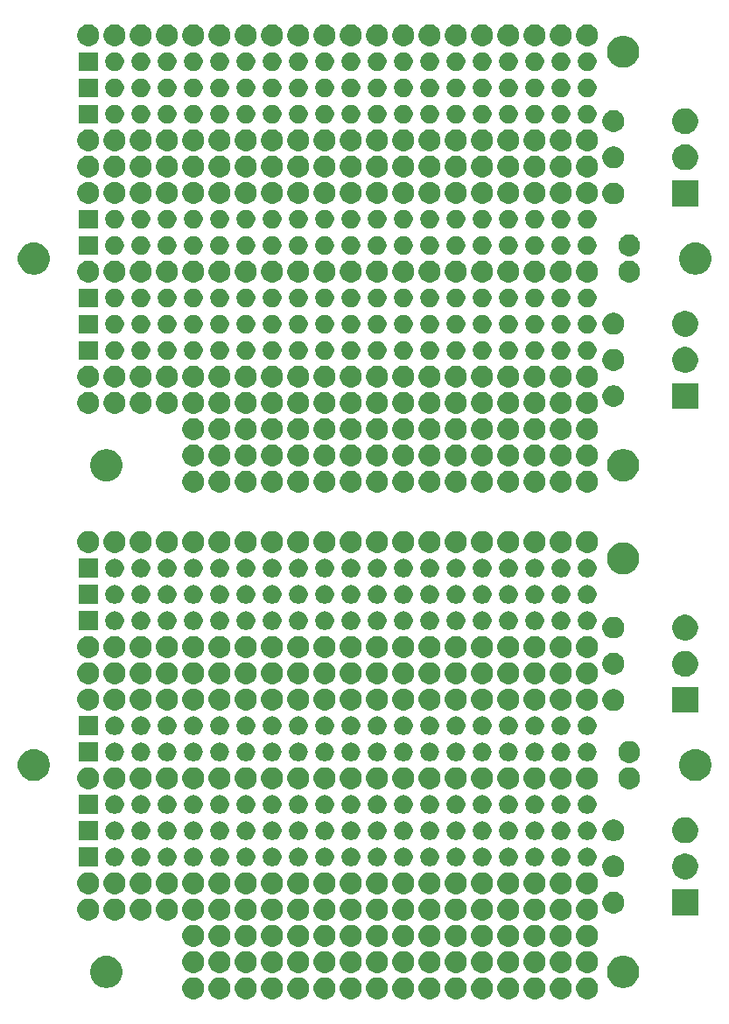
<source format=gbr>
G04 #@! TF.GenerationSoftware,KiCad,Pcbnew,5.1.5+dfsg1-2build2*
G04 #@! TF.CreationDate,2022-02-15T22:38:24-05:00*
G04 #@! TF.ProjectId,,58585858-5858-4585-9858-585858585858,rev?*
G04 #@! TF.SameCoordinates,Original*
G04 #@! TF.FileFunction,Soldermask,Top*
G04 #@! TF.FilePolarity,Negative*
%FSLAX46Y46*%
G04 Gerber Fmt 4.6, Leading zero omitted, Abs format (unit mm)*
G04 Created by KiCad (PCBNEW 5.1.5+dfsg1-2build2) date 2022-02-15 22:38:24*
%MOMM*%
%LPD*%
G04 APERTURE LIST*
%ADD10C,0.100000*%
G04 APERTURE END LIST*
D10*
G36*
X159390064Y-123632489D02*
G01*
X159581333Y-123711715D01*
X159581335Y-123711716D01*
X159753473Y-123826735D01*
X159899865Y-123973127D01*
X159945754Y-124041804D01*
X160014885Y-124145267D01*
X160094111Y-124336536D01*
X160134500Y-124539584D01*
X160134500Y-124746616D01*
X160094111Y-124949664D01*
X160014885Y-125140933D01*
X160014884Y-125140935D01*
X159899865Y-125313073D01*
X159753473Y-125459465D01*
X159581335Y-125574484D01*
X159581334Y-125574485D01*
X159581333Y-125574485D01*
X159390064Y-125653711D01*
X159187016Y-125694100D01*
X158979984Y-125694100D01*
X158776936Y-125653711D01*
X158585667Y-125574485D01*
X158585666Y-125574485D01*
X158585665Y-125574484D01*
X158413527Y-125459465D01*
X158267135Y-125313073D01*
X158152116Y-125140935D01*
X158152115Y-125140933D01*
X158072889Y-124949664D01*
X158032500Y-124746616D01*
X158032500Y-124539584D01*
X158072889Y-124336536D01*
X158152115Y-124145267D01*
X158221247Y-124041804D01*
X158267135Y-123973127D01*
X158413527Y-123826735D01*
X158585665Y-123711716D01*
X158585667Y-123711715D01*
X158776936Y-123632489D01*
X158979984Y-123592100D01*
X159187016Y-123592100D01*
X159390064Y-123632489D01*
G37*
G36*
X141610064Y-123632489D02*
G01*
X141801333Y-123711715D01*
X141801335Y-123711716D01*
X141973473Y-123826735D01*
X142119865Y-123973127D01*
X142165754Y-124041804D01*
X142234885Y-124145267D01*
X142314111Y-124336536D01*
X142354500Y-124539584D01*
X142354500Y-124746616D01*
X142314111Y-124949664D01*
X142234885Y-125140933D01*
X142234884Y-125140935D01*
X142119865Y-125313073D01*
X141973473Y-125459465D01*
X141801335Y-125574484D01*
X141801334Y-125574485D01*
X141801333Y-125574485D01*
X141610064Y-125653711D01*
X141407016Y-125694100D01*
X141199984Y-125694100D01*
X140996936Y-125653711D01*
X140805667Y-125574485D01*
X140805666Y-125574485D01*
X140805665Y-125574484D01*
X140633527Y-125459465D01*
X140487135Y-125313073D01*
X140372116Y-125140935D01*
X140372115Y-125140933D01*
X140292889Y-124949664D01*
X140252500Y-124746616D01*
X140252500Y-124539584D01*
X140292889Y-124336536D01*
X140372115Y-124145267D01*
X140441247Y-124041804D01*
X140487135Y-123973127D01*
X140633527Y-123826735D01*
X140805665Y-123711716D01*
X140805667Y-123711715D01*
X140996936Y-123632489D01*
X141199984Y-123592100D01*
X141407016Y-123592100D01*
X141610064Y-123632489D01*
G37*
G36*
X169550064Y-123632489D02*
G01*
X169741333Y-123711715D01*
X169741335Y-123711716D01*
X169913473Y-123826735D01*
X170059865Y-123973127D01*
X170105754Y-124041804D01*
X170174885Y-124145267D01*
X170254111Y-124336536D01*
X170294500Y-124539584D01*
X170294500Y-124746616D01*
X170254111Y-124949664D01*
X170174885Y-125140933D01*
X170174884Y-125140935D01*
X170059865Y-125313073D01*
X169913473Y-125459465D01*
X169741335Y-125574484D01*
X169741334Y-125574485D01*
X169741333Y-125574485D01*
X169550064Y-125653711D01*
X169347016Y-125694100D01*
X169139984Y-125694100D01*
X168936936Y-125653711D01*
X168745667Y-125574485D01*
X168745666Y-125574485D01*
X168745665Y-125574484D01*
X168573527Y-125459465D01*
X168427135Y-125313073D01*
X168312116Y-125140935D01*
X168312115Y-125140933D01*
X168232889Y-124949664D01*
X168192500Y-124746616D01*
X168192500Y-124539584D01*
X168232889Y-124336536D01*
X168312115Y-124145267D01*
X168381247Y-124041804D01*
X168427135Y-123973127D01*
X168573527Y-123826735D01*
X168745665Y-123711716D01*
X168745667Y-123711715D01*
X168936936Y-123632489D01*
X169139984Y-123592100D01*
X169347016Y-123592100D01*
X169550064Y-123632489D01*
G37*
G36*
X131450064Y-123632489D02*
G01*
X131641333Y-123711715D01*
X131641335Y-123711716D01*
X131813473Y-123826735D01*
X131959865Y-123973127D01*
X132005754Y-124041804D01*
X132074885Y-124145267D01*
X132154111Y-124336536D01*
X132194500Y-124539584D01*
X132194500Y-124746616D01*
X132154111Y-124949664D01*
X132074885Y-125140933D01*
X132074884Y-125140935D01*
X131959865Y-125313073D01*
X131813473Y-125459465D01*
X131641335Y-125574484D01*
X131641334Y-125574485D01*
X131641333Y-125574485D01*
X131450064Y-125653711D01*
X131247016Y-125694100D01*
X131039984Y-125694100D01*
X130836936Y-125653711D01*
X130645667Y-125574485D01*
X130645666Y-125574485D01*
X130645665Y-125574484D01*
X130473527Y-125459465D01*
X130327135Y-125313073D01*
X130212116Y-125140935D01*
X130212115Y-125140933D01*
X130132889Y-124949664D01*
X130092500Y-124746616D01*
X130092500Y-124539584D01*
X130132889Y-124336536D01*
X130212115Y-124145267D01*
X130281247Y-124041804D01*
X130327135Y-123973127D01*
X130473527Y-123826735D01*
X130645665Y-123711716D01*
X130645667Y-123711715D01*
X130836936Y-123632489D01*
X131039984Y-123592100D01*
X131247016Y-123592100D01*
X131450064Y-123632489D01*
G37*
G36*
X133990064Y-123632489D02*
G01*
X134181333Y-123711715D01*
X134181335Y-123711716D01*
X134353473Y-123826735D01*
X134499865Y-123973127D01*
X134545754Y-124041804D01*
X134614885Y-124145267D01*
X134694111Y-124336536D01*
X134734500Y-124539584D01*
X134734500Y-124746616D01*
X134694111Y-124949664D01*
X134614885Y-125140933D01*
X134614884Y-125140935D01*
X134499865Y-125313073D01*
X134353473Y-125459465D01*
X134181335Y-125574484D01*
X134181334Y-125574485D01*
X134181333Y-125574485D01*
X133990064Y-125653711D01*
X133787016Y-125694100D01*
X133579984Y-125694100D01*
X133376936Y-125653711D01*
X133185667Y-125574485D01*
X133185666Y-125574485D01*
X133185665Y-125574484D01*
X133013527Y-125459465D01*
X132867135Y-125313073D01*
X132752116Y-125140935D01*
X132752115Y-125140933D01*
X132672889Y-124949664D01*
X132632500Y-124746616D01*
X132632500Y-124539584D01*
X132672889Y-124336536D01*
X132752115Y-124145267D01*
X132821247Y-124041804D01*
X132867135Y-123973127D01*
X133013527Y-123826735D01*
X133185665Y-123711716D01*
X133185667Y-123711715D01*
X133376936Y-123632489D01*
X133579984Y-123592100D01*
X133787016Y-123592100D01*
X133990064Y-123632489D01*
G37*
G36*
X154310064Y-123632489D02*
G01*
X154501333Y-123711715D01*
X154501335Y-123711716D01*
X154673473Y-123826735D01*
X154819865Y-123973127D01*
X154865754Y-124041804D01*
X154934885Y-124145267D01*
X155014111Y-124336536D01*
X155054500Y-124539584D01*
X155054500Y-124746616D01*
X155014111Y-124949664D01*
X154934885Y-125140933D01*
X154934884Y-125140935D01*
X154819865Y-125313073D01*
X154673473Y-125459465D01*
X154501335Y-125574484D01*
X154501334Y-125574485D01*
X154501333Y-125574485D01*
X154310064Y-125653711D01*
X154107016Y-125694100D01*
X153899984Y-125694100D01*
X153696936Y-125653711D01*
X153505667Y-125574485D01*
X153505666Y-125574485D01*
X153505665Y-125574484D01*
X153333527Y-125459465D01*
X153187135Y-125313073D01*
X153072116Y-125140935D01*
X153072115Y-125140933D01*
X152992889Y-124949664D01*
X152952500Y-124746616D01*
X152952500Y-124539584D01*
X152992889Y-124336536D01*
X153072115Y-124145267D01*
X153141247Y-124041804D01*
X153187135Y-123973127D01*
X153333527Y-123826735D01*
X153505665Y-123711716D01*
X153505667Y-123711715D01*
X153696936Y-123632489D01*
X153899984Y-123592100D01*
X154107016Y-123592100D01*
X154310064Y-123632489D01*
G37*
G36*
X136530064Y-123632489D02*
G01*
X136721333Y-123711715D01*
X136721335Y-123711716D01*
X136893473Y-123826735D01*
X137039865Y-123973127D01*
X137085754Y-124041804D01*
X137154885Y-124145267D01*
X137234111Y-124336536D01*
X137274500Y-124539584D01*
X137274500Y-124746616D01*
X137234111Y-124949664D01*
X137154885Y-125140933D01*
X137154884Y-125140935D01*
X137039865Y-125313073D01*
X136893473Y-125459465D01*
X136721335Y-125574484D01*
X136721334Y-125574485D01*
X136721333Y-125574485D01*
X136530064Y-125653711D01*
X136327016Y-125694100D01*
X136119984Y-125694100D01*
X135916936Y-125653711D01*
X135725667Y-125574485D01*
X135725666Y-125574485D01*
X135725665Y-125574484D01*
X135553527Y-125459465D01*
X135407135Y-125313073D01*
X135292116Y-125140935D01*
X135292115Y-125140933D01*
X135212889Y-124949664D01*
X135172500Y-124746616D01*
X135172500Y-124539584D01*
X135212889Y-124336536D01*
X135292115Y-124145267D01*
X135361247Y-124041804D01*
X135407135Y-123973127D01*
X135553527Y-123826735D01*
X135725665Y-123711716D01*
X135725667Y-123711715D01*
X135916936Y-123632489D01*
X136119984Y-123592100D01*
X136327016Y-123592100D01*
X136530064Y-123632489D01*
G37*
G36*
X139070064Y-123632489D02*
G01*
X139261333Y-123711715D01*
X139261335Y-123711716D01*
X139433473Y-123826735D01*
X139579865Y-123973127D01*
X139625754Y-124041804D01*
X139694885Y-124145267D01*
X139774111Y-124336536D01*
X139814500Y-124539584D01*
X139814500Y-124746616D01*
X139774111Y-124949664D01*
X139694885Y-125140933D01*
X139694884Y-125140935D01*
X139579865Y-125313073D01*
X139433473Y-125459465D01*
X139261335Y-125574484D01*
X139261334Y-125574485D01*
X139261333Y-125574485D01*
X139070064Y-125653711D01*
X138867016Y-125694100D01*
X138659984Y-125694100D01*
X138456936Y-125653711D01*
X138265667Y-125574485D01*
X138265666Y-125574485D01*
X138265665Y-125574484D01*
X138093527Y-125459465D01*
X137947135Y-125313073D01*
X137832116Y-125140935D01*
X137832115Y-125140933D01*
X137752889Y-124949664D01*
X137712500Y-124746616D01*
X137712500Y-124539584D01*
X137752889Y-124336536D01*
X137832115Y-124145267D01*
X137901247Y-124041804D01*
X137947135Y-123973127D01*
X138093527Y-123826735D01*
X138265665Y-123711716D01*
X138265667Y-123711715D01*
X138456936Y-123632489D01*
X138659984Y-123592100D01*
X138867016Y-123592100D01*
X139070064Y-123632489D01*
G37*
G36*
X167010064Y-123632489D02*
G01*
X167201333Y-123711715D01*
X167201335Y-123711716D01*
X167373473Y-123826735D01*
X167519865Y-123973127D01*
X167565754Y-124041804D01*
X167634885Y-124145267D01*
X167714111Y-124336536D01*
X167754500Y-124539584D01*
X167754500Y-124746616D01*
X167714111Y-124949664D01*
X167634885Y-125140933D01*
X167634884Y-125140935D01*
X167519865Y-125313073D01*
X167373473Y-125459465D01*
X167201335Y-125574484D01*
X167201334Y-125574485D01*
X167201333Y-125574485D01*
X167010064Y-125653711D01*
X166807016Y-125694100D01*
X166599984Y-125694100D01*
X166396936Y-125653711D01*
X166205667Y-125574485D01*
X166205666Y-125574485D01*
X166205665Y-125574484D01*
X166033527Y-125459465D01*
X165887135Y-125313073D01*
X165772116Y-125140935D01*
X165772115Y-125140933D01*
X165692889Y-124949664D01*
X165652500Y-124746616D01*
X165652500Y-124539584D01*
X165692889Y-124336536D01*
X165772115Y-124145267D01*
X165841247Y-124041804D01*
X165887135Y-123973127D01*
X166033527Y-123826735D01*
X166205665Y-123711716D01*
X166205667Y-123711715D01*
X166396936Y-123632489D01*
X166599984Y-123592100D01*
X166807016Y-123592100D01*
X167010064Y-123632489D01*
G37*
G36*
X146690064Y-123632489D02*
G01*
X146881333Y-123711715D01*
X146881335Y-123711716D01*
X147053473Y-123826735D01*
X147199865Y-123973127D01*
X147245754Y-124041804D01*
X147314885Y-124145267D01*
X147394111Y-124336536D01*
X147434500Y-124539584D01*
X147434500Y-124746616D01*
X147394111Y-124949664D01*
X147314885Y-125140933D01*
X147314884Y-125140935D01*
X147199865Y-125313073D01*
X147053473Y-125459465D01*
X146881335Y-125574484D01*
X146881334Y-125574485D01*
X146881333Y-125574485D01*
X146690064Y-125653711D01*
X146487016Y-125694100D01*
X146279984Y-125694100D01*
X146076936Y-125653711D01*
X145885667Y-125574485D01*
X145885666Y-125574485D01*
X145885665Y-125574484D01*
X145713527Y-125459465D01*
X145567135Y-125313073D01*
X145452116Y-125140935D01*
X145452115Y-125140933D01*
X145372889Y-124949664D01*
X145332500Y-124746616D01*
X145332500Y-124539584D01*
X145372889Y-124336536D01*
X145452115Y-124145267D01*
X145521247Y-124041804D01*
X145567135Y-123973127D01*
X145713527Y-123826735D01*
X145885665Y-123711716D01*
X145885667Y-123711715D01*
X146076936Y-123632489D01*
X146279984Y-123592100D01*
X146487016Y-123592100D01*
X146690064Y-123632489D01*
G37*
G36*
X151770064Y-123632489D02*
G01*
X151961333Y-123711715D01*
X151961335Y-123711716D01*
X152133473Y-123826735D01*
X152279865Y-123973127D01*
X152325754Y-124041804D01*
X152394885Y-124145267D01*
X152474111Y-124336536D01*
X152514500Y-124539584D01*
X152514500Y-124746616D01*
X152474111Y-124949664D01*
X152394885Y-125140933D01*
X152394884Y-125140935D01*
X152279865Y-125313073D01*
X152133473Y-125459465D01*
X151961335Y-125574484D01*
X151961334Y-125574485D01*
X151961333Y-125574485D01*
X151770064Y-125653711D01*
X151567016Y-125694100D01*
X151359984Y-125694100D01*
X151156936Y-125653711D01*
X150965667Y-125574485D01*
X150965666Y-125574485D01*
X150965665Y-125574484D01*
X150793527Y-125459465D01*
X150647135Y-125313073D01*
X150532116Y-125140935D01*
X150532115Y-125140933D01*
X150452889Y-124949664D01*
X150412500Y-124746616D01*
X150412500Y-124539584D01*
X150452889Y-124336536D01*
X150532115Y-124145267D01*
X150601247Y-124041804D01*
X150647135Y-123973127D01*
X150793527Y-123826735D01*
X150965665Y-123711716D01*
X150965667Y-123711715D01*
X151156936Y-123632489D01*
X151359984Y-123592100D01*
X151567016Y-123592100D01*
X151770064Y-123632489D01*
G37*
G36*
X156850064Y-123632489D02*
G01*
X157041333Y-123711715D01*
X157041335Y-123711716D01*
X157213473Y-123826735D01*
X157359865Y-123973127D01*
X157405754Y-124041804D01*
X157474885Y-124145267D01*
X157554111Y-124336536D01*
X157594500Y-124539584D01*
X157594500Y-124746616D01*
X157554111Y-124949664D01*
X157474885Y-125140933D01*
X157474884Y-125140935D01*
X157359865Y-125313073D01*
X157213473Y-125459465D01*
X157041335Y-125574484D01*
X157041334Y-125574485D01*
X157041333Y-125574485D01*
X156850064Y-125653711D01*
X156647016Y-125694100D01*
X156439984Y-125694100D01*
X156236936Y-125653711D01*
X156045667Y-125574485D01*
X156045666Y-125574485D01*
X156045665Y-125574484D01*
X155873527Y-125459465D01*
X155727135Y-125313073D01*
X155612116Y-125140935D01*
X155612115Y-125140933D01*
X155532889Y-124949664D01*
X155492500Y-124746616D01*
X155492500Y-124539584D01*
X155532889Y-124336536D01*
X155612115Y-124145267D01*
X155681247Y-124041804D01*
X155727135Y-123973127D01*
X155873527Y-123826735D01*
X156045665Y-123711716D01*
X156045667Y-123711715D01*
X156236936Y-123632489D01*
X156439984Y-123592100D01*
X156647016Y-123592100D01*
X156850064Y-123632489D01*
G37*
G36*
X149230064Y-123632489D02*
G01*
X149421333Y-123711715D01*
X149421335Y-123711716D01*
X149593473Y-123826735D01*
X149739865Y-123973127D01*
X149785754Y-124041804D01*
X149854885Y-124145267D01*
X149934111Y-124336536D01*
X149974500Y-124539584D01*
X149974500Y-124746616D01*
X149934111Y-124949664D01*
X149854885Y-125140933D01*
X149854884Y-125140935D01*
X149739865Y-125313073D01*
X149593473Y-125459465D01*
X149421335Y-125574484D01*
X149421334Y-125574485D01*
X149421333Y-125574485D01*
X149230064Y-125653711D01*
X149027016Y-125694100D01*
X148819984Y-125694100D01*
X148616936Y-125653711D01*
X148425667Y-125574485D01*
X148425666Y-125574485D01*
X148425665Y-125574484D01*
X148253527Y-125459465D01*
X148107135Y-125313073D01*
X147992116Y-125140935D01*
X147992115Y-125140933D01*
X147912889Y-124949664D01*
X147872500Y-124746616D01*
X147872500Y-124539584D01*
X147912889Y-124336536D01*
X147992115Y-124145267D01*
X148061247Y-124041804D01*
X148107135Y-123973127D01*
X148253527Y-123826735D01*
X148425665Y-123711716D01*
X148425667Y-123711715D01*
X148616936Y-123632489D01*
X148819984Y-123592100D01*
X149027016Y-123592100D01*
X149230064Y-123632489D01*
G37*
G36*
X161930064Y-123632489D02*
G01*
X162121333Y-123711715D01*
X162121335Y-123711716D01*
X162293473Y-123826735D01*
X162439865Y-123973127D01*
X162485754Y-124041804D01*
X162554885Y-124145267D01*
X162634111Y-124336536D01*
X162674500Y-124539584D01*
X162674500Y-124746616D01*
X162634111Y-124949664D01*
X162554885Y-125140933D01*
X162554884Y-125140935D01*
X162439865Y-125313073D01*
X162293473Y-125459465D01*
X162121335Y-125574484D01*
X162121334Y-125574485D01*
X162121333Y-125574485D01*
X161930064Y-125653711D01*
X161727016Y-125694100D01*
X161519984Y-125694100D01*
X161316936Y-125653711D01*
X161125667Y-125574485D01*
X161125666Y-125574485D01*
X161125665Y-125574484D01*
X160953527Y-125459465D01*
X160807135Y-125313073D01*
X160692116Y-125140935D01*
X160692115Y-125140933D01*
X160612889Y-124949664D01*
X160572500Y-124746616D01*
X160572500Y-124539584D01*
X160612889Y-124336536D01*
X160692115Y-124145267D01*
X160761247Y-124041804D01*
X160807135Y-123973127D01*
X160953527Y-123826735D01*
X161125665Y-123711716D01*
X161125667Y-123711715D01*
X161316936Y-123632489D01*
X161519984Y-123592100D01*
X161727016Y-123592100D01*
X161930064Y-123632489D01*
G37*
G36*
X164470064Y-123632489D02*
G01*
X164661333Y-123711715D01*
X164661335Y-123711716D01*
X164833473Y-123826735D01*
X164979865Y-123973127D01*
X165025754Y-124041804D01*
X165094885Y-124145267D01*
X165174111Y-124336536D01*
X165214500Y-124539584D01*
X165214500Y-124746616D01*
X165174111Y-124949664D01*
X165094885Y-125140933D01*
X165094884Y-125140935D01*
X164979865Y-125313073D01*
X164833473Y-125459465D01*
X164661335Y-125574484D01*
X164661334Y-125574485D01*
X164661333Y-125574485D01*
X164470064Y-125653711D01*
X164267016Y-125694100D01*
X164059984Y-125694100D01*
X163856936Y-125653711D01*
X163665667Y-125574485D01*
X163665666Y-125574485D01*
X163665665Y-125574484D01*
X163493527Y-125459465D01*
X163347135Y-125313073D01*
X163232116Y-125140935D01*
X163232115Y-125140933D01*
X163152889Y-124949664D01*
X163112500Y-124746616D01*
X163112500Y-124539584D01*
X163152889Y-124336536D01*
X163232115Y-124145267D01*
X163301247Y-124041804D01*
X163347135Y-123973127D01*
X163493527Y-123826735D01*
X163665665Y-123711716D01*
X163665667Y-123711715D01*
X163856936Y-123632489D01*
X164059984Y-123592100D01*
X164267016Y-123592100D01*
X164470064Y-123632489D01*
G37*
G36*
X144150064Y-123632489D02*
G01*
X144341333Y-123711715D01*
X144341335Y-123711716D01*
X144513473Y-123826735D01*
X144659865Y-123973127D01*
X144705754Y-124041804D01*
X144774885Y-124145267D01*
X144854111Y-124336536D01*
X144894500Y-124539584D01*
X144894500Y-124746616D01*
X144854111Y-124949664D01*
X144774885Y-125140933D01*
X144774884Y-125140935D01*
X144659865Y-125313073D01*
X144513473Y-125459465D01*
X144341335Y-125574484D01*
X144341334Y-125574485D01*
X144341333Y-125574485D01*
X144150064Y-125653711D01*
X143947016Y-125694100D01*
X143739984Y-125694100D01*
X143536936Y-125653711D01*
X143345667Y-125574485D01*
X143345666Y-125574485D01*
X143345665Y-125574484D01*
X143173527Y-125459465D01*
X143027135Y-125313073D01*
X142912116Y-125140935D01*
X142912115Y-125140933D01*
X142832889Y-124949664D01*
X142792500Y-124746616D01*
X142792500Y-124539584D01*
X142832889Y-124336536D01*
X142912115Y-124145267D01*
X142981247Y-124041804D01*
X143027135Y-123973127D01*
X143173527Y-123826735D01*
X143345665Y-123711716D01*
X143345667Y-123711715D01*
X143536936Y-123632489D01*
X143739984Y-123592100D01*
X143947016Y-123592100D01*
X144150064Y-123632489D01*
G37*
G36*
X123026085Y-121531902D02*
G01*
X123175910Y-121561704D01*
X123458174Y-121678621D01*
X123712205Y-121848359D01*
X123928241Y-122064395D01*
X124097979Y-122318426D01*
X124214896Y-122600690D01*
X124274500Y-122900340D01*
X124274500Y-123205860D01*
X124214896Y-123505510D01*
X124097979Y-123787774D01*
X123928241Y-124041805D01*
X123712205Y-124257841D01*
X123458174Y-124427579D01*
X123175910Y-124544496D01*
X123026085Y-124574298D01*
X122876261Y-124604100D01*
X122570739Y-124604100D01*
X122420915Y-124574298D01*
X122271090Y-124544496D01*
X121988826Y-124427579D01*
X121734795Y-124257841D01*
X121518759Y-124041805D01*
X121349021Y-123787774D01*
X121232104Y-123505510D01*
X121172500Y-123205860D01*
X121172500Y-122900340D01*
X121232104Y-122600690D01*
X121349021Y-122318426D01*
X121518759Y-122064395D01*
X121734795Y-121848359D01*
X121988826Y-121678621D01*
X122271090Y-121561704D01*
X122420915Y-121531902D01*
X122570739Y-121502100D01*
X122876261Y-121502100D01*
X123026085Y-121531902D01*
G37*
G36*
X173026085Y-121531902D02*
G01*
X173175910Y-121561704D01*
X173458174Y-121678621D01*
X173712205Y-121848359D01*
X173928241Y-122064395D01*
X174097979Y-122318426D01*
X174214896Y-122600690D01*
X174274500Y-122900340D01*
X174274500Y-123205860D01*
X174214896Y-123505510D01*
X174097979Y-123787774D01*
X173928241Y-124041805D01*
X173712205Y-124257841D01*
X173458174Y-124427579D01*
X173175910Y-124544496D01*
X173026085Y-124574298D01*
X172876261Y-124604100D01*
X172570739Y-124604100D01*
X172420915Y-124574298D01*
X172271090Y-124544496D01*
X171988826Y-124427579D01*
X171734795Y-124257841D01*
X171518759Y-124041805D01*
X171349021Y-123787774D01*
X171232104Y-123505510D01*
X171172500Y-123205860D01*
X171172500Y-122900340D01*
X171232104Y-122600690D01*
X171349021Y-122318426D01*
X171518759Y-122064395D01*
X171734795Y-121848359D01*
X171988826Y-121678621D01*
X172271090Y-121561704D01*
X172420915Y-121531902D01*
X172570739Y-121502100D01*
X172876261Y-121502100D01*
X173026085Y-121531902D01*
G37*
G36*
X169550064Y-121092489D02*
G01*
X169741333Y-121171715D01*
X169741335Y-121171716D01*
X169913473Y-121286735D01*
X170059865Y-121433127D01*
X170174885Y-121605267D01*
X170254111Y-121796536D01*
X170294500Y-121999584D01*
X170294500Y-122206616D01*
X170254111Y-122409664D01*
X170174985Y-122600691D01*
X170174884Y-122600935D01*
X170059865Y-122773073D01*
X169913473Y-122919465D01*
X169741335Y-123034484D01*
X169741334Y-123034485D01*
X169741333Y-123034485D01*
X169550064Y-123113711D01*
X169347016Y-123154100D01*
X169139984Y-123154100D01*
X168936936Y-123113711D01*
X168745667Y-123034485D01*
X168745666Y-123034485D01*
X168745665Y-123034484D01*
X168573527Y-122919465D01*
X168427135Y-122773073D01*
X168312116Y-122600935D01*
X168312015Y-122600691D01*
X168232889Y-122409664D01*
X168192500Y-122206616D01*
X168192500Y-121999584D01*
X168232889Y-121796536D01*
X168312115Y-121605267D01*
X168427135Y-121433127D01*
X168573527Y-121286735D01*
X168745665Y-121171716D01*
X168745667Y-121171715D01*
X168936936Y-121092489D01*
X169139984Y-121052100D01*
X169347016Y-121052100D01*
X169550064Y-121092489D01*
G37*
G36*
X131450064Y-121092489D02*
G01*
X131641333Y-121171715D01*
X131641335Y-121171716D01*
X131813473Y-121286735D01*
X131959865Y-121433127D01*
X132074885Y-121605267D01*
X132154111Y-121796536D01*
X132194500Y-121999584D01*
X132194500Y-122206616D01*
X132154111Y-122409664D01*
X132074985Y-122600691D01*
X132074884Y-122600935D01*
X131959865Y-122773073D01*
X131813473Y-122919465D01*
X131641335Y-123034484D01*
X131641334Y-123034485D01*
X131641333Y-123034485D01*
X131450064Y-123113711D01*
X131247016Y-123154100D01*
X131039984Y-123154100D01*
X130836936Y-123113711D01*
X130645667Y-123034485D01*
X130645666Y-123034485D01*
X130645665Y-123034484D01*
X130473527Y-122919465D01*
X130327135Y-122773073D01*
X130212116Y-122600935D01*
X130212015Y-122600691D01*
X130132889Y-122409664D01*
X130092500Y-122206616D01*
X130092500Y-121999584D01*
X130132889Y-121796536D01*
X130212115Y-121605267D01*
X130327135Y-121433127D01*
X130473527Y-121286735D01*
X130645665Y-121171716D01*
X130645667Y-121171715D01*
X130836936Y-121092489D01*
X131039984Y-121052100D01*
X131247016Y-121052100D01*
X131450064Y-121092489D01*
G37*
G36*
X164470064Y-121092489D02*
G01*
X164661333Y-121171715D01*
X164661335Y-121171716D01*
X164833473Y-121286735D01*
X164979865Y-121433127D01*
X165094885Y-121605267D01*
X165174111Y-121796536D01*
X165214500Y-121999584D01*
X165214500Y-122206616D01*
X165174111Y-122409664D01*
X165094985Y-122600691D01*
X165094884Y-122600935D01*
X164979865Y-122773073D01*
X164833473Y-122919465D01*
X164661335Y-123034484D01*
X164661334Y-123034485D01*
X164661333Y-123034485D01*
X164470064Y-123113711D01*
X164267016Y-123154100D01*
X164059984Y-123154100D01*
X163856936Y-123113711D01*
X163665667Y-123034485D01*
X163665666Y-123034485D01*
X163665665Y-123034484D01*
X163493527Y-122919465D01*
X163347135Y-122773073D01*
X163232116Y-122600935D01*
X163232015Y-122600691D01*
X163152889Y-122409664D01*
X163112500Y-122206616D01*
X163112500Y-121999584D01*
X163152889Y-121796536D01*
X163232115Y-121605267D01*
X163347135Y-121433127D01*
X163493527Y-121286735D01*
X163665665Y-121171716D01*
X163665667Y-121171715D01*
X163856936Y-121092489D01*
X164059984Y-121052100D01*
X164267016Y-121052100D01*
X164470064Y-121092489D01*
G37*
G36*
X146690064Y-121092489D02*
G01*
X146881333Y-121171715D01*
X146881335Y-121171716D01*
X147053473Y-121286735D01*
X147199865Y-121433127D01*
X147314885Y-121605267D01*
X147394111Y-121796536D01*
X147434500Y-121999584D01*
X147434500Y-122206616D01*
X147394111Y-122409664D01*
X147314985Y-122600691D01*
X147314884Y-122600935D01*
X147199865Y-122773073D01*
X147053473Y-122919465D01*
X146881335Y-123034484D01*
X146881334Y-123034485D01*
X146881333Y-123034485D01*
X146690064Y-123113711D01*
X146487016Y-123154100D01*
X146279984Y-123154100D01*
X146076936Y-123113711D01*
X145885667Y-123034485D01*
X145885666Y-123034485D01*
X145885665Y-123034484D01*
X145713527Y-122919465D01*
X145567135Y-122773073D01*
X145452116Y-122600935D01*
X145452015Y-122600691D01*
X145372889Y-122409664D01*
X145332500Y-122206616D01*
X145332500Y-121999584D01*
X145372889Y-121796536D01*
X145452115Y-121605267D01*
X145567135Y-121433127D01*
X145713527Y-121286735D01*
X145885665Y-121171716D01*
X145885667Y-121171715D01*
X146076936Y-121092489D01*
X146279984Y-121052100D01*
X146487016Y-121052100D01*
X146690064Y-121092489D01*
G37*
G36*
X149230064Y-121092489D02*
G01*
X149421333Y-121171715D01*
X149421335Y-121171716D01*
X149593473Y-121286735D01*
X149739865Y-121433127D01*
X149854885Y-121605267D01*
X149934111Y-121796536D01*
X149974500Y-121999584D01*
X149974500Y-122206616D01*
X149934111Y-122409664D01*
X149854985Y-122600691D01*
X149854884Y-122600935D01*
X149739865Y-122773073D01*
X149593473Y-122919465D01*
X149421335Y-123034484D01*
X149421334Y-123034485D01*
X149421333Y-123034485D01*
X149230064Y-123113711D01*
X149027016Y-123154100D01*
X148819984Y-123154100D01*
X148616936Y-123113711D01*
X148425667Y-123034485D01*
X148425666Y-123034485D01*
X148425665Y-123034484D01*
X148253527Y-122919465D01*
X148107135Y-122773073D01*
X147992116Y-122600935D01*
X147992015Y-122600691D01*
X147912889Y-122409664D01*
X147872500Y-122206616D01*
X147872500Y-121999584D01*
X147912889Y-121796536D01*
X147992115Y-121605267D01*
X148107135Y-121433127D01*
X148253527Y-121286735D01*
X148425665Y-121171716D01*
X148425667Y-121171715D01*
X148616936Y-121092489D01*
X148819984Y-121052100D01*
X149027016Y-121052100D01*
X149230064Y-121092489D01*
G37*
G36*
X154310064Y-121092489D02*
G01*
X154501333Y-121171715D01*
X154501335Y-121171716D01*
X154673473Y-121286735D01*
X154819865Y-121433127D01*
X154934885Y-121605267D01*
X155014111Y-121796536D01*
X155054500Y-121999584D01*
X155054500Y-122206616D01*
X155014111Y-122409664D01*
X154934985Y-122600691D01*
X154934884Y-122600935D01*
X154819865Y-122773073D01*
X154673473Y-122919465D01*
X154501335Y-123034484D01*
X154501334Y-123034485D01*
X154501333Y-123034485D01*
X154310064Y-123113711D01*
X154107016Y-123154100D01*
X153899984Y-123154100D01*
X153696936Y-123113711D01*
X153505667Y-123034485D01*
X153505666Y-123034485D01*
X153505665Y-123034484D01*
X153333527Y-122919465D01*
X153187135Y-122773073D01*
X153072116Y-122600935D01*
X153072015Y-122600691D01*
X152992889Y-122409664D01*
X152952500Y-122206616D01*
X152952500Y-121999584D01*
X152992889Y-121796536D01*
X153072115Y-121605267D01*
X153187135Y-121433127D01*
X153333527Y-121286735D01*
X153505665Y-121171716D01*
X153505667Y-121171715D01*
X153696936Y-121092489D01*
X153899984Y-121052100D01*
X154107016Y-121052100D01*
X154310064Y-121092489D01*
G37*
G36*
X133990064Y-121092489D02*
G01*
X134181333Y-121171715D01*
X134181335Y-121171716D01*
X134353473Y-121286735D01*
X134499865Y-121433127D01*
X134614885Y-121605267D01*
X134694111Y-121796536D01*
X134734500Y-121999584D01*
X134734500Y-122206616D01*
X134694111Y-122409664D01*
X134614985Y-122600691D01*
X134614884Y-122600935D01*
X134499865Y-122773073D01*
X134353473Y-122919465D01*
X134181335Y-123034484D01*
X134181334Y-123034485D01*
X134181333Y-123034485D01*
X133990064Y-123113711D01*
X133787016Y-123154100D01*
X133579984Y-123154100D01*
X133376936Y-123113711D01*
X133185667Y-123034485D01*
X133185666Y-123034485D01*
X133185665Y-123034484D01*
X133013527Y-122919465D01*
X132867135Y-122773073D01*
X132752116Y-122600935D01*
X132752015Y-122600691D01*
X132672889Y-122409664D01*
X132632500Y-122206616D01*
X132632500Y-121999584D01*
X132672889Y-121796536D01*
X132752115Y-121605267D01*
X132867135Y-121433127D01*
X133013527Y-121286735D01*
X133185665Y-121171716D01*
X133185667Y-121171715D01*
X133376936Y-121092489D01*
X133579984Y-121052100D01*
X133787016Y-121052100D01*
X133990064Y-121092489D01*
G37*
G36*
X144150064Y-121092489D02*
G01*
X144341333Y-121171715D01*
X144341335Y-121171716D01*
X144513473Y-121286735D01*
X144659865Y-121433127D01*
X144774885Y-121605267D01*
X144854111Y-121796536D01*
X144894500Y-121999584D01*
X144894500Y-122206616D01*
X144854111Y-122409664D01*
X144774985Y-122600691D01*
X144774884Y-122600935D01*
X144659865Y-122773073D01*
X144513473Y-122919465D01*
X144341335Y-123034484D01*
X144341334Y-123034485D01*
X144341333Y-123034485D01*
X144150064Y-123113711D01*
X143947016Y-123154100D01*
X143739984Y-123154100D01*
X143536936Y-123113711D01*
X143345667Y-123034485D01*
X143345666Y-123034485D01*
X143345665Y-123034484D01*
X143173527Y-122919465D01*
X143027135Y-122773073D01*
X142912116Y-122600935D01*
X142912015Y-122600691D01*
X142832889Y-122409664D01*
X142792500Y-122206616D01*
X142792500Y-121999584D01*
X142832889Y-121796536D01*
X142912115Y-121605267D01*
X143027135Y-121433127D01*
X143173527Y-121286735D01*
X143345665Y-121171716D01*
X143345667Y-121171715D01*
X143536936Y-121092489D01*
X143739984Y-121052100D01*
X143947016Y-121052100D01*
X144150064Y-121092489D01*
G37*
G36*
X159390064Y-121092489D02*
G01*
X159581333Y-121171715D01*
X159581335Y-121171716D01*
X159753473Y-121286735D01*
X159899865Y-121433127D01*
X160014885Y-121605267D01*
X160094111Y-121796536D01*
X160134500Y-121999584D01*
X160134500Y-122206616D01*
X160094111Y-122409664D01*
X160014985Y-122600691D01*
X160014884Y-122600935D01*
X159899865Y-122773073D01*
X159753473Y-122919465D01*
X159581335Y-123034484D01*
X159581334Y-123034485D01*
X159581333Y-123034485D01*
X159390064Y-123113711D01*
X159187016Y-123154100D01*
X158979984Y-123154100D01*
X158776936Y-123113711D01*
X158585667Y-123034485D01*
X158585666Y-123034485D01*
X158585665Y-123034484D01*
X158413527Y-122919465D01*
X158267135Y-122773073D01*
X158152116Y-122600935D01*
X158152015Y-122600691D01*
X158072889Y-122409664D01*
X158032500Y-122206616D01*
X158032500Y-121999584D01*
X158072889Y-121796536D01*
X158152115Y-121605267D01*
X158267135Y-121433127D01*
X158413527Y-121286735D01*
X158585665Y-121171716D01*
X158585667Y-121171715D01*
X158776936Y-121092489D01*
X158979984Y-121052100D01*
X159187016Y-121052100D01*
X159390064Y-121092489D01*
G37*
G36*
X161930064Y-121092489D02*
G01*
X162121333Y-121171715D01*
X162121335Y-121171716D01*
X162293473Y-121286735D01*
X162439865Y-121433127D01*
X162554885Y-121605267D01*
X162634111Y-121796536D01*
X162674500Y-121999584D01*
X162674500Y-122206616D01*
X162634111Y-122409664D01*
X162554985Y-122600691D01*
X162554884Y-122600935D01*
X162439865Y-122773073D01*
X162293473Y-122919465D01*
X162121335Y-123034484D01*
X162121334Y-123034485D01*
X162121333Y-123034485D01*
X161930064Y-123113711D01*
X161727016Y-123154100D01*
X161519984Y-123154100D01*
X161316936Y-123113711D01*
X161125667Y-123034485D01*
X161125666Y-123034485D01*
X161125665Y-123034484D01*
X160953527Y-122919465D01*
X160807135Y-122773073D01*
X160692116Y-122600935D01*
X160692015Y-122600691D01*
X160612889Y-122409664D01*
X160572500Y-122206616D01*
X160572500Y-121999584D01*
X160612889Y-121796536D01*
X160692115Y-121605267D01*
X160807135Y-121433127D01*
X160953527Y-121286735D01*
X161125665Y-121171716D01*
X161125667Y-121171715D01*
X161316936Y-121092489D01*
X161519984Y-121052100D01*
X161727016Y-121052100D01*
X161930064Y-121092489D01*
G37*
G36*
X156850064Y-121092489D02*
G01*
X157041333Y-121171715D01*
X157041335Y-121171716D01*
X157213473Y-121286735D01*
X157359865Y-121433127D01*
X157474885Y-121605267D01*
X157554111Y-121796536D01*
X157594500Y-121999584D01*
X157594500Y-122206616D01*
X157554111Y-122409664D01*
X157474985Y-122600691D01*
X157474884Y-122600935D01*
X157359865Y-122773073D01*
X157213473Y-122919465D01*
X157041335Y-123034484D01*
X157041334Y-123034485D01*
X157041333Y-123034485D01*
X156850064Y-123113711D01*
X156647016Y-123154100D01*
X156439984Y-123154100D01*
X156236936Y-123113711D01*
X156045667Y-123034485D01*
X156045666Y-123034485D01*
X156045665Y-123034484D01*
X155873527Y-122919465D01*
X155727135Y-122773073D01*
X155612116Y-122600935D01*
X155612015Y-122600691D01*
X155532889Y-122409664D01*
X155492500Y-122206616D01*
X155492500Y-121999584D01*
X155532889Y-121796536D01*
X155612115Y-121605267D01*
X155727135Y-121433127D01*
X155873527Y-121286735D01*
X156045665Y-121171716D01*
X156045667Y-121171715D01*
X156236936Y-121092489D01*
X156439984Y-121052100D01*
X156647016Y-121052100D01*
X156850064Y-121092489D01*
G37*
G36*
X136530064Y-121092489D02*
G01*
X136721333Y-121171715D01*
X136721335Y-121171716D01*
X136893473Y-121286735D01*
X137039865Y-121433127D01*
X137154885Y-121605267D01*
X137234111Y-121796536D01*
X137274500Y-121999584D01*
X137274500Y-122206616D01*
X137234111Y-122409664D01*
X137154985Y-122600691D01*
X137154884Y-122600935D01*
X137039865Y-122773073D01*
X136893473Y-122919465D01*
X136721335Y-123034484D01*
X136721334Y-123034485D01*
X136721333Y-123034485D01*
X136530064Y-123113711D01*
X136327016Y-123154100D01*
X136119984Y-123154100D01*
X135916936Y-123113711D01*
X135725667Y-123034485D01*
X135725666Y-123034485D01*
X135725665Y-123034484D01*
X135553527Y-122919465D01*
X135407135Y-122773073D01*
X135292116Y-122600935D01*
X135292015Y-122600691D01*
X135212889Y-122409664D01*
X135172500Y-122206616D01*
X135172500Y-121999584D01*
X135212889Y-121796536D01*
X135292115Y-121605267D01*
X135407135Y-121433127D01*
X135553527Y-121286735D01*
X135725665Y-121171716D01*
X135725667Y-121171715D01*
X135916936Y-121092489D01*
X136119984Y-121052100D01*
X136327016Y-121052100D01*
X136530064Y-121092489D01*
G37*
G36*
X151770064Y-121092489D02*
G01*
X151961333Y-121171715D01*
X151961335Y-121171716D01*
X152133473Y-121286735D01*
X152279865Y-121433127D01*
X152394885Y-121605267D01*
X152474111Y-121796536D01*
X152514500Y-121999584D01*
X152514500Y-122206616D01*
X152474111Y-122409664D01*
X152394985Y-122600691D01*
X152394884Y-122600935D01*
X152279865Y-122773073D01*
X152133473Y-122919465D01*
X151961335Y-123034484D01*
X151961334Y-123034485D01*
X151961333Y-123034485D01*
X151770064Y-123113711D01*
X151567016Y-123154100D01*
X151359984Y-123154100D01*
X151156936Y-123113711D01*
X150965667Y-123034485D01*
X150965666Y-123034485D01*
X150965665Y-123034484D01*
X150793527Y-122919465D01*
X150647135Y-122773073D01*
X150532116Y-122600935D01*
X150532015Y-122600691D01*
X150452889Y-122409664D01*
X150412500Y-122206616D01*
X150412500Y-121999584D01*
X150452889Y-121796536D01*
X150532115Y-121605267D01*
X150647135Y-121433127D01*
X150793527Y-121286735D01*
X150965665Y-121171716D01*
X150965667Y-121171715D01*
X151156936Y-121092489D01*
X151359984Y-121052100D01*
X151567016Y-121052100D01*
X151770064Y-121092489D01*
G37*
G36*
X139070064Y-121092489D02*
G01*
X139261333Y-121171715D01*
X139261335Y-121171716D01*
X139433473Y-121286735D01*
X139579865Y-121433127D01*
X139694885Y-121605267D01*
X139774111Y-121796536D01*
X139814500Y-121999584D01*
X139814500Y-122206616D01*
X139774111Y-122409664D01*
X139694985Y-122600691D01*
X139694884Y-122600935D01*
X139579865Y-122773073D01*
X139433473Y-122919465D01*
X139261335Y-123034484D01*
X139261334Y-123034485D01*
X139261333Y-123034485D01*
X139070064Y-123113711D01*
X138867016Y-123154100D01*
X138659984Y-123154100D01*
X138456936Y-123113711D01*
X138265667Y-123034485D01*
X138265666Y-123034485D01*
X138265665Y-123034484D01*
X138093527Y-122919465D01*
X137947135Y-122773073D01*
X137832116Y-122600935D01*
X137832015Y-122600691D01*
X137752889Y-122409664D01*
X137712500Y-122206616D01*
X137712500Y-121999584D01*
X137752889Y-121796536D01*
X137832115Y-121605267D01*
X137947135Y-121433127D01*
X138093527Y-121286735D01*
X138265665Y-121171716D01*
X138265667Y-121171715D01*
X138456936Y-121092489D01*
X138659984Y-121052100D01*
X138867016Y-121052100D01*
X139070064Y-121092489D01*
G37*
G36*
X141610064Y-121092489D02*
G01*
X141801333Y-121171715D01*
X141801335Y-121171716D01*
X141973473Y-121286735D01*
X142119865Y-121433127D01*
X142234885Y-121605267D01*
X142314111Y-121796536D01*
X142354500Y-121999584D01*
X142354500Y-122206616D01*
X142314111Y-122409664D01*
X142234985Y-122600691D01*
X142234884Y-122600935D01*
X142119865Y-122773073D01*
X141973473Y-122919465D01*
X141801335Y-123034484D01*
X141801334Y-123034485D01*
X141801333Y-123034485D01*
X141610064Y-123113711D01*
X141407016Y-123154100D01*
X141199984Y-123154100D01*
X140996936Y-123113711D01*
X140805667Y-123034485D01*
X140805666Y-123034485D01*
X140805665Y-123034484D01*
X140633527Y-122919465D01*
X140487135Y-122773073D01*
X140372116Y-122600935D01*
X140372015Y-122600691D01*
X140292889Y-122409664D01*
X140252500Y-122206616D01*
X140252500Y-121999584D01*
X140292889Y-121796536D01*
X140372115Y-121605267D01*
X140487135Y-121433127D01*
X140633527Y-121286735D01*
X140805665Y-121171716D01*
X140805667Y-121171715D01*
X140996936Y-121092489D01*
X141199984Y-121052100D01*
X141407016Y-121052100D01*
X141610064Y-121092489D01*
G37*
G36*
X167010064Y-121092489D02*
G01*
X167201333Y-121171715D01*
X167201335Y-121171716D01*
X167373473Y-121286735D01*
X167519865Y-121433127D01*
X167634885Y-121605267D01*
X167714111Y-121796536D01*
X167754500Y-121999584D01*
X167754500Y-122206616D01*
X167714111Y-122409664D01*
X167634985Y-122600691D01*
X167634884Y-122600935D01*
X167519865Y-122773073D01*
X167373473Y-122919465D01*
X167201335Y-123034484D01*
X167201334Y-123034485D01*
X167201333Y-123034485D01*
X167010064Y-123113711D01*
X166807016Y-123154100D01*
X166599984Y-123154100D01*
X166396936Y-123113711D01*
X166205667Y-123034485D01*
X166205666Y-123034485D01*
X166205665Y-123034484D01*
X166033527Y-122919465D01*
X165887135Y-122773073D01*
X165772116Y-122600935D01*
X165772015Y-122600691D01*
X165692889Y-122409664D01*
X165652500Y-122206616D01*
X165652500Y-121999584D01*
X165692889Y-121796536D01*
X165772115Y-121605267D01*
X165887135Y-121433127D01*
X166033527Y-121286735D01*
X166205665Y-121171716D01*
X166205667Y-121171715D01*
X166396936Y-121092489D01*
X166599984Y-121052100D01*
X166807016Y-121052100D01*
X167010064Y-121092489D01*
G37*
G36*
X139070064Y-118552489D02*
G01*
X139261333Y-118631715D01*
X139261335Y-118631716D01*
X139433473Y-118746735D01*
X139579865Y-118893127D01*
X139694885Y-119065267D01*
X139774111Y-119256536D01*
X139814500Y-119459584D01*
X139814500Y-119666616D01*
X139774111Y-119869664D01*
X139694885Y-120060933D01*
X139694884Y-120060935D01*
X139579865Y-120233073D01*
X139433473Y-120379465D01*
X139261335Y-120494484D01*
X139261334Y-120494485D01*
X139261333Y-120494485D01*
X139070064Y-120573711D01*
X138867016Y-120614100D01*
X138659984Y-120614100D01*
X138456936Y-120573711D01*
X138265667Y-120494485D01*
X138265666Y-120494485D01*
X138265665Y-120494484D01*
X138093527Y-120379465D01*
X137947135Y-120233073D01*
X137832116Y-120060935D01*
X137832115Y-120060933D01*
X137752889Y-119869664D01*
X137712500Y-119666616D01*
X137712500Y-119459584D01*
X137752889Y-119256536D01*
X137832115Y-119065267D01*
X137947135Y-118893127D01*
X138093527Y-118746735D01*
X138265665Y-118631716D01*
X138265667Y-118631715D01*
X138456936Y-118552489D01*
X138659984Y-118512100D01*
X138867016Y-118512100D01*
X139070064Y-118552489D01*
G37*
G36*
X146690064Y-118552489D02*
G01*
X146881333Y-118631715D01*
X146881335Y-118631716D01*
X147053473Y-118746735D01*
X147199865Y-118893127D01*
X147314885Y-119065267D01*
X147394111Y-119256536D01*
X147434500Y-119459584D01*
X147434500Y-119666616D01*
X147394111Y-119869664D01*
X147314885Y-120060933D01*
X147314884Y-120060935D01*
X147199865Y-120233073D01*
X147053473Y-120379465D01*
X146881335Y-120494484D01*
X146881334Y-120494485D01*
X146881333Y-120494485D01*
X146690064Y-120573711D01*
X146487016Y-120614100D01*
X146279984Y-120614100D01*
X146076936Y-120573711D01*
X145885667Y-120494485D01*
X145885666Y-120494485D01*
X145885665Y-120494484D01*
X145713527Y-120379465D01*
X145567135Y-120233073D01*
X145452116Y-120060935D01*
X145452115Y-120060933D01*
X145372889Y-119869664D01*
X145332500Y-119666616D01*
X145332500Y-119459584D01*
X145372889Y-119256536D01*
X145452115Y-119065267D01*
X145567135Y-118893127D01*
X145713527Y-118746735D01*
X145885665Y-118631716D01*
X145885667Y-118631715D01*
X146076936Y-118552489D01*
X146279984Y-118512100D01*
X146487016Y-118512100D01*
X146690064Y-118552489D01*
G37*
G36*
X144150064Y-118552489D02*
G01*
X144341333Y-118631715D01*
X144341335Y-118631716D01*
X144513473Y-118746735D01*
X144659865Y-118893127D01*
X144774885Y-119065267D01*
X144854111Y-119256536D01*
X144894500Y-119459584D01*
X144894500Y-119666616D01*
X144854111Y-119869664D01*
X144774885Y-120060933D01*
X144774884Y-120060935D01*
X144659865Y-120233073D01*
X144513473Y-120379465D01*
X144341335Y-120494484D01*
X144341334Y-120494485D01*
X144341333Y-120494485D01*
X144150064Y-120573711D01*
X143947016Y-120614100D01*
X143739984Y-120614100D01*
X143536936Y-120573711D01*
X143345667Y-120494485D01*
X143345666Y-120494485D01*
X143345665Y-120494484D01*
X143173527Y-120379465D01*
X143027135Y-120233073D01*
X142912116Y-120060935D01*
X142912115Y-120060933D01*
X142832889Y-119869664D01*
X142792500Y-119666616D01*
X142792500Y-119459584D01*
X142832889Y-119256536D01*
X142912115Y-119065267D01*
X143027135Y-118893127D01*
X143173527Y-118746735D01*
X143345665Y-118631716D01*
X143345667Y-118631715D01*
X143536936Y-118552489D01*
X143739984Y-118512100D01*
X143947016Y-118512100D01*
X144150064Y-118552489D01*
G37*
G36*
X141610064Y-118552489D02*
G01*
X141801333Y-118631715D01*
X141801335Y-118631716D01*
X141973473Y-118746735D01*
X142119865Y-118893127D01*
X142234885Y-119065267D01*
X142314111Y-119256536D01*
X142354500Y-119459584D01*
X142354500Y-119666616D01*
X142314111Y-119869664D01*
X142234885Y-120060933D01*
X142234884Y-120060935D01*
X142119865Y-120233073D01*
X141973473Y-120379465D01*
X141801335Y-120494484D01*
X141801334Y-120494485D01*
X141801333Y-120494485D01*
X141610064Y-120573711D01*
X141407016Y-120614100D01*
X141199984Y-120614100D01*
X140996936Y-120573711D01*
X140805667Y-120494485D01*
X140805666Y-120494485D01*
X140805665Y-120494484D01*
X140633527Y-120379465D01*
X140487135Y-120233073D01*
X140372116Y-120060935D01*
X140372115Y-120060933D01*
X140292889Y-119869664D01*
X140252500Y-119666616D01*
X140252500Y-119459584D01*
X140292889Y-119256536D01*
X140372115Y-119065267D01*
X140487135Y-118893127D01*
X140633527Y-118746735D01*
X140805665Y-118631716D01*
X140805667Y-118631715D01*
X140996936Y-118552489D01*
X141199984Y-118512100D01*
X141407016Y-118512100D01*
X141610064Y-118552489D01*
G37*
G36*
X136530064Y-118552489D02*
G01*
X136721333Y-118631715D01*
X136721335Y-118631716D01*
X136893473Y-118746735D01*
X137039865Y-118893127D01*
X137154885Y-119065267D01*
X137234111Y-119256536D01*
X137274500Y-119459584D01*
X137274500Y-119666616D01*
X137234111Y-119869664D01*
X137154885Y-120060933D01*
X137154884Y-120060935D01*
X137039865Y-120233073D01*
X136893473Y-120379465D01*
X136721335Y-120494484D01*
X136721334Y-120494485D01*
X136721333Y-120494485D01*
X136530064Y-120573711D01*
X136327016Y-120614100D01*
X136119984Y-120614100D01*
X135916936Y-120573711D01*
X135725667Y-120494485D01*
X135725666Y-120494485D01*
X135725665Y-120494484D01*
X135553527Y-120379465D01*
X135407135Y-120233073D01*
X135292116Y-120060935D01*
X135292115Y-120060933D01*
X135212889Y-119869664D01*
X135172500Y-119666616D01*
X135172500Y-119459584D01*
X135212889Y-119256536D01*
X135292115Y-119065267D01*
X135407135Y-118893127D01*
X135553527Y-118746735D01*
X135725665Y-118631716D01*
X135725667Y-118631715D01*
X135916936Y-118552489D01*
X136119984Y-118512100D01*
X136327016Y-118512100D01*
X136530064Y-118552489D01*
G37*
G36*
X133990064Y-118552489D02*
G01*
X134181333Y-118631715D01*
X134181335Y-118631716D01*
X134353473Y-118746735D01*
X134499865Y-118893127D01*
X134614885Y-119065267D01*
X134694111Y-119256536D01*
X134734500Y-119459584D01*
X134734500Y-119666616D01*
X134694111Y-119869664D01*
X134614885Y-120060933D01*
X134614884Y-120060935D01*
X134499865Y-120233073D01*
X134353473Y-120379465D01*
X134181335Y-120494484D01*
X134181334Y-120494485D01*
X134181333Y-120494485D01*
X133990064Y-120573711D01*
X133787016Y-120614100D01*
X133579984Y-120614100D01*
X133376936Y-120573711D01*
X133185667Y-120494485D01*
X133185666Y-120494485D01*
X133185665Y-120494484D01*
X133013527Y-120379465D01*
X132867135Y-120233073D01*
X132752116Y-120060935D01*
X132752115Y-120060933D01*
X132672889Y-119869664D01*
X132632500Y-119666616D01*
X132632500Y-119459584D01*
X132672889Y-119256536D01*
X132752115Y-119065267D01*
X132867135Y-118893127D01*
X133013527Y-118746735D01*
X133185665Y-118631716D01*
X133185667Y-118631715D01*
X133376936Y-118552489D01*
X133579984Y-118512100D01*
X133787016Y-118512100D01*
X133990064Y-118552489D01*
G37*
G36*
X131450064Y-118552489D02*
G01*
X131641333Y-118631715D01*
X131641335Y-118631716D01*
X131813473Y-118746735D01*
X131959865Y-118893127D01*
X132074885Y-119065267D01*
X132154111Y-119256536D01*
X132194500Y-119459584D01*
X132194500Y-119666616D01*
X132154111Y-119869664D01*
X132074885Y-120060933D01*
X132074884Y-120060935D01*
X131959865Y-120233073D01*
X131813473Y-120379465D01*
X131641335Y-120494484D01*
X131641334Y-120494485D01*
X131641333Y-120494485D01*
X131450064Y-120573711D01*
X131247016Y-120614100D01*
X131039984Y-120614100D01*
X130836936Y-120573711D01*
X130645667Y-120494485D01*
X130645666Y-120494485D01*
X130645665Y-120494484D01*
X130473527Y-120379465D01*
X130327135Y-120233073D01*
X130212116Y-120060935D01*
X130212115Y-120060933D01*
X130132889Y-119869664D01*
X130092500Y-119666616D01*
X130092500Y-119459584D01*
X130132889Y-119256536D01*
X130212115Y-119065267D01*
X130327135Y-118893127D01*
X130473527Y-118746735D01*
X130645665Y-118631716D01*
X130645667Y-118631715D01*
X130836936Y-118552489D01*
X131039984Y-118512100D01*
X131247016Y-118512100D01*
X131450064Y-118552489D01*
G37*
G36*
X149230064Y-118552489D02*
G01*
X149421333Y-118631715D01*
X149421335Y-118631716D01*
X149593473Y-118746735D01*
X149739865Y-118893127D01*
X149854885Y-119065267D01*
X149934111Y-119256536D01*
X149974500Y-119459584D01*
X149974500Y-119666616D01*
X149934111Y-119869664D01*
X149854885Y-120060933D01*
X149854884Y-120060935D01*
X149739865Y-120233073D01*
X149593473Y-120379465D01*
X149421335Y-120494484D01*
X149421334Y-120494485D01*
X149421333Y-120494485D01*
X149230064Y-120573711D01*
X149027016Y-120614100D01*
X148819984Y-120614100D01*
X148616936Y-120573711D01*
X148425667Y-120494485D01*
X148425666Y-120494485D01*
X148425665Y-120494484D01*
X148253527Y-120379465D01*
X148107135Y-120233073D01*
X147992116Y-120060935D01*
X147992115Y-120060933D01*
X147912889Y-119869664D01*
X147872500Y-119666616D01*
X147872500Y-119459584D01*
X147912889Y-119256536D01*
X147992115Y-119065267D01*
X148107135Y-118893127D01*
X148253527Y-118746735D01*
X148425665Y-118631716D01*
X148425667Y-118631715D01*
X148616936Y-118552489D01*
X148819984Y-118512100D01*
X149027016Y-118512100D01*
X149230064Y-118552489D01*
G37*
G36*
X151770064Y-118552489D02*
G01*
X151961333Y-118631715D01*
X151961335Y-118631716D01*
X152133473Y-118746735D01*
X152279865Y-118893127D01*
X152394885Y-119065267D01*
X152474111Y-119256536D01*
X152514500Y-119459584D01*
X152514500Y-119666616D01*
X152474111Y-119869664D01*
X152394885Y-120060933D01*
X152394884Y-120060935D01*
X152279865Y-120233073D01*
X152133473Y-120379465D01*
X151961335Y-120494484D01*
X151961334Y-120494485D01*
X151961333Y-120494485D01*
X151770064Y-120573711D01*
X151567016Y-120614100D01*
X151359984Y-120614100D01*
X151156936Y-120573711D01*
X150965667Y-120494485D01*
X150965666Y-120494485D01*
X150965665Y-120494484D01*
X150793527Y-120379465D01*
X150647135Y-120233073D01*
X150532116Y-120060935D01*
X150532115Y-120060933D01*
X150452889Y-119869664D01*
X150412500Y-119666616D01*
X150412500Y-119459584D01*
X150452889Y-119256536D01*
X150532115Y-119065267D01*
X150647135Y-118893127D01*
X150793527Y-118746735D01*
X150965665Y-118631716D01*
X150965667Y-118631715D01*
X151156936Y-118552489D01*
X151359984Y-118512100D01*
X151567016Y-118512100D01*
X151770064Y-118552489D01*
G37*
G36*
X167010064Y-118552489D02*
G01*
X167201333Y-118631715D01*
X167201335Y-118631716D01*
X167373473Y-118746735D01*
X167519865Y-118893127D01*
X167634885Y-119065267D01*
X167714111Y-119256536D01*
X167754500Y-119459584D01*
X167754500Y-119666616D01*
X167714111Y-119869664D01*
X167634885Y-120060933D01*
X167634884Y-120060935D01*
X167519865Y-120233073D01*
X167373473Y-120379465D01*
X167201335Y-120494484D01*
X167201334Y-120494485D01*
X167201333Y-120494485D01*
X167010064Y-120573711D01*
X166807016Y-120614100D01*
X166599984Y-120614100D01*
X166396936Y-120573711D01*
X166205667Y-120494485D01*
X166205666Y-120494485D01*
X166205665Y-120494484D01*
X166033527Y-120379465D01*
X165887135Y-120233073D01*
X165772116Y-120060935D01*
X165772115Y-120060933D01*
X165692889Y-119869664D01*
X165652500Y-119666616D01*
X165652500Y-119459584D01*
X165692889Y-119256536D01*
X165772115Y-119065267D01*
X165887135Y-118893127D01*
X166033527Y-118746735D01*
X166205665Y-118631716D01*
X166205667Y-118631715D01*
X166396936Y-118552489D01*
X166599984Y-118512100D01*
X166807016Y-118512100D01*
X167010064Y-118552489D01*
G37*
G36*
X164470064Y-118552489D02*
G01*
X164661333Y-118631715D01*
X164661335Y-118631716D01*
X164833473Y-118746735D01*
X164979865Y-118893127D01*
X165094885Y-119065267D01*
X165174111Y-119256536D01*
X165214500Y-119459584D01*
X165214500Y-119666616D01*
X165174111Y-119869664D01*
X165094885Y-120060933D01*
X165094884Y-120060935D01*
X164979865Y-120233073D01*
X164833473Y-120379465D01*
X164661335Y-120494484D01*
X164661334Y-120494485D01*
X164661333Y-120494485D01*
X164470064Y-120573711D01*
X164267016Y-120614100D01*
X164059984Y-120614100D01*
X163856936Y-120573711D01*
X163665667Y-120494485D01*
X163665666Y-120494485D01*
X163665665Y-120494484D01*
X163493527Y-120379465D01*
X163347135Y-120233073D01*
X163232116Y-120060935D01*
X163232115Y-120060933D01*
X163152889Y-119869664D01*
X163112500Y-119666616D01*
X163112500Y-119459584D01*
X163152889Y-119256536D01*
X163232115Y-119065267D01*
X163347135Y-118893127D01*
X163493527Y-118746735D01*
X163665665Y-118631716D01*
X163665667Y-118631715D01*
X163856936Y-118552489D01*
X164059984Y-118512100D01*
X164267016Y-118512100D01*
X164470064Y-118552489D01*
G37*
G36*
X161930064Y-118552489D02*
G01*
X162121333Y-118631715D01*
X162121335Y-118631716D01*
X162293473Y-118746735D01*
X162439865Y-118893127D01*
X162554885Y-119065267D01*
X162634111Y-119256536D01*
X162674500Y-119459584D01*
X162674500Y-119666616D01*
X162634111Y-119869664D01*
X162554885Y-120060933D01*
X162554884Y-120060935D01*
X162439865Y-120233073D01*
X162293473Y-120379465D01*
X162121335Y-120494484D01*
X162121334Y-120494485D01*
X162121333Y-120494485D01*
X161930064Y-120573711D01*
X161727016Y-120614100D01*
X161519984Y-120614100D01*
X161316936Y-120573711D01*
X161125667Y-120494485D01*
X161125666Y-120494485D01*
X161125665Y-120494484D01*
X160953527Y-120379465D01*
X160807135Y-120233073D01*
X160692116Y-120060935D01*
X160692115Y-120060933D01*
X160612889Y-119869664D01*
X160572500Y-119666616D01*
X160572500Y-119459584D01*
X160612889Y-119256536D01*
X160692115Y-119065267D01*
X160807135Y-118893127D01*
X160953527Y-118746735D01*
X161125665Y-118631716D01*
X161125667Y-118631715D01*
X161316936Y-118552489D01*
X161519984Y-118512100D01*
X161727016Y-118512100D01*
X161930064Y-118552489D01*
G37*
G36*
X159390064Y-118552489D02*
G01*
X159581333Y-118631715D01*
X159581335Y-118631716D01*
X159753473Y-118746735D01*
X159899865Y-118893127D01*
X160014885Y-119065267D01*
X160094111Y-119256536D01*
X160134500Y-119459584D01*
X160134500Y-119666616D01*
X160094111Y-119869664D01*
X160014885Y-120060933D01*
X160014884Y-120060935D01*
X159899865Y-120233073D01*
X159753473Y-120379465D01*
X159581335Y-120494484D01*
X159581334Y-120494485D01*
X159581333Y-120494485D01*
X159390064Y-120573711D01*
X159187016Y-120614100D01*
X158979984Y-120614100D01*
X158776936Y-120573711D01*
X158585667Y-120494485D01*
X158585666Y-120494485D01*
X158585665Y-120494484D01*
X158413527Y-120379465D01*
X158267135Y-120233073D01*
X158152116Y-120060935D01*
X158152115Y-120060933D01*
X158072889Y-119869664D01*
X158032500Y-119666616D01*
X158032500Y-119459584D01*
X158072889Y-119256536D01*
X158152115Y-119065267D01*
X158267135Y-118893127D01*
X158413527Y-118746735D01*
X158585665Y-118631716D01*
X158585667Y-118631715D01*
X158776936Y-118552489D01*
X158979984Y-118512100D01*
X159187016Y-118512100D01*
X159390064Y-118552489D01*
G37*
G36*
X156850064Y-118552489D02*
G01*
X157041333Y-118631715D01*
X157041335Y-118631716D01*
X157213473Y-118746735D01*
X157359865Y-118893127D01*
X157474885Y-119065267D01*
X157554111Y-119256536D01*
X157594500Y-119459584D01*
X157594500Y-119666616D01*
X157554111Y-119869664D01*
X157474885Y-120060933D01*
X157474884Y-120060935D01*
X157359865Y-120233073D01*
X157213473Y-120379465D01*
X157041335Y-120494484D01*
X157041334Y-120494485D01*
X157041333Y-120494485D01*
X156850064Y-120573711D01*
X156647016Y-120614100D01*
X156439984Y-120614100D01*
X156236936Y-120573711D01*
X156045667Y-120494485D01*
X156045666Y-120494485D01*
X156045665Y-120494484D01*
X155873527Y-120379465D01*
X155727135Y-120233073D01*
X155612116Y-120060935D01*
X155612115Y-120060933D01*
X155532889Y-119869664D01*
X155492500Y-119666616D01*
X155492500Y-119459584D01*
X155532889Y-119256536D01*
X155612115Y-119065267D01*
X155727135Y-118893127D01*
X155873527Y-118746735D01*
X156045665Y-118631716D01*
X156045667Y-118631715D01*
X156236936Y-118552489D01*
X156439984Y-118512100D01*
X156647016Y-118512100D01*
X156850064Y-118552489D01*
G37*
G36*
X154310064Y-118552489D02*
G01*
X154501333Y-118631715D01*
X154501335Y-118631716D01*
X154673473Y-118746735D01*
X154819865Y-118893127D01*
X154934885Y-119065267D01*
X155014111Y-119256536D01*
X155054500Y-119459584D01*
X155054500Y-119666616D01*
X155014111Y-119869664D01*
X154934885Y-120060933D01*
X154934884Y-120060935D01*
X154819865Y-120233073D01*
X154673473Y-120379465D01*
X154501335Y-120494484D01*
X154501334Y-120494485D01*
X154501333Y-120494485D01*
X154310064Y-120573711D01*
X154107016Y-120614100D01*
X153899984Y-120614100D01*
X153696936Y-120573711D01*
X153505667Y-120494485D01*
X153505666Y-120494485D01*
X153505665Y-120494484D01*
X153333527Y-120379465D01*
X153187135Y-120233073D01*
X153072116Y-120060935D01*
X153072115Y-120060933D01*
X152992889Y-119869664D01*
X152952500Y-119666616D01*
X152952500Y-119459584D01*
X152992889Y-119256536D01*
X153072115Y-119065267D01*
X153187135Y-118893127D01*
X153333527Y-118746735D01*
X153505665Y-118631716D01*
X153505667Y-118631715D01*
X153696936Y-118552489D01*
X153899984Y-118512100D01*
X154107016Y-118512100D01*
X154310064Y-118552489D01*
G37*
G36*
X169550064Y-118552489D02*
G01*
X169741333Y-118631715D01*
X169741335Y-118631716D01*
X169913473Y-118746735D01*
X170059865Y-118893127D01*
X170174885Y-119065267D01*
X170254111Y-119256536D01*
X170294500Y-119459584D01*
X170294500Y-119666616D01*
X170254111Y-119869664D01*
X170174885Y-120060933D01*
X170174884Y-120060935D01*
X170059865Y-120233073D01*
X169913473Y-120379465D01*
X169741335Y-120494484D01*
X169741334Y-120494485D01*
X169741333Y-120494485D01*
X169550064Y-120573711D01*
X169347016Y-120614100D01*
X169139984Y-120614100D01*
X168936936Y-120573711D01*
X168745667Y-120494485D01*
X168745666Y-120494485D01*
X168745665Y-120494484D01*
X168573527Y-120379465D01*
X168427135Y-120233073D01*
X168312116Y-120060935D01*
X168312115Y-120060933D01*
X168232889Y-119869664D01*
X168192500Y-119666616D01*
X168192500Y-119459584D01*
X168232889Y-119256536D01*
X168312115Y-119065267D01*
X168427135Y-118893127D01*
X168573527Y-118746735D01*
X168745665Y-118631716D01*
X168745667Y-118631715D01*
X168936936Y-118552489D01*
X169139984Y-118512100D01*
X169347016Y-118512100D01*
X169550064Y-118552489D01*
G37*
G36*
X131450064Y-116012489D02*
G01*
X131641333Y-116091715D01*
X131641335Y-116091716D01*
X131813473Y-116206735D01*
X131959865Y-116353127D01*
X132074885Y-116525267D01*
X132154111Y-116716536D01*
X132194500Y-116919584D01*
X132194500Y-117126616D01*
X132154111Y-117329664D01*
X132074885Y-117520933D01*
X132074884Y-117520935D01*
X131959865Y-117693073D01*
X131813473Y-117839465D01*
X131641335Y-117954484D01*
X131641334Y-117954485D01*
X131641333Y-117954485D01*
X131450064Y-118033711D01*
X131247016Y-118074100D01*
X131039984Y-118074100D01*
X130836936Y-118033711D01*
X130645667Y-117954485D01*
X130645666Y-117954485D01*
X130645665Y-117954484D01*
X130473527Y-117839465D01*
X130327135Y-117693073D01*
X130212116Y-117520935D01*
X130212115Y-117520933D01*
X130132889Y-117329664D01*
X130092500Y-117126616D01*
X130092500Y-116919584D01*
X130132889Y-116716536D01*
X130212115Y-116525267D01*
X130327135Y-116353127D01*
X130473527Y-116206735D01*
X130645665Y-116091716D01*
X130645667Y-116091715D01*
X130836936Y-116012489D01*
X131039984Y-115972100D01*
X131247016Y-115972100D01*
X131450064Y-116012489D01*
G37*
G36*
X128910064Y-116012489D02*
G01*
X129101333Y-116091715D01*
X129101335Y-116091716D01*
X129273473Y-116206735D01*
X129419865Y-116353127D01*
X129534885Y-116525267D01*
X129614111Y-116716536D01*
X129654500Y-116919584D01*
X129654500Y-117126616D01*
X129614111Y-117329664D01*
X129534885Y-117520933D01*
X129534884Y-117520935D01*
X129419865Y-117693073D01*
X129273473Y-117839465D01*
X129101335Y-117954484D01*
X129101334Y-117954485D01*
X129101333Y-117954485D01*
X128910064Y-118033711D01*
X128707016Y-118074100D01*
X128499984Y-118074100D01*
X128296936Y-118033711D01*
X128105667Y-117954485D01*
X128105666Y-117954485D01*
X128105665Y-117954484D01*
X127933527Y-117839465D01*
X127787135Y-117693073D01*
X127672116Y-117520935D01*
X127672115Y-117520933D01*
X127592889Y-117329664D01*
X127552500Y-117126616D01*
X127552500Y-116919584D01*
X127592889Y-116716536D01*
X127672115Y-116525267D01*
X127787135Y-116353127D01*
X127933527Y-116206735D01*
X128105665Y-116091716D01*
X128105667Y-116091715D01*
X128296936Y-116012489D01*
X128499984Y-115972100D01*
X128707016Y-115972100D01*
X128910064Y-116012489D01*
G37*
G36*
X126370064Y-116012489D02*
G01*
X126561333Y-116091715D01*
X126561335Y-116091716D01*
X126733473Y-116206735D01*
X126879865Y-116353127D01*
X126994885Y-116525267D01*
X127074111Y-116716536D01*
X127114500Y-116919584D01*
X127114500Y-117126616D01*
X127074111Y-117329664D01*
X126994885Y-117520933D01*
X126994884Y-117520935D01*
X126879865Y-117693073D01*
X126733473Y-117839465D01*
X126561335Y-117954484D01*
X126561334Y-117954485D01*
X126561333Y-117954485D01*
X126370064Y-118033711D01*
X126167016Y-118074100D01*
X125959984Y-118074100D01*
X125756936Y-118033711D01*
X125565667Y-117954485D01*
X125565666Y-117954485D01*
X125565665Y-117954484D01*
X125393527Y-117839465D01*
X125247135Y-117693073D01*
X125132116Y-117520935D01*
X125132115Y-117520933D01*
X125052889Y-117329664D01*
X125012500Y-117126616D01*
X125012500Y-116919584D01*
X125052889Y-116716536D01*
X125132115Y-116525267D01*
X125247135Y-116353127D01*
X125393527Y-116206735D01*
X125565665Y-116091716D01*
X125565667Y-116091715D01*
X125756936Y-116012489D01*
X125959984Y-115972100D01*
X126167016Y-115972100D01*
X126370064Y-116012489D01*
G37*
G36*
X123830064Y-116012489D02*
G01*
X124021333Y-116091715D01*
X124021335Y-116091716D01*
X124193473Y-116206735D01*
X124339865Y-116353127D01*
X124454885Y-116525267D01*
X124534111Y-116716536D01*
X124574500Y-116919584D01*
X124574500Y-117126616D01*
X124534111Y-117329664D01*
X124454885Y-117520933D01*
X124454884Y-117520935D01*
X124339865Y-117693073D01*
X124193473Y-117839465D01*
X124021335Y-117954484D01*
X124021334Y-117954485D01*
X124021333Y-117954485D01*
X123830064Y-118033711D01*
X123627016Y-118074100D01*
X123419984Y-118074100D01*
X123216936Y-118033711D01*
X123025667Y-117954485D01*
X123025666Y-117954485D01*
X123025665Y-117954484D01*
X122853527Y-117839465D01*
X122707135Y-117693073D01*
X122592116Y-117520935D01*
X122592115Y-117520933D01*
X122512889Y-117329664D01*
X122472500Y-117126616D01*
X122472500Y-116919584D01*
X122512889Y-116716536D01*
X122592115Y-116525267D01*
X122707135Y-116353127D01*
X122853527Y-116206735D01*
X123025665Y-116091716D01*
X123025667Y-116091715D01*
X123216936Y-116012489D01*
X123419984Y-115972100D01*
X123627016Y-115972100D01*
X123830064Y-116012489D01*
G37*
G36*
X121290064Y-116012489D02*
G01*
X121481333Y-116091715D01*
X121481335Y-116091716D01*
X121653473Y-116206735D01*
X121799865Y-116353127D01*
X121914885Y-116525267D01*
X121994111Y-116716536D01*
X122034500Y-116919584D01*
X122034500Y-117126616D01*
X121994111Y-117329664D01*
X121914885Y-117520933D01*
X121914884Y-117520935D01*
X121799865Y-117693073D01*
X121653473Y-117839465D01*
X121481335Y-117954484D01*
X121481334Y-117954485D01*
X121481333Y-117954485D01*
X121290064Y-118033711D01*
X121087016Y-118074100D01*
X120879984Y-118074100D01*
X120676936Y-118033711D01*
X120485667Y-117954485D01*
X120485666Y-117954485D01*
X120485665Y-117954484D01*
X120313527Y-117839465D01*
X120167135Y-117693073D01*
X120052116Y-117520935D01*
X120052115Y-117520933D01*
X119972889Y-117329664D01*
X119932500Y-117126616D01*
X119932500Y-116919584D01*
X119972889Y-116716536D01*
X120052115Y-116525267D01*
X120167135Y-116353127D01*
X120313527Y-116206735D01*
X120485665Y-116091716D01*
X120485667Y-116091715D01*
X120676936Y-116012489D01*
X120879984Y-115972100D01*
X121087016Y-115972100D01*
X121290064Y-116012489D01*
G37*
G36*
X156850064Y-116012489D02*
G01*
X157041333Y-116091715D01*
X157041335Y-116091716D01*
X157213473Y-116206735D01*
X157359865Y-116353127D01*
X157474885Y-116525267D01*
X157554111Y-116716536D01*
X157594500Y-116919584D01*
X157594500Y-117126616D01*
X157554111Y-117329664D01*
X157474885Y-117520933D01*
X157474884Y-117520935D01*
X157359865Y-117693073D01*
X157213473Y-117839465D01*
X157041335Y-117954484D01*
X157041334Y-117954485D01*
X157041333Y-117954485D01*
X156850064Y-118033711D01*
X156647016Y-118074100D01*
X156439984Y-118074100D01*
X156236936Y-118033711D01*
X156045667Y-117954485D01*
X156045666Y-117954485D01*
X156045665Y-117954484D01*
X155873527Y-117839465D01*
X155727135Y-117693073D01*
X155612116Y-117520935D01*
X155612115Y-117520933D01*
X155532889Y-117329664D01*
X155492500Y-117126616D01*
X155492500Y-116919584D01*
X155532889Y-116716536D01*
X155612115Y-116525267D01*
X155727135Y-116353127D01*
X155873527Y-116206735D01*
X156045665Y-116091716D01*
X156045667Y-116091715D01*
X156236936Y-116012489D01*
X156439984Y-115972100D01*
X156647016Y-115972100D01*
X156850064Y-116012489D01*
G37*
G36*
X139070064Y-116012489D02*
G01*
X139261333Y-116091715D01*
X139261335Y-116091716D01*
X139433473Y-116206735D01*
X139579865Y-116353127D01*
X139694885Y-116525267D01*
X139774111Y-116716536D01*
X139814500Y-116919584D01*
X139814500Y-117126616D01*
X139774111Y-117329664D01*
X139694885Y-117520933D01*
X139694884Y-117520935D01*
X139579865Y-117693073D01*
X139433473Y-117839465D01*
X139261335Y-117954484D01*
X139261334Y-117954485D01*
X139261333Y-117954485D01*
X139070064Y-118033711D01*
X138867016Y-118074100D01*
X138659984Y-118074100D01*
X138456936Y-118033711D01*
X138265667Y-117954485D01*
X138265666Y-117954485D01*
X138265665Y-117954484D01*
X138093527Y-117839465D01*
X137947135Y-117693073D01*
X137832116Y-117520935D01*
X137832115Y-117520933D01*
X137752889Y-117329664D01*
X137712500Y-117126616D01*
X137712500Y-116919584D01*
X137752889Y-116716536D01*
X137832115Y-116525267D01*
X137947135Y-116353127D01*
X138093527Y-116206735D01*
X138265665Y-116091716D01*
X138265667Y-116091715D01*
X138456936Y-116012489D01*
X138659984Y-115972100D01*
X138867016Y-115972100D01*
X139070064Y-116012489D01*
G37*
G36*
X146690064Y-116012489D02*
G01*
X146881333Y-116091715D01*
X146881335Y-116091716D01*
X147053473Y-116206735D01*
X147199865Y-116353127D01*
X147314885Y-116525267D01*
X147394111Y-116716536D01*
X147434500Y-116919584D01*
X147434500Y-117126616D01*
X147394111Y-117329664D01*
X147314885Y-117520933D01*
X147314884Y-117520935D01*
X147199865Y-117693073D01*
X147053473Y-117839465D01*
X146881335Y-117954484D01*
X146881334Y-117954485D01*
X146881333Y-117954485D01*
X146690064Y-118033711D01*
X146487016Y-118074100D01*
X146279984Y-118074100D01*
X146076936Y-118033711D01*
X145885667Y-117954485D01*
X145885666Y-117954485D01*
X145885665Y-117954484D01*
X145713527Y-117839465D01*
X145567135Y-117693073D01*
X145452116Y-117520935D01*
X145452115Y-117520933D01*
X145372889Y-117329664D01*
X145332500Y-117126616D01*
X145332500Y-116919584D01*
X145372889Y-116716536D01*
X145452115Y-116525267D01*
X145567135Y-116353127D01*
X145713527Y-116206735D01*
X145885665Y-116091716D01*
X145885667Y-116091715D01*
X146076936Y-116012489D01*
X146279984Y-115972100D01*
X146487016Y-115972100D01*
X146690064Y-116012489D01*
G37*
G36*
X154310064Y-116012489D02*
G01*
X154501333Y-116091715D01*
X154501335Y-116091716D01*
X154673473Y-116206735D01*
X154819865Y-116353127D01*
X154934885Y-116525267D01*
X155014111Y-116716536D01*
X155054500Y-116919584D01*
X155054500Y-117126616D01*
X155014111Y-117329664D01*
X154934885Y-117520933D01*
X154934884Y-117520935D01*
X154819865Y-117693073D01*
X154673473Y-117839465D01*
X154501335Y-117954484D01*
X154501334Y-117954485D01*
X154501333Y-117954485D01*
X154310064Y-118033711D01*
X154107016Y-118074100D01*
X153899984Y-118074100D01*
X153696936Y-118033711D01*
X153505667Y-117954485D01*
X153505666Y-117954485D01*
X153505665Y-117954484D01*
X153333527Y-117839465D01*
X153187135Y-117693073D01*
X153072116Y-117520935D01*
X153072115Y-117520933D01*
X152992889Y-117329664D01*
X152952500Y-117126616D01*
X152952500Y-116919584D01*
X152992889Y-116716536D01*
X153072115Y-116525267D01*
X153187135Y-116353127D01*
X153333527Y-116206735D01*
X153505665Y-116091716D01*
X153505667Y-116091715D01*
X153696936Y-116012489D01*
X153899984Y-115972100D01*
X154107016Y-115972100D01*
X154310064Y-116012489D01*
G37*
G36*
X159390064Y-116012489D02*
G01*
X159581333Y-116091715D01*
X159581335Y-116091716D01*
X159753473Y-116206735D01*
X159899865Y-116353127D01*
X160014885Y-116525267D01*
X160094111Y-116716536D01*
X160134500Y-116919584D01*
X160134500Y-117126616D01*
X160094111Y-117329664D01*
X160014885Y-117520933D01*
X160014884Y-117520935D01*
X159899865Y-117693073D01*
X159753473Y-117839465D01*
X159581335Y-117954484D01*
X159581334Y-117954485D01*
X159581333Y-117954485D01*
X159390064Y-118033711D01*
X159187016Y-118074100D01*
X158979984Y-118074100D01*
X158776936Y-118033711D01*
X158585667Y-117954485D01*
X158585666Y-117954485D01*
X158585665Y-117954484D01*
X158413527Y-117839465D01*
X158267135Y-117693073D01*
X158152116Y-117520935D01*
X158152115Y-117520933D01*
X158072889Y-117329664D01*
X158032500Y-117126616D01*
X158032500Y-116919584D01*
X158072889Y-116716536D01*
X158152115Y-116525267D01*
X158267135Y-116353127D01*
X158413527Y-116206735D01*
X158585665Y-116091716D01*
X158585667Y-116091715D01*
X158776936Y-116012489D01*
X158979984Y-115972100D01*
X159187016Y-115972100D01*
X159390064Y-116012489D01*
G37*
G36*
X144150064Y-116012489D02*
G01*
X144341333Y-116091715D01*
X144341335Y-116091716D01*
X144513473Y-116206735D01*
X144659865Y-116353127D01*
X144774885Y-116525267D01*
X144854111Y-116716536D01*
X144894500Y-116919584D01*
X144894500Y-117126616D01*
X144854111Y-117329664D01*
X144774885Y-117520933D01*
X144774884Y-117520935D01*
X144659865Y-117693073D01*
X144513473Y-117839465D01*
X144341335Y-117954484D01*
X144341334Y-117954485D01*
X144341333Y-117954485D01*
X144150064Y-118033711D01*
X143947016Y-118074100D01*
X143739984Y-118074100D01*
X143536936Y-118033711D01*
X143345667Y-117954485D01*
X143345666Y-117954485D01*
X143345665Y-117954484D01*
X143173527Y-117839465D01*
X143027135Y-117693073D01*
X142912116Y-117520935D01*
X142912115Y-117520933D01*
X142832889Y-117329664D01*
X142792500Y-117126616D01*
X142792500Y-116919584D01*
X142832889Y-116716536D01*
X142912115Y-116525267D01*
X143027135Y-116353127D01*
X143173527Y-116206735D01*
X143345665Y-116091716D01*
X143345667Y-116091715D01*
X143536936Y-116012489D01*
X143739984Y-115972100D01*
X143947016Y-115972100D01*
X144150064Y-116012489D01*
G37*
G36*
X149230064Y-116012489D02*
G01*
X149421333Y-116091715D01*
X149421335Y-116091716D01*
X149593473Y-116206735D01*
X149739865Y-116353127D01*
X149854885Y-116525267D01*
X149934111Y-116716536D01*
X149974500Y-116919584D01*
X149974500Y-117126616D01*
X149934111Y-117329664D01*
X149854885Y-117520933D01*
X149854884Y-117520935D01*
X149739865Y-117693073D01*
X149593473Y-117839465D01*
X149421335Y-117954484D01*
X149421334Y-117954485D01*
X149421333Y-117954485D01*
X149230064Y-118033711D01*
X149027016Y-118074100D01*
X148819984Y-118074100D01*
X148616936Y-118033711D01*
X148425667Y-117954485D01*
X148425666Y-117954485D01*
X148425665Y-117954484D01*
X148253527Y-117839465D01*
X148107135Y-117693073D01*
X147992116Y-117520935D01*
X147992115Y-117520933D01*
X147912889Y-117329664D01*
X147872500Y-117126616D01*
X147872500Y-116919584D01*
X147912889Y-116716536D01*
X147992115Y-116525267D01*
X148107135Y-116353127D01*
X148253527Y-116206735D01*
X148425665Y-116091716D01*
X148425667Y-116091715D01*
X148616936Y-116012489D01*
X148819984Y-115972100D01*
X149027016Y-115972100D01*
X149230064Y-116012489D01*
G37*
G36*
X133990064Y-116012489D02*
G01*
X134181333Y-116091715D01*
X134181335Y-116091716D01*
X134353473Y-116206735D01*
X134499865Y-116353127D01*
X134614885Y-116525267D01*
X134694111Y-116716536D01*
X134734500Y-116919584D01*
X134734500Y-117126616D01*
X134694111Y-117329664D01*
X134614885Y-117520933D01*
X134614884Y-117520935D01*
X134499865Y-117693073D01*
X134353473Y-117839465D01*
X134181335Y-117954484D01*
X134181334Y-117954485D01*
X134181333Y-117954485D01*
X133990064Y-118033711D01*
X133787016Y-118074100D01*
X133579984Y-118074100D01*
X133376936Y-118033711D01*
X133185667Y-117954485D01*
X133185666Y-117954485D01*
X133185665Y-117954484D01*
X133013527Y-117839465D01*
X132867135Y-117693073D01*
X132752116Y-117520935D01*
X132752115Y-117520933D01*
X132672889Y-117329664D01*
X132632500Y-117126616D01*
X132632500Y-116919584D01*
X132672889Y-116716536D01*
X132752115Y-116525267D01*
X132867135Y-116353127D01*
X133013527Y-116206735D01*
X133185665Y-116091716D01*
X133185667Y-116091715D01*
X133376936Y-116012489D01*
X133579984Y-115972100D01*
X133787016Y-115972100D01*
X133990064Y-116012489D01*
G37*
G36*
X169550064Y-116012489D02*
G01*
X169741333Y-116091715D01*
X169741335Y-116091716D01*
X169913473Y-116206735D01*
X170059865Y-116353127D01*
X170174885Y-116525267D01*
X170254111Y-116716536D01*
X170294500Y-116919584D01*
X170294500Y-117126616D01*
X170254111Y-117329664D01*
X170174885Y-117520933D01*
X170174884Y-117520935D01*
X170059865Y-117693073D01*
X169913473Y-117839465D01*
X169741335Y-117954484D01*
X169741334Y-117954485D01*
X169741333Y-117954485D01*
X169550064Y-118033711D01*
X169347016Y-118074100D01*
X169139984Y-118074100D01*
X168936936Y-118033711D01*
X168745667Y-117954485D01*
X168745666Y-117954485D01*
X168745665Y-117954484D01*
X168573527Y-117839465D01*
X168427135Y-117693073D01*
X168312116Y-117520935D01*
X168312115Y-117520933D01*
X168232889Y-117329664D01*
X168192500Y-117126616D01*
X168192500Y-116919584D01*
X168232889Y-116716536D01*
X168312115Y-116525267D01*
X168427135Y-116353127D01*
X168573527Y-116206735D01*
X168745665Y-116091716D01*
X168745667Y-116091715D01*
X168936936Y-116012489D01*
X169139984Y-115972100D01*
X169347016Y-115972100D01*
X169550064Y-116012489D01*
G37*
G36*
X141610064Y-116012489D02*
G01*
X141801333Y-116091715D01*
X141801335Y-116091716D01*
X141973473Y-116206735D01*
X142119865Y-116353127D01*
X142234885Y-116525267D01*
X142314111Y-116716536D01*
X142354500Y-116919584D01*
X142354500Y-117126616D01*
X142314111Y-117329664D01*
X142234885Y-117520933D01*
X142234884Y-117520935D01*
X142119865Y-117693073D01*
X141973473Y-117839465D01*
X141801335Y-117954484D01*
X141801334Y-117954485D01*
X141801333Y-117954485D01*
X141610064Y-118033711D01*
X141407016Y-118074100D01*
X141199984Y-118074100D01*
X140996936Y-118033711D01*
X140805667Y-117954485D01*
X140805666Y-117954485D01*
X140805665Y-117954484D01*
X140633527Y-117839465D01*
X140487135Y-117693073D01*
X140372116Y-117520935D01*
X140372115Y-117520933D01*
X140292889Y-117329664D01*
X140252500Y-117126616D01*
X140252500Y-116919584D01*
X140292889Y-116716536D01*
X140372115Y-116525267D01*
X140487135Y-116353127D01*
X140633527Y-116206735D01*
X140805665Y-116091716D01*
X140805667Y-116091715D01*
X140996936Y-116012489D01*
X141199984Y-115972100D01*
X141407016Y-115972100D01*
X141610064Y-116012489D01*
G37*
G36*
X164470064Y-116012489D02*
G01*
X164661333Y-116091715D01*
X164661335Y-116091716D01*
X164833473Y-116206735D01*
X164979865Y-116353127D01*
X165094885Y-116525267D01*
X165174111Y-116716536D01*
X165214500Y-116919584D01*
X165214500Y-117126616D01*
X165174111Y-117329664D01*
X165094885Y-117520933D01*
X165094884Y-117520935D01*
X164979865Y-117693073D01*
X164833473Y-117839465D01*
X164661335Y-117954484D01*
X164661334Y-117954485D01*
X164661333Y-117954485D01*
X164470064Y-118033711D01*
X164267016Y-118074100D01*
X164059984Y-118074100D01*
X163856936Y-118033711D01*
X163665667Y-117954485D01*
X163665666Y-117954485D01*
X163665665Y-117954484D01*
X163493527Y-117839465D01*
X163347135Y-117693073D01*
X163232116Y-117520935D01*
X163232115Y-117520933D01*
X163152889Y-117329664D01*
X163112500Y-117126616D01*
X163112500Y-116919584D01*
X163152889Y-116716536D01*
X163232115Y-116525267D01*
X163347135Y-116353127D01*
X163493527Y-116206735D01*
X163665665Y-116091716D01*
X163665667Y-116091715D01*
X163856936Y-116012489D01*
X164059984Y-115972100D01*
X164267016Y-115972100D01*
X164470064Y-116012489D01*
G37*
G36*
X151770064Y-116012489D02*
G01*
X151961333Y-116091715D01*
X151961335Y-116091716D01*
X152133473Y-116206735D01*
X152279865Y-116353127D01*
X152394885Y-116525267D01*
X152474111Y-116716536D01*
X152514500Y-116919584D01*
X152514500Y-117126616D01*
X152474111Y-117329664D01*
X152394885Y-117520933D01*
X152394884Y-117520935D01*
X152279865Y-117693073D01*
X152133473Y-117839465D01*
X151961335Y-117954484D01*
X151961334Y-117954485D01*
X151961333Y-117954485D01*
X151770064Y-118033711D01*
X151567016Y-118074100D01*
X151359984Y-118074100D01*
X151156936Y-118033711D01*
X150965667Y-117954485D01*
X150965666Y-117954485D01*
X150965665Y-117954484D01*
X150793527Y-117839465D01*
X150647135Y-117693073D01*
X150532116Y-117520935D01*
X150532115Y-117520933D01*
X150452889Y-117329664D01*
X150412500Y-117126616D01*
X150412500Y-116919584D01*
X150452889Y-116716536D01*
X150532115Y-116525267D01*
X150647135Y-116353127D01*
X150793527Y-116206735D01*
X150965665Y-116091716D01*
X150965667Y-116091715D01*
X151156936Y-116012489D01*
X151359984Y-115972100D01*
X151567016Y-115972100D01*
X151770064Y-116012489D01*
G37*
G36*
X167010064Y-116012489D02*
G01*
X167201333Y-116091715D01*
X167201335Y-116091716D01*
X167373473Y-116206735D01*
X167519865Y-116353127D01*
X167634885Y-116525267D01*
X167714111Y-116716536D01*
X167754500Y-116919584D01*
X167754500Y-117126616D01*
X167714111Y-117329664D01*
X167634885Y-117520933D01*
X167634884Y-117520935D01*
X167519865Y-117693073D01*
X167373473Y-117839465D01*
X167201335Y-117954484D01*
X167201334Y-117954485D01*
X167201333Y-117954485D01*
X167010064Y-118033711D01*
X166807016Y-118074100D01*
X166599984Y-118074100D01*
X166396936Y-118033711D01*
X166205667Y-117954485D01*
X166205666Y-117954485D01*
X166205665Y-117954484D01*
X166033527Y-117839465D01*
X165887135Y-117693073D01*
X165772116Y-117520935D01*
X165772115Y-117520933D01*
X165692889Y-117329664D01*
X165652500Y-117126616D01*
X165652500Y-116919584D01*
X165692889Y-116716536D01*
X165772115Y-116525267D01*
X165887135Y-116353127D01*
X166033527Y-116206735D01*
X166205665Y-116091716D01*
X166205667Y-116091715D01*
X166396936Y-116012489D01*
X166599984Y-115972100D01*
X166807016Y-115972100D01*
X167010064Y-116012489D01*
G37*
G36*
X161930064Y-116012489D02*
G01*
X162121333Y-116091715D01*
X162121335Y-116091716D01*
X162293473Y-116206735D01*
X162439865Y-116353127D01*
X162554885Y-116525267D01*
X162634111Y-116716536D01*
X162674500Y-116919584D01*
X162674500Y-117126616D01*
X162634111Y-117329664D01*
X162554885Y-117520933D01*
X162554884Y-117520935D01*
X162439865Y-117693073D01*
X162293473Y-117839465D01*
X162121335Y-117954484D01*
X162121334Y-117954485D01*
X162121333Y-117954485D01*
X161930064Y-118033711D01*
X161727016Y-118074100D01*
X161519984Y-118074100D01*
X161316936Y-118033711D01*
X161125667Y-117954485D01*
X161125666Y-117954485D01*
X161125665Y-117954484D01*
X160953527Y-117839465D01*
X160807135Y-117693073D01*
X160692116Y-117520935D01*
X160692115Y-117520933D01*
X160612889Y-117329664D01*
X160572500Y-117126616D01*
X160572500Y-116919584D01*
X160612889Y-116716536D01*
X160692115Y-116525267D01*
X160807135Y-116353127D01*
X160953527Y-116206735D01*
X161125665Y-116091716D01*
X161125667Y-116091715D01*
X161316936Y-116012489D01*
X161519984Y-115972100D01*
X161727016Y-115972100D01*
X161930064Y-116012489D01*
G37*
G36*
X136530064Y-116012489D02*
G01*
X136721333Y-116091715D01*
X136721335Y-116091716D01*
X136893473Y-116206735D01*
X137039865Y-116353127D01*
X137154885Y-116525267D01*
X137234111Y-116716536D01*
X137274500Y-116919584D01*
X137274500Y-117126616D01*
X137234111Y-117329664D01*
X137154885Y-117520933D01*
X137154884Y-117520935D01*
X137039865Y-117693073D01*
X136893473Y-117839465D01*
X136721335Y-117954484D01*
X136721334Y-117954485D01*
X136721333Y-117954485D01*
X136530064Y-118033711D01*
X136327016Y-118074100D01*
X136119984Y-118074100D01*
X135916936Y-118033711D01*
X135725667Y-117954485D01*
X135725666Y-117954485D01*
X135725665Y-117954484D01*
X135553527Y-117839465D01*
X135407135Y-117693073D01*
X135292116Y-117520935D01*
X135292115Y-117520933D01*
X135212889Y-117329664D01*
X135172500Y-117126616D01*
X135172500Y-116919584D01*
X135212889Y-116716536D01*
X135292115Y-116525267D01*
X135407135Y-116353127D01*
X135553527Y-116206735D01*
X135725665Y-116091716D01*
X135725667Y-116091715D01*
X135916936Y-116012489D01*
X136119984Y-115972100D01*
X136327016Y-115972100D01*
X136530064Y-116012489D01*
G37*
G36*
X179974500Y-117604100D02*
G01*
X177472500Y-117604100D01*
X177472500Y-115102100D01*
X179974500Y-115102100D01*
X179974500Y-117604100D01*
G37*
G36*
X172090064Y-115342489D02*
G01*
X172263878Y-115414485D01*
X172281335Y-115421716D01*
X172389083Y-115493711D01*
X172453473Y-115536735D01*
X172599865Y-115683127D01*
X172714885Y-115855267D01*
X172794111Y-116046536D01*
X172834500Y-116249584D01*
X172834500Y-116456616D01*
X172794111Y-116659664D01*
X172714885Y-116850933D01*
X172714884Y-116850935D01*
X172599865Y-117023073D01*
X172453473Y-117169465D01*
X172281335Y-117284484D01*
X172281334Y-117284485D01*
X172281333Y-117284485D01*
X172090064Y-117363711D01*
X171887016Y-117404100D01*
X171679984Y-117404100D01*
X171476936Y-117363711D01*
X171285667Y-117284485D01*
X171285666Y-117284485D01*
X171285665Y-117284484D01*
X171113527Y-117169465D01*
X170967135Y-117023073D01*
X170852116Y-116850935D01*
X170852115Y-116850933D01*
X170772889Y-116659664D01*
X170732500Y-116456616D01*
X170732500Y-116249584D01*
X170772889Y-116046536D01*
X170852115Y-115855267D01*
X170967135Y-115683127D01*
X171113527Y-115536735D01*
X171177917Y-115493711D01*
X171285665Y-115421716D01*
X171303122Y-115414485D01*
X171476936Y-115342489D01*
X171679984Y-115302100D01*
X171887016Y-115302100D01*
X172090064Y-115342489D01*
G37*
G36*
X139070064Y-113472489D02*
G01*
X139261333Y-113551715D01*
X139261335Y-113551716D01*
X139433473Y-113666735D01*
X139579865Y-113813127D01*
X139679154Y-113961723D01*
X139694885Y-113985267D01*
X139774111Y-114176536D01*
X139814500Y-114379584D01*
X139814500Y-114586616D01*
X139774111Y-114789664D01*
X139694885Y-114980933D01*
X139694884Y-114980935D01*
X139579865Y-115153073D01*
X139433473Y-115299465D01*
X139261335Y-115414484D01*
X139261334Y-115414485D01*
X139261333Y-115414485D01*
X139070064Y-115493711D01*
X138867016Y-115534100D01*
X138659984Y-115534100D01*
X138456936Y-115493711D01*
X138265667Y-115414485D01*
X138265666Y-115414485D01*
X138265665Y-115414484D01*
X138093527Y-115299465D01*
X137947135Y-115153073D01*
X137832116Y-114980935D01*
X137832115Y-114980933D01*
X137752889Y-114789664D01*
X137712500Y-114586616D01*
X137712500Y-114379584D01*
X137752889Y-114176536D01*
X137832115Y-113985267D01*
X137847847Y-113961723D01*
X137947135Y-113813127D01*
X138093527Y-113666735D01*
X138265665Y-113551716D01*
X138265667Y-113551715D01*
X138456936Y-113472489D01*
X138659984Y-113432100D01*
X138867016Y-113432100D01*
X139070064Y-113472489D01*
G37*
G36*
X136530064Y-113472489D02*
G01*
X136721333Y-113551715D01*
X136721335Y-113551716D01*
X136893473Y-113666735D01*
X137039865Y-113813127D01*
X137139154Y-113961723D01*
X137154885Y-113985267D01*
X137234111Y-114176536D01*
X137274500Y-114379584D01*
X137274500Y-114586616D01*
X137234111Y-114789664D01*
X137154885Y-114980933D01*
X137154884Y-114980935D01*
X137039865Y-115153073D01*
X136893473Y-115299465D01*
X136721335Y-115414484D01*
X136721334Y-115414485D01*
X136721333Y-115414485D01*
X136530064Y-115493711D01*
X136327016Y-115534100D01*
X136119984Y-115534100D01*
X135916936Y-115493711D01*
X135725667Y-115414485D01*
X135725666Y-115414485D01*
X135725665Y-115414484D01*
X135553527Y-115299465D01*
X135407135Y-115153073D01*
X135292116Y-114980935D01*
X135292115Y-114980933D01*
X135212889Y-114789664D01*
X135172500Y-114586616D01*
X135172500Y-114379584D01*
X135212889Y-114176536D01*
X135292115Y-113985267D01*
X135307847Y-113961723D01*
X135407135Y-113813127D01*
X135553527Y-113666735D01*
X135725665Y-113551716D01*
X135725667Y-113551715D01*
X135916936Y-113472489D01*
X136119984Y-113432100D01*
X136327016Y-113432100D01*
X136530064Y-113472489D01*
G37*
G36*
X133990064Y-113472489D02*
G01*
X134181333Y-113551715D01*
X134181335Y-113551716D01*
X134353473Y-113666735D01*
X134499865Y-113813127D01*
X134599154Y-113961723D01*
X134614885Y-113985267D01*
X134694111Y-114176536D01*
X134734500Y-114379584D01*
X134734500Y-114586616D01*
X134694111Y-114789664D01*
X134614885Y-114980933D01*
X134614884Y-114980935D01*
X134499865Y-115153073D01*
X134353473Y-115299465D01*
X134181335Y-115414484D01*
X134181334Y-115414485D01*
X134181333Y-115414485D01*
X133990064Y-115493711D01*
X133787016Y-115534100D01*
X133579984Y-115534100D01*
X133376936Y-115493711D01*
X133185667Y-115414485D01*
X133185666Y-115414485D01*
X133185665Y-115414484D01*
X133013527Y-115299465D01*
X132867135Y-115153073D01*
X132752116Y-114980935D01*
X132752115Y-114980933D01*
X132672889Y-114789664D01*
X132632500Y-114586616D01*
X132632500Y-114379584D01*
X132672889Y-114176536D01*
X132752115Y-113985267D01*
X132767847Y-113961723D01*
X132867135Y-113813127D01*
X133013527Y-113666735D01*
X133185665Y-113551716D01*
X133185667Y-113551715D01*
X133376936Y-113472489D01*
X133579984Y-113432100D01*
X133787016Y-113432100D01*
X133990064Y-113472489D01*
G37*
G36*
X131450064Y-113472489D02*
G01*
X131641333Y-113551715D01*
X131641335Y-113551716D01*
X131813473Y-113666735D01*
X131959865Y-113813127D01*
X132059154Y-113961723D01*
X132074885Y-113985267D01*
X132154111Y-114176536D01*
X132194500Y-114379584D01*
X132194500Y-114586616D01*
X132154111Y-114789664D01*
X132074885Y-114980933D01*
X132074884Y-114980935D01*
X131959865Y-115153073D01*
X131813473Y-115299465D01*
X131641335Y-115414484D01*
X131641334Y-115414485D01*
X131641333Y-115414485D01*
X131450064Y-115493711D01*
X131247016Y-115534100D01*
X131039984Y-115534100D01*
X130836936Y-115493711D01*
X130645667Y-115414485D01*
X130645666Y-115414485D01*
X130645665Y-115414484D01*
X130473527Y-115299465D01*
X130327135Y-115153073D01*
X130212116Y-114980935D01*
X130212115Y-114980933D01*
X130132889Y-114789664D01*
X130092500Y-114586616D01*
X130092500Y-114379584D01*
X130132889Y-114176536D01*
X130212115Y-113985267D01*
X130227847Y-113961723D01*
X130327135Y-113813127D01*
X130473527Y-113666735D01*
X130645665Y-113551716D01*
X130645667Y-113551715D01*
X130836936Y-113472489D01*
X131039984Y-113432100D01*
X131247016Y-113432100D01*
X131450064Y-113472489D01*
G37*
G36*
X128910064Y-113472489D02*
G01*
X129101333Y-113551715D01*
X129101335Y-113551716D01*
X129273473Y-113666735D01*
X129419865Y-113813127D01*
X129519154Y-113961723D01*
X129534885Y-113985267D01*
X129614111Y-114176536D01*
X129654500Y-114379584D01*
X129654500Y-114586616D01*
X129614111Y-114789664D01*
X129534885Y-114980933D01*
X129534884Y-114980935D01*
X129419865Y-115153073D01*
X129273473Y-115299465D01*
X129101335Y-115414484D01*
X129101334Y-115414485D01*
X129101333Y-115414485D01*
X128910064Y-115493711D01*
X128707016Y-115534100D01*
X128499984Y-115534100D01*
X128296936Y-115493711D01*
X128105667Y-115414485D01*
X128105666Y-115414485D01*
X128105665Y-115414484D01*
X127933527Y-115299465D01*
X127787135Y-115153073D01*
X127672116Y-114980935D01*
X127672115Y-114980933D01*
X127592889Y-114789664D01*
X127552500Y-114586616D01*
X127552500Y-114379584D01*
X127592889Y-114176536D01*
X127672115Y-113985267D01*
X127687847Y-113961723D01*
X127787135Y-113813127D01*
X127933527Y-113666735D01*
X128105665Y-113551716D01*
X128105667Y-113551715D01*
X128296936Y-113472489D01*
X128499984Y-113432100D01*
X128707016Y-113432100D01*
X128910064Y-113472489D01*
G37*
G36*
X144150064Y-113472489D02*
G01*
X144341333Y-113551715D01*
X144341335Y-113551716D01*
X144513473Y-113666735D01*
X144659865Y-113813127D01*
X144759154Y-113961723D01*
X144774885Y-113985267D01*
X144854111Y-114176536D01*
X144894500Y-114379584D01*
X144894500Y-114586616D01*
X144854111Y-114789664D01*
X144774885Y-114980933D01*
X144774884Y-114980935D01*
X144659865Y-115153073D01*
X144513473Y-115299465D01*
X144341335Y-115414484D01*
X144341334Y-115414485D01*
X144341333Y-115414485D01*
X144150064Y-115493711D01*
X143947016Y-115534100D01*
X143739984Y-115534100D01*
X143536936Y-115493711D01*
X143345667Y-115414485D01*
X143345666Y-115414485D01*
X143345665Y-115414484D01*
X143173527Y-115299465D01*
X143027135Y-115153073D01*
X142912116Y-114980935D01*
X142912115Y-114980933D01*
X142832889Y-114789664D01*
X142792500Y-114586616D01*
X142792500Y-114379584D01*
X142832889Y-114176536D01*
X142912115Y-113985267D01*
X142927847Y-113961723D01*
X143027135Y-113813127D01*
X143173527Y-113666735D01*
X143345665Y-113551716D01*
X143345667Y-113551715D01*
X143536936Y-113472489D01*
X143739984Y-113432100D01*
X143947016Y-113432100D01*
X144150064Y-113472489D01*
G37*
G36*
X146690064Y-113472489D02*
G01*
X146881333Y-113551715D01*
X146881335Y-113551716D01*
X147053473Y-113666735D01*
X147199865Y-113813127D01*
X147299154Y-113961723D01*
X147314885Y-113985267D01*
X147394111Y-114176536D01*
X147434500Y-114379584D01*
X147434500Y-114586616D01*
X147394111Y-114789664D01*
X147314885Y-114980933D01*
X147314884Y-114980935D01*
X147199865Y-115153073D01*
X147053473Y-115299465D01*
X146881335Y-115414484D01*
X146881334Y-115414485D01*
X146881333Y-115414485D01*
X146690064Y-115493711D01*
X146487016Y-115534100D01*
X146279984Y-115534100D01*
X146076936Y-115493711D01*
X145885667Y-115414485D01*
X145885666Y-115414485D01*
X145885665Y-115414484D01*
X145713527Y-115299465D01*
X145567135Y-115153073D01*
X145452116Y-114980935D01*
X145452115Y-114980933D01*
X145372889Y-114789664D01*
X145332500Y-114586616D01*
X145332500Y-114379584D01*
X145372889Y-114176536D01*
X145452115Y-113985267D01*
X145467847Y-113961723D01*
X145567135Y-113813127D01*
X145713527Y-113666735D01*
X145885665Y-113551716D01*
X145885667Y-113551715D01*
X146076936Y-113472489D01*
X146279984Y-113432100D01*
X146487016Y-113432100D01*
X146690064Y-113472489D01*
G37*
G36*
X151770064Y-113472489D02*
G01*
X151961333Y-113551715D01*
X151961335Y-113551716D01*
X152133473Y-113666735D01*
X152279865Y-113813127D01*
X152379154Y-113961723D01*
X152394885Y-113985267D01*
X152474111Y-114176536D01*
X152514500Y-114379584D01*
X152514500Y-114586616D01*
X152474111Y-114789664D01*
X152394885Y-114980933D01*
X152394884Y-114980935D01*
X152279865Y-115153073D01*
X152133473Y-115299465D01*
X151961335Y-115414484D01*
X151961334Y-115414485D01*
X151961333Y-115414485D01*
X151770064Y-115493711D01*
X151567016Y-115534100D01*
X151359984Y-115534100D01*
X151156936Y-115493711D01*
X150965667Y-115414485D01*
X150965666Y-115414485D01*
X150965665Y-115414484D01*
X150793527Y-115299465D01*
X150647135Y-115153073D01*
X150532116Y-114980935D01*
X150532115Y-114980933D01*
X150452889Y-114789664D01*
X150412500Y-114586616D01*
X150412500Y-114379584D01*
X150452889Y-114176536D01*
X150532115Y-113985267D01*
X150547847Y-113961723D01*
X150647135Y-113813127D01*
X150793527Y-113666735D01*
X150965665Y-113551716D01*
X150965667Y-113551715D01*
X151156936Y-113472489D01*
X151359984Y-113432100D01*
X151567016Y-113432100D01*
X151770064Y-113472489D01*
G37*
G36*
X154310064Y-113472489D02*
G01*
X154501333Y-113551715D01*
X154501335Y-113551716D01*
X154673473Y-113666735D01*
X154819865Y-113813127D01*
X154919154Y-113961723D01*
X154934885Y-113985267D01*
X155014111Y-114176536D01*
X155054500Y-114379584D01*
X155054500Y-114586616D01*
X155014111Y-114789664D01*
X154934885Y-114980933D01*
X154934884Y-114980935D01*
X154819865Y-115153073D01*
X154673473Y-115299465D01*
X154501335Y-115414484D01*
X154501334Y-115414485D01*
X154501333Y-115414485D01*
X154310064Y-115493711D01*
X154107016Y-115534100D01*
X153899984Y-115534100D01*
X153696936Y-115493711D01*
X153505667Y-115414485D01*
X153505666Y-115414485D01*
X153505665Y-115414484D01*
X153333527Y-115299465D01*
X153187135Y-115153073D01*
X153072116Y-114980935D01*
X153072115Y-114980933D01*
X152992889Y-114789664D01*
X152952500Y-114586616D01*
X152952500Y-114379584D01*
X152992889Y-114176536D01*
X153072115Y-113985267D01*
X153087847Y-113961723D01*
X153187135Y-113813127D01*
X153333527Y-113666735D01*
X153505665Y-113551716D01*
X153505667Y-113551715D01*
X153696936Y-113472489D01*
X153899984Y-113432100D01*
X154107016Y-113432100D01*
X154310064Y-113472489D01*
G37*
G36*
X156850064Y-113472489D02*
G01*
X157041333Y-113551715D01*
X157041335Y-113551716D01*
X157213473Y-113666735D01*
X157359865Y-113813127D01*
X157459154Y-113961723D01*
X157474885Y-113985267D01*
X157554111Y-114176536D01*
X157594500Y-114379584D01*
X157594500Y-114586616D01*
X157554111Y-114789664D01*
X157474885Y-114980933D01*
X157474884Y-114980935D01*
X157359865Y-115153073D01*
X157213473Y-115299465D01*
X157041335Y-115414484D01*
X157041334Y-115414485D01*
X157041333Y-115414485D01*
X156850064Y-115493711D01*
X156647016Y-115534100D01*
X156439984Y-115534100D01*
X156236936Y-115493711D01*
X156045667Y-115414485D01*
X156045666Y-115414485D01*
X156045665Y-115414484D01*
X155873527Y-115299465D01*
X155727135Y-115153073D01*
X155612116Y-114980935D01*
X155612115Y-114980933D01*
X155532889Y-114789664D01*
X155492500Y-114586616D01*
X155492500Y-114379584D01*
X155532889Y-114176536D01*
X155612115Y-113985267D01*
X155627847Y-113961723D01*
X155727135Y-113813127D01*
X155873527Y-113666735D01*
X156045665Y-113551716D01*
X156045667Y-113551715D01*
X156236936Y-113472489D01*
X156439984Y-113432100D01*
X156647016Y-113432100D01*
X156850064Y-113472489D01*
G37*
G36*
X164470064Y-113472489D02*
G01*
X164661333Y-113551715D01*
X164661335Y-113551716D01*
X164833473Y-113666735D01*
X164979865Y-113813127D01*
X165079154Y-113961723D01*
X165094885Y-113985267D01*
X165174111Y-114176536D01*
X165214500Y-114379584D01*
X165214500Y-114586616D01*
X165174111Y-114789664D01*
X165094885Y-114980933D01*
X165094884Y-114980935D01*
X164979865Y-115153073D01*
X164833473Y-115299465D01*
X164661335Y-115414484D01*
X164661334Y-115414485D01*
X164661333Y-115414485D01*
X164470064Y-115493711D01*
X164267016Y-115534100D01*
X164059984Y-115534100D01*
X163856936Y-115493711D01*
X163665667Y-115414485D01*
X163665666Y-115414485D01*
X163665665Y-115414484D01*
X163493527Y-115299465D01*
X163347135Y-115153073D01*
X163232116Y-114980935D01*
X163232115Y-114980933D01*
X163152889Y-114789664D01*
X163112500Y-114586616D01*
X163112500Y-114379584D01*
X163152889Y-114176536D01*
X163232115Y-113985267D01*
X163247847Y-113961723D01*
X163347135Y-113813127D01*
X163493527Y-113666735D01*
X163665665Y-113551716D01*
X163665667Y-113551715D01*
X163856936Y-113472489D01*
X164059984Y-113432100D01*
X164267016Y-113432100D01*
X164470064Y-113472489D01*
G37*
G36*
X167010064Y-113472489D02*
G01*
X167201333Y-113551715D01*
X167201335Y-113551716D01*
X167373473Y-113666735D01*
X167519865Y-113813127D01*
X167619154Y-113961723D01*
X167634885Y-113985267D01*
X167714111Y-114176536D01*
X167754500Y-114379584D01*
X167754500Y-114586616D01*
X167714111Y-114789664D01*
X167634885Y-114980933D01*
X167634884Y-114980935D01*
X167519865Y-115153073D01*
X167373473Y-115299465D01*
X167201335Y-115414484D01*
X167201334Y-115414485D01*
X167201333Y-115414485D01*
X167010064Y-115493711D01*
X166807016Y-115534100D01*
X166599984Y-115534100D01*
X166396936Y-115493711D01*
X166205667Y-115414485D01*
X166205666Y-115414485D01*
X166205665Y-115414484D01*
X166033527Y-115299465D01*
X165887135Y-115153073D01*
X165772116Y-114980935D01*
X165772115Y-114980933D01*
X165692889Y-114789664D01*
X165652500Y-114586616D01*
X165652500Y-114379584D01*
X165692889Y-114176536D01*
X165772115Y-113985267D01*
X165787847Y-113961723D01*
X165887135Y-113813127D01*
X166033527Y-113666735D01*
X166205665Y-113551716D01*
X166205667Y-113551715D01*
X166396936Y-113472489D01*
X166599984Y-113432100D01*
X166807016Y-113432100D01*
X167010064Y-113472489D01*
G37*
G36*
X123830064Y-113472489D02*
G01*
X124021333Y-113551715D01*
X124021335Y-113551716D01*
X124193473Y-113666735D01*
X124339865Y-113813127D01*
X124439154Y-113961723D01*
X124454885Y-113985267D01*
X124534111Y-114176536D01*
X124574500Y-114379584D01*
X124574500Y-114586616D01*
X124534111Y-114789664D01*
X124454885Y-114980933D01*
X124454884Y-114980935D01*
X124339865Y-115153073D01*
X124193473Y-115299465D01*
X124021335Y-115414484D01*
X124021334Y-115414485D01*
X124021333Y-115414485D01*
X123830064Y-115493711D01*
X123627016Y-115534100D01*
X123419984Y-115534100D01*
X123216936Y-115493711D01*
X123025667Y-115414485D01*
X123025666Y-115414485D01*
X123025665Y-115414484D01*
X122853527Y-115299465D01*
X122707135Y-115153073D01*
X122592116Y-114980935D01*
X122592115Y-114980933D01*
X122512889Y-114789664D01*
X122472500Y-114586616D01*
X122472500Y-114379584D01*
X122512889Y-114176536D01*
X122592115Y-113985267D01*
X122607847Y-113961723D01*
X122707135Y-113813127D01*
X122853527Y-113666735D01*
X123025665Y-113551716D01*
X123025667Y-113551715D01*
X123216936Y-113472489D01*
X123419984Y-113432100D01*
X123627016Y-113432100D01*
X123830064Y-113472489D01*
G37*
G36*
X169550064Y-113472489D02*
G01*
X169741333Y-113551715D01*
X169741335Y-113551716D01*
X169913473Y-113666735D01*
X170059865Y-113813127D01*
X170159154Y-113961723D01*
X170174885Y-113985267D01*
X170254111Y-114176536D01*
X170294500Y-114379584D01*
X170294500Y-114586616D01*
X170254111Y-114789664D01*
X170174885Y-114980933D01*
X170174884Y-114980935D01*
X170059865Y-115153073D01*
X169913473Y-115299465D01*
X169741335Y-115414484D01*
X169741334Y-115414485D01*
X169741333Y-115414485D01*
X169550064Y-115493711D01*
X169347016Y-115534100D01*
X169139984Y-115534100D01*
X168936936Y-115493711D01*
X168745667Y-115414485D01*
X168745666Y-115414485D01*
X168745665Y-115414484D01*
X168573527Y-115299465D01*
X168427135Y-115153073D01*
X168312116Y-114980935D01*
X168312115Y-114980933D01*
X168232889Y-114789664D01*
X168192500Y-114586616D01*
X168192500Y-114379584D01*
X168232889Y-114176536D01*
X168312115Y-113985267D01*
X168327847Y-113961723D01*
X168427135Y-113813127D01*
X168573527Y-113666735D01*
X168745665Y-113551716D01*
X168745667Y-113551715D01*
X168936936Y-113472489D01*
X169139984Y-113432100D01*
X169347016Y-113432100D01*
X169550064Y-113472489D01*
G37*
G36*
X149230064Y-113472489D02*
G01*
X149421333Y-113551715D01*
X149421335Y-113551716D01*
X149593473Y-113666735D01*
X149739865Y-113813127D01*
X149839154Y-113961723D01*
X149854885Y-113985267D01*
X149934111Y-114176536D01*
X149974500Y-114379584D01*
X149974500Y-114586616D01*
X149934111Y-114789664D01*
X149854885Y-114980933D01*
X149854884Y-114980935D01*
X149739865Y-115153073D01*
X149593473Y-115299465D01*
X149421335Y-115414484D01*
X149421334Y-115414485D01*
X149421333Y-115414485D01*
X149230064Y-115493711D01*
X149027016Y-115534100D01*
X148819984Y-115534100D01*
X148616936Y-115493711D01*
X148425667Y-115414485D01*
X148425666Y-115414485D01*
X148425665Y-115414484D01*
X148253527Y-115299465D01*
X148107135Y-115153073D01*
X147992116Y-114980935D01*
X147992115Y-114980933D01*
X147912889Y-114789664D01*
X147872500Y-114586616D01*
X147872500Y-114379584D01*
X147912889Y-114176536D01*
X147992115Y-113985267D01*
X148007847Y-113961723D01*
X148107135Y-113813127D01*
X148253527Y-113666735D01*
X148425665Y-113551716D01*
X148425667Y-113551715D01*
X148616936Y-113472489D01*
X148819984Y-113432100D01*
X149027016Y-113432100D01*
X149230064Y-113472489D01*
G37*
G36*
X141610064Y-113472489D02*
G01*
X141801333Y-113551715D01*
X141801335Y-113551716D01*
X141973473Y-113666735D01*
X142119865Y-113813127D01*
X142219154Y-113961723D01*
X142234885Y-113985267D01*
X142314111Y-114176536D01*
X142354500Y-114379584D01*
X142354500Y-114586616D01*
X142314111Y-114789664D01*
X142234885Y-114980933D01*
X142234884Y-114980935D01*
X142119865Y-115153073D01*
X141973473Y-115299465D01*
X141801335Y-115414484D01*
X141801334Y-115414485D01*
X141801333Y-115414485D01*
X141610064Y-115493711D01*
X141407016Y-115534100D01*
X141199984Y-115534100D01*
X140996936Y-115493711D01*
X140805667Y-115414485D01*
X140805666Y-115414485D01*
X140805665Y-115414484D01*
X140633527Y-115299465D01*
X140487135Y-115153073D01*
X140372116Y-114980935D01*
X140372115Y-114980933D01*
X140292889Y-114789664D01*
X140252500Y-114586616D01*
X140252500Y-114379584D01*
X140292889Y-114176536D01*
X140372115Y-113985267D01*
X140387847Y-113961723D01*
X140487135Y-113813127D01*
X140633527Y-113666735D01*
X140805665Y-113551716D01*
X140805667Y-113551715D01*
X140996936Y-113472489D01*
X141199984Y-113432100D01*
X141407016Y-113432100D01*
X141610064Y-113472489D01*
G37*
G36*
X159390064Y-113472489D02*
G01*
X159581333Y-113551715D01*
X159581335Y-113551716D01*
X159753473Y-113666735D01*
X159899865Y-113813127D01*
X159999154Y-113961723D01*
X160014885Y-113985267D01*
X160094111Y-114176536D01*
X160134500Y-114379584D01*
X160134500Y-114586616D01*
X160094111Y-114789664D01*
X160014885Y-114980933D01*
X160014884Y-114980935D01*
X159899865Y-115153073D01*
X159753473Y-115299465D01*
X159581335Y-115414484D01*
X159581334Y-115414485D01*
X159581333Y-115414485D01*
X159390064Y-115493711D01*
X159187016Y-115534100D01*
X158979984Y-115534100D01*
X158776936Y-115493711D01*
X158585667Y-115414485D01*
X158585666Y-115414485D01*
X158585665Y-115414484D01*
X158413527Y-115299465D01*
X158267135Y-115153073D01*
X158152116Y-114980935D01*
X158152115Y-114980933D01*
X158072889Y-114789664D01*
X158032500Y-114586616D01*
X158032500Y-114379584D01*
X158072889Y-114176536D01*
X158152115Y-113985267D01*
X158167847Y-113961723D01*
X158267135Y-113813127D01*
X158413527Y-113666735D01*
X158585665Y-113551716D01*
X158585667Y-113551715D01*
X158776936Y-113472489D01*
X158979984Y-113432100D01*
X159187016Y-113432100D01*
X159390064Y-113472489D01*
G37*
G36*
X121290064Y-113472489D02*
G01*
X121481333Y-113551715D01*
X121481335Y-113551716D01*
X121653473Y-113666735D01*
X121799865Y-113813127D01*
X121899154Y-113961723D01*
X121914885Y-113985267D01*
X121994111Y-114176536D01*
X122034500Y-114379584D01*
X122034500Y-114586616D01*
X121994111Y-114789664D01*
X121914885Y-114980933D01*
X121914884Y-114980935D01*
X121799865Y-115153073D01*
X121653473Y-115299465D01*
X121481335Y-115414484D01*
X121481334Y-115414485D01*
X121481333Y-115414485D01*
X121290064Y-115493711D01*
X121087016Y-115534100D01*
X120879984Y-115534100D01*
X120676936Y-115493711D01*
X120485667Y-115414485D01*
X120485666Y-115414485D01*
X120485665Y-115414484D01*
X120313527Y-115299465D01*
X120167135Y-115153073D01*
X120052116Y-114980935D01*
X120052115Y-114980933D01*
X119972889Y-114789664D01*
X119932500Y-114586616D01*
X119932500Y-114379584D01*
X119972889Y-114176536D01*
X120052115Y-113985267D01*
X120067847Y-113961723D01*
X120167135Y-113813127D01*
X120313527Y-113666735D01*
X120485665Y-113551716D01*
X120485667Y-113551715D01*
X120676936Y-113472489D01*
X120879984Y-113432100D01*
X121087016Y-113432100D01*
X121290064Y-113472489D01*
G37*
G36*
X126370064Y-113472489D02*
G01*
X126561333Y-113551715D01*
X126561335Y-113551716D01*
X126733473Y-113666735D01*
X126879865Y-113813127D01*
X126979154Y-113961723D01*
X126994885Y-113985267D01*
X127074111Y-114176536D01*
X127114500Y-114379584D01*
X127114500Y-114586616D01*
X127074111Y-114789664D01*
X126994885Y-114980933D01*
X126994884Y-114980935D01*
X126879865Y-115153073D01*
X126733473Y-115299465D01*
X126561335Y-115414484D01*
X126561334Y-115414485D01*
X126561333Y-115414485D01*
X126370064Y-115493711D01*
X126167016Y-115534100D01*
X125959984Y-115534100D01*
X125756936Y-115493711D01*
X125565667Y-115414485D01*
X125565666Y-115414485D01*
X125565665Y-115414484D01*
X125393527Y-115299465D01*
X125247135Y-115153073D01*
X125132116Y-114980935D01*
X125132115Y-114980933D01*
X125052889Y-114789664D01*
X125012500Y-114586616D01*
X125012500Y-114379584D01*
X125052889Y-114176536D01*
X125132115Y-113985267D01*
X125147847Y-113961723D01*
X125247135Y-113813127D01*
X125393527Y-113666735D01*
X125565665Y-113551716D01*
X125565667Y-113551715D01*
X125756936Y-113472489D01*
X125959984Y-113432100D01*
X126167016Y-113432100D01*
X126370064Y-113472489D01*
G37*
G36*
X161930064Y-113472489D02*
G01*
X162121333Y-113551715D01*
X162121335Y-113551716D01*
X162293473Y-113666735D01*
X162439865Y-113813127D01*
X162539154Y-113961723D01*
X162554885Y-113985267D01*
X162634111Y-114176536D01*
X162674500Y-114379584D01*
X162674500Y-114586616D01*
X162634111Y-114789664D01*
X162554885Y-114980933D01*
X162554884Y-114980935D01*
X162439865Y-115153073D01*
X162293473Y-115299465D01*
X162121335Y-115414484D01*
X162121334Y-115414485D01*
X162121333Y-115414485D01*
X161930064Y-115493711D01*
X161727016Y-115534100D01*
X161519984Y-115534100D01*
X161316936Y-115493711D01*
X161125667Y-115414485D01*
X161125666Y-115414485D01*
X161125665Y-115414484D01*
X160953527Y-115299465D01*
X160807135Y-115153073D01*
X160692116Y-114980935D01*
X160692115Y-114980933D01*
X160612889Y-114789664D01*
X160572500Y-114586616D01*
X160572500Y-114379584D01*
X160612889Y-114176536D01*
X160692115Y-113985267D01*
X160707847Y-113961723D01*
X160807135Y-113813127D01*
X160953527Y-113666735D01*
X161125665Y-113551716D01*
X161125667Y-113551715D01*
X161316936Y-113472489D01*
X161519984Y-113432100D01*
X161727016Y-113432100D01*
X161930064Y-113472489D01*
G37*
G36*
X179088403Y-111650175D02*
G01*
X179316071Y-111744478D01*
X179520966Y-111881385D01*
X179695215Y-112055634D01*
X179695216Y-112055636D01*
X179832123Y-112260531D01*
X179877418Y-112369884D01*
X179926425Y-112488197D01*
X179974500Y-112729887D01*
X179974500Y-112976313D01*
X179926425Y-113218003D01*
X179832122Y-113445671D01*
X179695215Y-113650566D01*
X179520966Y-113824815D01*
X179316071Y-113961722D01*
X179316070Y-113961723D01*
X179316069Y-113961723D01*
X179088403Y-114056025D01*
X178846714Y-114104100D01*
X178600286Y-114104100D01*
X178358597Y-114056025D01*
X178130931Y-113961723D01*
X178130930Y-113961723D01*
X178130929Y-113961722D01*
X177926034Y-113824815D01*
X177751785Y-113650566D01*
X177614878Y-113445671D01*
X177520575Y-113218003D01*
X177472500Y-112976313D01*
X177472500Y-112729887D01*
X177520575Y-112488197D01*
X177569582Y-112369884D01*
X177614877Y-112260531D01*
X177751784Y-112055636D01*
X177751785Y-112055634D01*
X177926034Y-111881385D01*
X178130929Y-111744478D01*
X178358597Y-111650175D01*
X178600286Y-111602100D01*
X178846714Y-111602100D01*
X179088403Y-111650175D01*
G37*
G36*
X172090064Y-111842489D02*
G01*
X172281333Y-111921715D01*
X172281335Y-111921716D01*
X172446149Y-112031841D01*
X172453473Y-112036735D01*
X172599865Y-112183127D01*
X172714885Y-112355267D01*
X172794111Y-112546536D01*
X172834500Y-112749584D01*
X172834500Y-112956616D01*
X172794111Y-113159664D01*
X172769946Y-113218003D01*
X172714884Y-113350935D01*
X172599865Y-113523073D01*
X172453473Y-113669465D01*
X172281335Y-113784484D01*
X172281334Y-113784485D01*
X172281333Y-113784485D01*
X172090064Y-113863711D01*
X171887016Y-113904100D01*
X171679984Y-113904100D01*
X171476936Y-113863711D01*
X171285667Y-113784485D01*
X171285666Y-113784485D01*
X171285665Y-113784484D01*
X171113527Y-113669465D01*
X170967135Y-113523073D01*
X170852116Y-113350935D01*
X170797054Y-113218003D01*
X170772889Y-113159664D01*
X170732500Y-112956616D01*
X170732500Y-112749584D01*
X170772889Y-112546536D01*
X170852115Y-112355267D01*
X170967135Y-112183127D01*
X171113527Y-112036735D01*
X171120851Y-112031841D01*
X171285665Y-111921716D01*
X171285667Y-111921715D01*
X171476936Y-111842489D01*
X171679984Y-111802100D01*
X171887016Y-111802100D01*
X172090064Y-111842489D01*
G37*
G36*
X131257012Y-111047027D02*
G01*
X131406312Y-111076724D01*
X131570284Y-111144644D01*
X131717854Y-111243247D01*
X131843353Y-111368746D01*
X131941956Y-111516316D01*
X132009876Y-111680288D01*
X132044500Y-111854359D01*
X132044500Y-112031841D01*
X132009876Y-112205912D01*
X131941956Y-112369884D01*
X131843353Y-112517454D01*
X131717854Y-112642953D01*
X131570284Y-112741556D01*
X131406312Y-112809476D01*
X131257012Y-112839173D01*
X131232242Y-112844100D01*
X131054758Y-112844100D01*
X131029988Y-112839173D01*
X130880688Y-112809476D01*
X130716716Y-112741556D01*
X130569146Y-112642953D01*
X130443647Y-112517454D01*
X130345044Y-112369884D01*
X130277124Y-112205912D01*
X130242500Y-112031841D01*
X130242500Y-111854359D01*
X130277124Y-111680288D01*
X130345044Y-111516316D01*
X130443647Y-111368746D01*
X130569146Y-111243247D01*
X130716716Y-111144644D01*
X130880688Y-111076724D01*
X131029988Y-111047027D01*
X131054758Y-111042100D01*
X131232242Y-111042100D01*
X131257012Y-111047027D01*
G37*
G36*
X138877012Y-111047027D02*
G01*
X139026312Y-111076724D01*
X139190284Y-111144644D01*
X139337854Y-111243247D01*
X139463353Y-111368746D01*
X139561956Y-111516316D01*
X139629876Y-111680288D01*
X139664500Y-111854359D01*
X139664500Y-112031841D01*
X139629876Y-112205912D01*
X139561956Y-112369884D01*
X139463353Y-112517454D01*
X139337854Y-112642953D01*
X139190284Y-112741556D01*
X139026312Y-112809476D01*
X138877012Y-112839173D01*
X138852242Y-112844100D01*
X138674758Y-112844100D01*
X138649988Y-112839173D01*
X138500688Y-112809476D01*
X138336716Y-112741556D01*
X138189146Y-112642953D01*
X138063647Y-112517454D01*
X137965044Y-112369884D01*
X137897124Y-112205912D01*
X137862500Y-112031841D01*
X137862500Y-111854359D01*
X137897124Y-111680288D01*
X137965044Y-111516316D01*
X138063647Y-111368746D01*
X138189146Y-111243247D01*
X138336716Y-111144644D01*
X138500688Y-111076724D01*
X138649988Y-111047027D01*
X138674758Y-111042100D01*
X138852242Y-111042100D01*
X138877012Y-111047027D01*
G37*
G36*
X169357012Y-111047027D02*
G01*
X169506312Y-111076724D01*
X169670284Y-111144644D01*
X169817854Y-111243247D01*
X169943353Y-111368746D01*
X170041956Y-111516316D01*
X170109876Y-111680288D01*
X170144500Y-111854359D01*
X170144500Y-112031841D01*
X170109876Y-112205912D01*
X170041956Y-112369884D01*
X169943353Y-112517454D01*
X169817854Y-112642953D01*
X169670284Y-112741556D01*
X169506312Y-112809476D01*
X169357012Y-112839173D01*
X169332242Y-112844100D01*
X169154758Y-112844100D01*
X169129988Y-112839173D01*
X168980688Y-112809476D01*
X168816716Y-112741556D01*
X168669146Y-112642953D01*
X168543647Y-112517454D01*
X168445044Y-112369884D01*
X168377124Y-112205912D01*
X168342500Y-112031841D01*
X168342500Y-111854359D01*
X168377124Y-111680288D01*
X168445044Y-111516316D01*
X168543647Y-111368746D01*
X168669146Y-111243247D01*
X168816716Y-111144644D01*
X168980688Y-111076724D01*
X169129988Y-111047027D01*
X169154758Y-111042100D01*
X169332242Y-111042100D01*
X169357012Y-111047027D01*
G37*
G36*
X164277012Y-111047027D02*
G01*
X164426312Y-111076724D01*
X164590284Y-111144644D01*
X164737854Y-111243247D01*
X164863353Y-111368746D01*
X164961956Y-111516316D01*
X165029876Y-111680288D01*
X165064500Y-111854359D01*
X165064500Y-112031841D01*
X165029876Y-112205912D01*
X164961956Y-112369884D01*
X164863353Y-112517454D01*
X164737854Y-112642953D01*
X164590284Y-112741556D01*
X164426312Y-112809476D01*
X164277012Y-112839173D01*
X164252242Y-112844100D01*
X164074758Y-112844100D01*
X164049988Y-112839173D01*
X163900688Y-112809476D01*
X163736716Y-112741556D01*
X163589146Y-112642953D01*
X163463647Y-112517454D01*
X163365044Y-112369884D01*
X163297124Y-112205912D01*
X163262500Y-112031841D01*
X163262500Y-111854359D01*
X163297124Y-111680288D01*
X163365044Y-111516316D01*
X163463647Y-111368746D01*
X163589146Y-111243247D01*
X163736716Y-111144644D01*
X163900688Y-111076724D01*
X164049988Y-111047027D01*
X164074758Y-111042100D01*
X164252242Y-111042100D01*
X164277012Y-111047027D01*
G37*
G36*
X161737012Y-111047027D02*
G01*
X161886312Y-111076724D01*
X162050284Y-111144644D01*
X162197854Y-111243247D01*
X162323353Y-111368746D01*
X162421956Y-111516316D01*
X162489876Y-111680288D01*
X162524500Y-111854359D01*
X162524500Y-112031841D01*
X162489876Y-112205912D01*
X162421956Y-112369884D01*
X162323353Y-112517454D01*
X162197854Y-112642953D01*
X162050284Y-112741556D01*
X161886312Y-112809476D01*
X161737012Y-112839173D01*
X161712242Y-112844100D01*
X161534758Y-112844100D01*
X161509988Y-112839173D01*
X161360688Y-112809476D01*
X161196716Y-112741556D01*
X161049146Y-112642953D01*
X160923647Y-112517454D01*
X160825044Y-112369884D01*
X160757124Y-112205912D01*
X160722500Y-112031841D01*
X160722500Y-111854359D01*
X160757124Y-111680288D01*
X160825044Y-111516316D01*
X160923647Y-111368746D01*
X161049146Y-111243247D01*
X161196716Y-111144644D01*
X161360688Y-111076724D01*
X161509988Y-111047027D01*
X161534758Y-111042100D01*
X161712242Y-111042100D01*
X161737012Y-111047027D01*
G37*
G36*
X159197012Y-111047027D02*
G01*
X159346312Y-111076724D01*
X159510284Y-111144644D01*
X159657854Y-111243247D01*
X159783353Y-111368746D01*
X159881956Y-111516316D01*
X159949876Y-111680288D01*
X159984500Y-111854359D01*
X159984500Y-112031841D01*
X159949876Y-112205912D01*
X159881956Y-112369884D01*
X159783353Y-112517454D01*
X159657854Y-112642953D01*
X159510284Y-112741556D01*
X159346312Y-112809476D01*
X159197012Y-112839173D01*
X159172242Y-112844100D01*
X158994758Y-112844100D01*
X158969988Y-112839173D01*
X158820688Y-112809476D01*
X158656716Y-112741556D01*
X158509146Y-112642953D01*
X158383647Y-112517454D01*
X158285044Y-112369884D01*
X158217124Y-112205912D01*
X158182500Y-112031841D01*
X158182500Y-111854359D01*
X158217124Y-111680288D01*
X158285044Y-111516316D01*
X158383647Y-111368746D01*
X158509146Y-111243247D01*
X158656716Y-111144644D01*
X158820688Y-111076724D01*
X158969988Y-111047027D01*
X158994758Y-111042100D01*
X159172242Y-111042100D01*
X159197012Y-111047027D01*
G37*
G36*
X156657012Y-111047027D02*
G01*
X156806312Y-111076724D01*
X156970284Y-111144644D01*
X157117854Y-111243247D01*
X157243353Y-111368746D01*
X157341956Y-111516316D01*
X157409876Y-111680288D01*
X157444500Y-111854359D01*
X157444500Y-112031841D01*
X157409876Y-112205912D01*
X157341956Y-112369884D01*
X157243353Y-112517454D01*
X157117854Y-112642953D01*
X156970284Y-112741556D01*
X156806312Y-112809476D01*
X156657012Y-112839173D01*
X156632242Y-112844100D01*
X156454758Y-112844100D01*
X156429988Y-112839173D01*
X156280688Y-112809476D01*
X156116716Y-112741556D01*
X155969146Y-112642953D01*
X155843647Y-112517454D01*
X155745044Y-112369884D01*
X155677124Y-112205912D01*
X155642500Y-112031841D01*
X155642500Y-111854359D01*
X155677124Y-111680288D01*
X155745044Y-111516316D01*
X155843647Y-111368746D01*
X155969146Y-111243247D01*
X156116716Y-111144644D01*
X156280688Y-111076724D01*
X156429988Y-111047027D01*
X156454758Y-111042100D01*
X156632242Y-111042100D01*
X156657012Y-111047027D01*
G37*
G36*
X154117012Y-111047027D02*
G01*
X154266312Y-111076724D01*
X154430284Y-111144644D01*
X154577854Y-111243247D01*
X154703353Y-111368746D01*
X154801956Y-111516316D01*
X154869876Y-111680288D01*
X154904500Y-111854359D01*
X154904500Y-112031841D01*
X154869876Y-112205912D01*
X154801956Y-112369884D01*
X154703353Y-112517454D01*
X154577854Y-112642953D01*
X154430284Y-112741556D01*
X154266312Y-112809476D01*
X154117012Y-112839173D01*
X154092242Y-112844100D01*
X153914758Y-112844100D01*
X153889988Y-112839173D01*
X153740688Y-112809476D01*
X153576716Y-112741556D01*
X153429146Y-112642953D01*
X153303647Y-112517454D01*
X153205044Y-112369884D01*
X153137124Y-112205912D01*
X153102500Y-112031841D01*
X153102500Y-111854359D01*
X153137124Y-111680288D01*
X153205044Y-111516316D01*
X153303647Y-111368746D01*
X153429146Y-111243247D01*
X153576716Y-111144644D01*
X153740688Y-111076724D01*
X153889988Y-111047027D01*
X153914758Y-111042100D01*
X154092242Y-111042100D01*
X154117012Y-111047027D01*
G37*
G36*
X136337012Y-111047027D02*
G01*
X136486312Y-111076724D01*
X136650284Y-111144644D01*
X136797854Y-111243247D01*
X136923353Y-111368746D01*
X137021956Y-111516316D01*
X137089876Y-111680288D01*
X137124500Y-111854359D01*
X137124500Y-112031841D01*
X137089876Y-112205912D01*
X137021956Y-112369884D01*
X136923353Y-112517454D01*
X136797854Y-112642953D01*
X136650284Y-112741556D01*
X136486312Y-112809476D01*
X136337012Y-112839173D01*
X136312242Y-112844100D01*
X136134758Y-112844100D01*
X136109988Y-112839173D01*
X135960688Y-112809476D01*
X135796716Y-112741556D01*
X135649146Y-112642953D01*
X135523647Y-112517454D01*
X135425044Y-112369884D01*
X135357124Y-112205912D01*
X135322500Y-112031841D01*
X135322500Y-111854359D01*
X135357124Y-111680288D01*
X135425044Y-111516316D01*
X135523647Y-111368746D01*
X135649146Y-111243247D01*
X135796716Y-111144644D01*
X135960688Y-111076724D01*
X136109988Y-111047027D01*
X136134758Y-111042100D01*
X136312242Y-111042100D01*
X136337012Y-111047027D01*
G37*
G36*
X151577012Y-111047027D02*
G01*
X151726312Y-111076724D01*
X151890284Y-111144644D01*
X152037854Y-111243247D01*
X152163353Y-111368746D01*
X152261956Y-111516316D01*
X152329876Y-111680288D01*
X152364500Y-111854359D01*
X152364500Y-112031841D01*
X152329876Y-112205912D01*
X152261956Y-112369884D01*
X152163353Y-112517454D01*
X152037854Y-112642953D01*
X151890284Y-112741556D01*
X151726312Y-112809476D01*
X151577012Y-112839173D01*
X151552242Y-112844100D01*
X151374758Y-112844100D01*
X151349988Y-112839173D01*
X151200688Y-112809476D01*
X151036716Y-112741556D01*
X150889146Y-112642953D01*
X150763647Y-112517454D01*
X150665044Y-112369884D01*
X150597124Y-112205912D01*
X150562500Y-112031841D01*
X150562500Y-111854359D01*
X150597124Y-111680288D01*
X150665044Y-111516316D01*
X150763647Y-111368746D01*
X150889146Y-111243247D01*
X151036716Y-111144644D01*
X151200688Y-111076724D01*
X151349988Y-111047027D01*
X151374758Y-111042100D01*
X151552242Y-111042100D01*
X151577012Y-111047027D01*
G37*
G36*
X146497012Y-111047027D02*
G01*
X146646312Y-111076724D01*
X146810284Y-111144644D01*
X146957854Y-111243247D01*
X147083353Y-111368746D01*
X147181956Y-111516316D01*
X147249876Y-111680288D01*
X147284500Y-111854359D01*
X147284500Y-112031841D01*
X147249876Y-112205912D01*
X147181956Y-112369884D01*
X147083353Y-112517454D01*
X146957854Y-112642953D01*
X146810284Y-112741556D01*
X146646312Y-112809476D01*
X146497012Y-112839173D01*
X146472242Y-112844100D01*
X146294758Y-112844100D01*
X146269988Y-112839173D01*
X146120688Y-112809476D01*
X145956716Y-112741556D01*
X145809146Y-112642953D01*
X145683647Y-112517454D01*
X145585044Y-112369884D01*
X145517124Y-112205912D01*
X145482500Y-112031841D01*
X145482500Y-111854359D01*
X145517124Y-111680288D01*
X145585044Y-111516316D01*
X145683647Y-111368746D01*
X145809146Y-111243247D01*
X145956716Y-111144644D01*
X146120688Y-111076724D01*
X146269988Y-111047027D01*
X146294758Y-111042100D01*
X146472242Y-111042100D01*
X146497012Y-111047027D01*
G37*
G36*
X143957012Y-111047027D02*
G01*
X144106312Y-111076724D01*
X144270284Y-111144644D01*
X144417854Y-111243247D01*
X144543353Y-111368746D01*
X144641956Y-111516316D01*
X144709876Y-111680288D01*
X144744500Y-111854359D01*
X144744500Y-112031841D01*
X144709876Y-112205912D01*
X144641956Y-112369884D01*
X144543353Y-112517454D01*
X144417854Y-112642953D01*
X144270284Y-112741556D01*
X144106312Y-112809476D01*
X143957012Y-112839173D01*
X143932242Y-112844100D01*
X143754758Y-112844100D01*
X143729988Y-112839173D01*
X143580688Y-112809476D01*
X143416716Y-112741556D01*
X143269146Y-112642953D01*
X143143647Y-112517454D01*
X143045044Y-112369884D01*
X142977124Y-112205912D01*
X142942500Y-112031841D01*
X142942500Y-111854359D01*
X142977124Y-111680288D01*
X143045044Y-111516316D01*
X143143647Y-111368746D01*
X143269146Y-111243247D01*
X143416716Y-111144644D01*
X143580688Y-111076724D01*
X143729988Y-111047027D01*
X143754758Y-111042100D01*
X143932242Y-111042100D01*
X143957012Y-111047027D01*
G37*
G36*
X166817012Y-111047027D02*
G01*
X166966312Y-111076724D01*
X167130284Y-111144644D01*
X167277854Y-111243247D01*
X167403353Y-111368746D01*
X167501956Y-111516316D01*
X167569876Y-111680288D01*
X167604500Y-111854359D01*
X167604500Y-112031841D01*
X167569876Y-112205912D01*
X167501956Y-112369884D01*
X167403353Y-112517454D01*
X167277854Y-112642953D01*
X167130284Y-112741556D01*
X166966312Y-112809476D01*
X166817012Y-112839173D01*
X166792242Y-112844100D01*
X166614758Y-112844100D01*
X166589988Y-112839173D01*
X166440688Y-112809476D01*
X166276716Y-112741556D01*
X166129146Y-112642953D01*
X166003647Y-112517454D01*
X165905044Y-112369884D01*
X165837124Y-112205912D01*
X165802500Y-112031841D01*
X165802500Y-111854359D01*
X165837124Y-111680288D01*
X165905044Y-111516316D01*
X166003647Y-111368746D01*
X166129146Y-111243247D01*
X166276716Y-111144644D01*
X166440688Y-111076724D01*
X166589988Y-111047027D01*
X166614758Y-111042100D01*
X166792242Y-111042100D01*
X166817012Y-111047027D01*
G37*
G36*
X141417012Y-111047027D02*
G01*
X141566312Y-111076724D01*
X141730284Y-111144644D01*
X141877854Y-111243247D01*
X142003353Y-111368746D01*
X142101956Y-111516316D01*
X142169876Y-111680288D01*
X142204500Y-111854359D01*
X142204500Y-112031841D01*
X142169876Y-112205912D01*
X142101956Y-112369884D01*
X142003353Y-112517454D01*
X141877854Y-112642953D01*
X141730284Y-112741556D01*
X141566312Y-112809476D01*
X141417012Y-112839173D01*
X141392242Y-112844100D01*
X141214758Y-112844100D01*
X141189988Y-112839173D01*
X141040688Y-112809476D01*
X140876716Y-112741556D01*
X140729146Y-112642953D01*
X140603647Y-112517454D01*
X140505044Y-112369884D01*
X140437124Y-112205912D01*
X140402500Y-112031841D01*
X140402500Y-111854359D01*
X140437124Y-111680288D01*
X140505044Y-111516316D01*
X140603647Y-111368746D01*
X140729146Y-111243247D01*
X140876716Y-111144644D01*
X141040688Y-111076724D01*
X141189988Y-111047027D01*
X141214758Y-111042100D01*
X141392242Y-111042100D01*
X141417012Y-111047027D01*
G37*
G36*
X121884500Y-112844100D02*
G01*
X120082500Y-112844100D01*
X120082500Y-111042100D01*
X121884500Y-111042100D01*
X121884500Y-112844100D01*
G37*
G36*
X123637012Y-111047027D02*
G01*
X123786312Y-111076724D01*
X123950284Y-111144644D01*
X124097854Y-111243247D01*
X124223353Y-111368746D01*
X124321956Y-111516316D01*
X124389876Y-111680288D01*
X124424500Y-111854359D01*
X124424500Y-112031841D01*
X124389876Y-112205912D01*
X124321956Y-112369884D01*
X124223353Y-112517454D01*
X124097854Y-112642953D01*
X123950284Y-112741556D01*
X123786312Y-112809476D01*
X123637012Y-112839173D01*
X123612242Y-112844100D01*
X123434758Y-112844100D01*
X123409988Y-112839173D01*
X123260688Y-112809476D01*
X123096716Y-112741556D01*
X122949146Y-112642953D01*
X122823647Y-112517454D01*
X122725044Y-112369884D01*
X122657124Y-112205912D01*
X122622500Y-112031841D01*
X122622500Y-111854359D01*
X122657124Y-111680288D01*
X122725044Y-111516316D01*
X122823647Y-111368746D01*
X122949146Y-111243247D01*
X123096716Y-111144644D01*
X123260688Y-111076724D01*
X123409988Y-111047027D01*
X123434758Y-111042100D01*
X123612242Y-111042100D01*
X123637012Y-111047027D01*
G37*
G36*
X126177012Y-111047027D02*
G01*
X126326312Y-111076724D01*
X126490284Y-111144644D01*
X126637854Y-111243247D01*
X126763353Y-111368746D01*
X126861956Y-111516316D01*
X126929876Y-111680288D01*
X126964500Y-111854359D01*
X126964500Y-112031841D01*
X126929876Y-112205912D01*
X126861956Y-112369884D01*
X126763353Y-112517454D01*
X126637854Y-112642953D01*
X126490284Y-112741556D01*
X126326312Y-112809476D01*
X126177012Y-112839173D01*
X126152242Y-112844100D01*
X125974758Y-112844100D01*
X125949988Y-112839173D01*
X125800688Y-112809476D01*
X125636716Y-112741556D01*
X125489146Y-112642953D01*
X125363647Y-112517454D01*
X125265044Y-112369884D01*
X125197124Y-112205912D01*
X125162500Y-112031841D01*
X125162500Y-111854359D01*
X125197124Y-111680288D01*
X125265044Y-111516316D01*
X125363647Y-111368746D01*
X125489146Y-111243247D01*
X125636716Y-111144644D01*
X125800688Y-111076724D01*
X125949988Y-111047027D01*
X125974758Y-111042100D01*
X126152242Y-111042100D01*
X126177012Y-111047027D01*
G37*
G36*
X128717012Y-111047027D02*
G01*
X128866312Y-111076724D01*
X129030284Y-111144644D01*
X129177854Y-111243247D01*
X129303353Y-111368746D01*
X129401956Y-111516316D01*
X129469876Y-111680288D01*
X129504500Y-111854359D01*
X129504500Y-112031841D01*
X129469876Y-112205912D01*
X129401956Y-112369884D01*
X129303353Y-112517454D01*
X129177854Y-112642953D01*
X129030284Y-112741556D01*
X128866312Y-112809476D01*
X128717012Y-112839173D01*
X128692242Y-112844100D01*
X128514758Y-112844100D01*
X128489988Y-112839173D01*
X128340688Y-112809476D01*
X128176716Y-112741556D01*
X128029146Y-112642953D01*
X127903647Y-112517454D01*
X127805044Y-112369884D01*
X127737124Y-112205912D01*
X127702500Y-112031841D01*
X127702500Y-111854359D01*
X127737124Y-111680288D01*
X127805044Y-111516316D01*
X127903647Y-111368746D01*
X128029146Y-111243247D01*
X128176716Y-111144644D01*
X128340688Y-111076724D01*
X128489988Y-111047027D01*
X128514758Y-111042100D01*
X128692242Y-111042100D01*
X128717012Y-111047027D01*
G37*
G36*
X133797012Y-111047027D02*
G01*
X133946312Y-111076724D01*
X134110284Y-111144644D01*
X134257854Y-111243247D01*
X134383353Y-111368746D01*
X134481956Y-111516316D01*
X134549876Y-111680288D01*
X134584500Y-111854359D01*
X134584500Y-112031841D01*
X134549876Y-112205912D01*
X134481956Y-112369884D01*
X134383353Y-112517454D01*
X134257854Y-112642953D01*
X134110284Y-112741556D01*
X133946312Y-112809476D01*
X133797012Y-112839173D01*
X133772242Y-112844100D01*
X133594758Y-112844100D01*
X133569988Y-112839173D01*
X133420688Y-112809476D01*
X133256716Y-112741556D01*
X133109146Y-112642953D01*
X132983647Y-112517454D01*
X132885044Y-112369884D01*
X132817124Y-112205912D01*
X132782500Y-112031841D01*
X132782500Y-111854359D01*
X132817124Y-111680288D01*
X132885044Y-111516316D01*
X132983647Y-111368746D01*
X133109146Y-111243247D01*
X133256716Y-111144644D01*
X133420688Y-111076724D01*
X133569988Y-111047027D01*
X133594758Y-111042100D01*
X133772242Y-111042100D01*
X133797012Y-111047027D01*
G37*
G36*
X149037012Y-111047027D02*
G01*
X149186312Y-111076724D01*
X149350284Y-111144644D01*
X149497854Y-111243247D01*
X149623353Y-111368746D01*
X149721956Y-111516316D01*
X149789876Y-111680288D01*
X149824500Y-111854359D01*
X149824500Y-112031841D01*
X149789876Y-112205912D01*
X149721956Y-112369884D01*
X149623353Y-112517454D01*
X149497854Y-112642953D01*
X149350284Y-112741556D01*
X149186312Y-112809476D01*
X149037012Y-112839173D01*
X149012242Y-112844100D01*
X148834758Y-112844100D01*
X148809988Y-112839173D01*
X148660688Y-112809476D01*
X148496716Y-112741556D01*
X148349146Y-112642953D01*
X148223647Y-112517454D01*
X148125044Y-112369884D01*
X148057124Y-112205912D01*
X148022500Y-112031841D01*
X148022500Y-111854359D01*
X148057124Y-111680288D01*
X148125044Y-111516316D01*
X148223647Y-111368746D01*
X148349146Y-111243247D01*
X148496716Y-111144644D01*
X148660688Y-111076724D01*
X148809988Y-111047027D01*
X148834758Y-111042100D01*
X149012242Y-111042100D01*
X149037012Y-111047027D01*
G37*
G36*
X179088403Y-108150175D02*
G01*
X179316071Y-108244478D01*
X179520966Y-108381385D01*
X179695215Y-108555634D01*
X179780403Y-108683127D01*
X179832123Y-108760531D01*
X179926425Y-108988197D01*
X179974500Y-109229886D01*
X179974500Y-109476314D01*
X179926425Y-109718003D01*
X179880083Y-109829884D01*
X179832122Y-109945671D01*
X179695215Y-110150566D01*
X179520966Y-110324815D01*
X179316071Y-110461722D01*
X179316070Y-110461723D01*
X179316069Y-110461723D01*
X179088403Y-110556025D01*
X178846714Y-110604100D01*
X178600286Y-110604100D01*
X178358597Y-110556025D01*
X178130931Y-110461723D01*
X178130930Y-110461723D01*
X178130929Y-110461722D01*
X177926034Y-110324815D01*
X177751785Y-110150566D01*
X177614878Y-109945671D01*
X177566918Y-109829884D01*
X177520575Y-109718003D01*
X177472500Y-109476314D01*
X177472500Y-109229886D01*
X177520575Y-108988197D01*
X177614877Y-108760531D01*
X177666597Y-108683127D01*
X177751785Y-108555634D01*
X177926034Y-108381385D01*
X178130929Y-108244478D01*
X178358597Y-108150175D01*
X178600286Y-108102100D01*
X178846714Y-108102100D01*
X179088403Y-108150175D01*
G37*
G36*
X172090064Y-108342489D02*
G01*
X172281333Y-108421715D01*
X172281335Y-108421716D01*
X172453473Y-108536735D01*
X172599865Y-108683127D01*
X172697165Y-108828746D01*
X172714885Y-108855267D01*
X172794111Y-109046536D01*
X172834500Y-109249584D01*
X172834500Y-109456616D01*
X172794111Y-109659664D01*
X172723604Y-109829884D01*
X172714884Y-109850935D01*
X172599865Y-110023073D01*
X172453473Y-110169465D01*
X172281335Y-110284484D01*
X172281334Y-110284485D01*
X172281333Y-110284485D01*
X172090064Y-110363711D01*
X171887016Y-110404100D01*
X171679984Y-110404100D01*
X171476936Y-110363711D01*
X171285667Y-110284485D01*
X171285666Y-110284485D01*
X171285665Y-110284484D01*
X171113527Y-110169465D01*
X170967135Y-110023073D01*
X170852116Y-109850935D01*
X170843396Y-109829884D01*
X170772889Y-109659664D01*
X170732500Y-109456616D01*
X170732500Y-109249584D01*
X170772889Y-109046536D01*
X170852115Y-108855267D01*
X170869836Y-108828746D01*
X170967135Y-108683127D01*
X171113527Y-108536735D01*
X171285665Y-108421716D01*
X171285667Y-108421715D01*
X171476936Y-108342489D01*
X171679984Y-108302100D01*
X171887016Y-108302100D01*
X172090064Y-108342489D01*
G37*
G36*
X128717012Y-108507027D02*
G01*
X128866312Y-108536724D01*
X129030284Y-108604644D01*
X129177854Y-108703247D01*
X129303353Y-108828746D01*
X129401956Y-108976316D01*
X129469876Y-109140288D01*
X129504500Y-109314359D01*
X129504500Y-109491841D01*
X129469876Y-109665912D01*
X129401956Y-109829884D01*
X129303353Y-109977454D01*
X129177854Y-110102953D01*
X129030284Y-110201556D01*
X128866312Y-110269476D01*
X128717012Y-110299173D01*
X128692242Y-110304100D01*
X128514758Y-110304100D01*
X128489988Y-110299173D01*
X128340688Y-110269476D01*
X128176716Y-110201556D01*
X128029146Y-110102953D01*
X127903647Y-109977454D01*
X127805044Y-109829884D01*
X127737124Y-109665912D01*
X127702500Y-109491841D01*
X127702500Y-109314359D01*
X127737124Y-109140288D01*
X127805044Y-108976316D01*
X127903647Y-108828746D01*
X128029146Y-108703247D01*
X128176716Y-108604644D01*
X128340688Y-108536724D01*
X128489988Y-108507027D01*
X128514758Y-108502100D01*
X128692242Y-108502100D01*
X128717012Y-108507027D01*
G37*
G36*
X159197012Y-108507027D02*
G01*
X159346312Y-108536724D01*
X159510284Y-108604644D01*
X159657854Y-108703247D01*
X159783353Y-108828746D01*
X159881956Y-108976316D01*
X159949876Y-109140288D01*
X159984500Y-109314359D01*
X159984500Y-109491841D01*
X159949876Y-109665912D01*
X159881956Y-109829884D01*
X159783353Y-109977454D01*
X159657854Y-110102953D01*
X159510284Y-110201556D01*
X159346312Y-110269476D01*
X159197012Y-110299173D01*
X159172242Y-110304100D01*
X158994758Y-110304100D01*
X158969988Y-110299173D01*
X158820688Y-110269476D01*
X158656716Y-110201556D01*
X158509146Y-110102953D01*
X158383647Y-109977454D01*
X158285044Y-109829884D01*
X158217124Y-109665912D01*
X158182500Y-109491841D01*
X158182500Y-109314359D01*
X158217124Y-109140288D01*
X158285044Y-108976316D01*
X158383647Y-108828746D01*
X158509146Y-108703247D01*
X158656716Y-108604644D01*
X158820688Y-108536724D01*
X158969988Y-108507027D01*
X158994758Y-108502100D01*
X159172242Y-108502100D01*
X159197012Y-108507027D01*
G37*
G36*
X154117012Y-108507027D02*
G01*
X154266312Y-108536724D01*
X154430284Y-108604644D01*
X154577854Y-108703247D01*
X154703353Y-108828746D01*
X154801956Y-108976316D01*
X154869876Y-109140288D01*
X154904500Y-109314359D01*
X154904500Y-109491841D01*
X154869876Y-109665912D01*
X154801956Y-109829884D01*
X154703353Y-109977454D01*
X154577854Y-110102953D01*
X154430284Y-110201556D01*
X154266312Y-110269476D01*
X154117012Y-110299173D01*
X154092242Y-110304100D01*
X153914758Y-110304100D01*
X153889988Y-110299173D01*
X153740688Y-110269476D01*
X153576716Y-110201556D01*
X153429146Y-110102953D01*
X153303647Y-109977454D01*
X153205044Y-109829884D01*
X153137124Y-109665912D01*
X153102500Y-109491841D01*
X153102500Y-109314359D01*
X153137124Y-109140288D01*
X153205044Y-108976316D01*
X153303647Y-108828746D01*
X153429146Y-108703247D01*
X153576716Y-108604644D01*
X153740688Y-108536724D01*
X153889988Y-108507027D01*
X153914758Y-108502100D01*
X154092242Y-108502100D01*
X154117012Y-108507027D01*
G37*
G36*
X151577012Y-108507027D02*
G01*
X151726312Y-108536724D01*
X151890284Y-108604644D01*
X152037854Y-108703247D01*
X152163353Y-108828746D01*
X152261956Y-108976316D01*
X152329876Y-109140288D01*
X152364500Y-109314359D01*
X152364500Y-109491841D01*
X152329876Y-109665912D01*
X152261956Y-109829884D01*
X152163353Y-109977454D01*
X152037854Y-110102953D01*
X151890284Y-110201556D01*
X151726312Y-110269476D01*
X151577012Y-110299173D01*
X151552242Y-110304100D01*
X151374758Y-110304100D01*
X151349988Y-110299173D01*
X151200688Y-110269476D01*
X151036716Y-110201556D01*
X150889146Y-110102953D01*
X150763647Y-109977454D01*
X150665044Y-109829884D01*
X150597124Y-109665912D01*
X150562500Y-109491841D01*
X150562500Y-109314359D01*
X150597124Y-109140288D01*
X150665044Y-108976316D01*
X150763647Y-108828746D01*
X150889146Y-108703247D01*
X151036716Y-108604644D01*
X151200688Y-108536724D01*
X151349988Y-108507027D01*
X151374758Y-108502100D01*
X151552242Y-108502100D01*
X151577012Y-108507027D01*
G37*
G36*
X149037012Y-108507027D02*
G01*
X149186312Y-108536724D01*
X149350284Y-108604644D01*
X149497854Y-108703247D01*
X149623353Y-108828746D01*
X149721956Y-108976316D01*
X149789876Y-109140288D01*
X149824500Y-109314359D01*
X149824500Y-109491841D01*
X149789876Y-109665912D01*
X149721956Y-109829884D01*
X149623353Y-109977454D01*
X149497854Y-110102953D01*
X149350284Y-110201556D01*
X149186312Y-110269476D01*
X149037012Y-110299173D01*
X149012242Y-110304100D01*
X148834758Y-110304100D01*
X148809988Y-110299173D01*
X148660688Y-110269476D01*
X148496716Y-110201556D01*
X148349146Y-110102953D01*
X148223647Y-109977454D01*
X148125044Y-109829884D01*
X148057124Y-109665912D01*
X148022500Y-109491841D01*
X148022500Y-109314359D01*
X148057124Y-109140288D01*
X148125044Y-108976316D01*
X148223647Y-108828746D01*
X148349146Y-108703247D01*
X148496716Y-108604644D01*
X148660688Y-108536724D01*
X148809988Y-108507027D01*
X148834758Y-108502100D01*
X149012242Y-108502100D01*
X149037012Y-108507027D01*
G37*
G36*
X146497012Y-108507027D02*
G01*
X146646312Y-108536724D01*
X146810284Y-108604644D01*
X146957854Y-108703247D01*
X147083353Y-108828746D01*
X147181956Y-108976316D01*
X147249876Y-109140288D01*
X147284500Y-109314359D01*
X147284500Y-109491841D01*
X147249876Y-109665912D01*
X147181956Y-109829884D01*
X147083353Y-109977454D01*
X146957854Y-110102953D01*
X146810284Y-110201556D01*
X146646312Y-110269476D01*
X146497012Y-110299173D01*
X146472242Y-110304100D01*
X146294758Y-110304100D01*
X146269988Y-110299173D01*
X146120688Y-110269476D01*
X145956716Y-110201556D01*
X145809146Y-110102953D01*
X145683647Y-109977454D01*
X145585044Y-109829884D01*
X145517124Y-109665912D01*
X145482500Y-109491841D01*
X145482500Y-109314359D01*
X145517124Y-109140288D01*
X145585044Y-108976316D01*
X145683647Y-108828746D01*
X145809146Y-108703247D01*
X145956716Y-108604644D01*
X146120688Y-108536724D01*
X146269988Y-108507027D01*
X146294758Y-108502100D01*
X146472242Y-108502100D01*
X146497012Y-108507027D01*
G37*
G36*
X143957012Y-108507027D02*
G01*
X144106312Y-108536724D01*
X144270284Y-108604644D01*
X144417854Y-108703247D01*
X144543353Y-108828746D01*
X144641956Y-108976316D01*
X144709876Y-109140288D01*
X144744500Y-109314359D01*
X144744500Y-109491841D01*
X144709876Y-109665912D01*
X144641956Y-109829884D01*
X144543353Y-109977454D01*
X144417854Y-110102953D01*
X144270284Y-110201556D01*
X144106312Y-110269476D01*
X143957012Y-110299173D01*
X143932242Y-110304100D01*
X143754758Y-110304100D01*
X143729988Y-110299173D01*
X143580688Y-110269476D01*
X143416716Y-110201556D01*
X143269146Y-110102953D01*
X143143647Y-109977454D01*
X143045044Y-109829884D01*
X142977124Y-109665912D01*
X142942500Y-109491841D01*
X142942500Y-109314359D01*
X142977124Y-109140288D01*
X143045044Y-108976316D01*
X143143647Y-108828746D01*
X143269146Y-108703247D01*
X143416716Y-108604644D01*
X143580688Y-108536724D01*
X143729988Y-108507027D01*
X143754758Y-108502100D01*
X143932242Y-108502100D01*
X143957012Y-108507027D01*
G37*
G36*
X141417012Y-108507027D02*
G01*
X141566312Y-108536724D01*
X141730284Y-108604644D01*
X141877854Y-108703247D01*
X142003353Y-108828746D01*
X142101956Y-108976316D01*
X142169876Y-109140288D01*
X142204500Y-109314359D01*
X142204500Y-109491841D01*
X142169876Y-109665912D01*
X142101956Y-109829884D01*
X142003353Y-109977454D01*
X141877854Y-110102953D01*
X141730284Y-110201556D01*
X141566312Y-110269476D01*
X141417012Y-110299173D01*
X141392242Y-110304100D01*
X141214758Y-110304100D01*
X141189988Y-110299173D01*
X141040688Y-110269476D01*
X140876716Y-110201556D01*
X140729146Y-110102953D01*
X140603647Y-109977454D01*
X140505044Y-109829884D01*
X140437124Y-109665912D01*
X140402500Y-109491841D01*
X140402500Y-109314359D01*
X140437124Y-109140288D01*
X140505044Y-108976316D01*
X140603647Y-108828746D01*
X140729146Y-108703247D01*
X140876716Y-108604644D01*
X141040688Y-108536724D01*
X141189988Y-108507027D01*
X141214758Y-108502100D01*
X141392242Y-108502100D01*
X141417012Y-108507027D01*
G37*
G36*
X138877012Y-108507027D02*
G01*
X139026312Y-108536724D01*
X139190284Y-108604644D01*
X139337854Y-108703247D01*
X139463353Y-108828746D01*
X139561956Y-108976316D01*
X139629876Y-109140288D01*
X139664500Y-109314359D01*
X139664500Y-109491841D01*
X139629876Y-109665912D01*
X139561956Y-109829884D01*
X139463353Y-109977454D01*
X139337854Y-110102953D01*
X139190284Y-110201556D01*
X139026312Y-110269476D01*
X138877012Y-110299173D01*
X138852242Y-110304100D01*
X138674758Y-110304100D01*
X138649988Y-110299173D01*
X138500688Y-110269476D01*
X138336716Y-110201556D01*
X138189146Y-110102953D01*
X138063647Y-109977454D01*
X137965044Y-109829884D01*
X137897124Y-109665912D01*
X137862500Y-109491841D01*
X137862500Y-109314359D01*
X137897124Y-109140288D01*
X137965044Y-108976316D01*
X138063647Y-108828746D01*
X138189146Y-108703247D01*
X138336716Y-108604644D01*
X138500688Y-108536724D01*
X138649988Y-108507027D01*
X138674758Y-108502100D01*
X138852242Y-108502100D01*
X138877012Y-108507027D01*
G37*
G36*
X136337012Y-108507027D02*
G01*
X136486312Y-108536724D01*
X136650284Y-108604644D01*
X136797854Y-108703247D01*
X136923353Y-108828746D01*
X137021956Y-108976316D01*
X137089876Y-109140288D01*
X137124500Y-109314359D01*
X137124500Y-109491841D01*
X137089876Y-109665912D01*
X137021956Y-109829884D01*
X136923353Y-109977454D01*
X136797854Y-110102953D01*
X136650284Y-110201556D01*
X136486312Y-110269476D01*
X136337012Y-110299173D01*
X136312242Y-110304100D01*
X136134758Y-110304100D01*
X136109988Y-110299173D01*
X135960688Y-110269476D01*
X135796716Y-110201556D01*
X135649146Y-110102953D01*
X135523647Y-109977454D01*
X135425044Y-109829884D01*
X135357124Y-109665912D01*
X135322500Y-109491841D01*
X135322500Y-109314359D01*
X135357124Y-109140288D01*
X135425044Y-108976316D01*
X135523647Y-108828746D01*
X135649146Y-108703247D01*
X135796716Y-108604644D01*
X135960688Y-108536724D01*
X136109988Y-108507027D01*
X136134758Y-108502100D01*
X136312242Y-108502100D01*
X136337012Y-108507027D01*
G37*
G36*
X126177012Y-108507027D02*
G01*
X126326312Y-108536724D01*
X126490284Y-108604644D01*
X126637854Y-108703247D01*
X126763353Y-108828746D01*
X126861956Y-108976316D01*
X126929876Y-109140288D01*
X126964500Y-109314359D01*
X126964500Y-109491841D01*
X126929876Y-109665912D01*
X126861956Y-109829884D01*
X126763353Y-109977454D01*
X126637854Y-110102953D01*
X126490284Y-110201556D01*
X126326312Y-110269476D01*
X126177012Y-110299173D01*
X126152242Y-110304100D01*
X125974758Y-110304100D01*
X125949988Y-110299173D01*
X125800688Y-110269476D01*
X125636716Y-110201556D01*
X125489146Y-110102953D01*
X125363647Y-109977454D01*
X125265044Y-109829884D01*
X125197124Y-109665912D01*
X125162500Y-109491841D01*
X125162500Y-109314359D01*
X125197124Y-109140288D01*
X125265044Y-108976316D01*
X125363647Y-108828746D01*
X125489146Y-108703247D01*
X125636716Y-108604644D01*
X125800688Y-108536724D01*
X125949988Y-108507027D01*
X125974758Y-108502100D01*
X126152242Y-108502100D01*
X126177012Y-108507027D01*
G37*
G36*
X123637012Y-108507027D02*
G01*
X123786312Y-108536724D01*
X123950284Y-108604644D01*
X124097854Y-108703247D01*
X124223353Y-108828746D01*
X124321956Y-108976316D01*
X124389876Y-109140288D01*
X124424500Y-109314359D01*
X124424500Y-109491841D01*
X124389876Y-109665912D01*
X124321956Y-109829884D01*
X124223353Y-109977454D01*
X124097854Y-110102953D01*
X123950284Y-110201556D01*
X123786312Y-110269476D01*
X123637012Y-110299173D01*
X123612242Y-110304100D01*
X123434758Y-110304100D01*
X123409988Y-110299173D01*
X123260688Y-110269476D01*
X123096716Y-110201556D01*
X122949146Y-110102953D01*
X122823647Y-109977454D01*
X122725044Y-109829884D01*
X122657124Y-109665912D01*
X122622500Y-109491841D01*
X122622500Y-109314359D01*
X122657124Y-109140288D01*
X122725044Y-108976316D01*
X122823647Y-108828746D01*
X122949146Y-108703247D01*
X123096716Y-108604644D01*
X123260688Y-108536724D01*
X123409988Y-108507027D01*
X123434758Y-108502100D01*
X123612242Y-108502100D01*
X123637012Y-108507027D01*
G37*
G36*
X121884500Y-110304100D02*
G01*
X120082500Y-110304100D01*
X120082500Y-108502100D01*
X121884500Y-108502100D01*
X121884500Y-110304100D01*
G37*
G36*
X161737012Y-108507027D02*
G01*
X161886312Y-108536724D01*
X162050284Y-108604644D01*
X162197854Y-108703247D01*
X162323353Y-108828746D01*
X162421956Y-108976316D01*
X162489876Y-109140288D01*
X162524500Y-109314359D01*
X162524500Y-109491841D01*
X162489876Y-109665912D01*
X162421956Y-109829884D01*
X162323353Y-109977454D01*
X162197854Y-110102953D01*
X162050284Y-110201556D01*
X161886312Y-110269476D01*
X161737012Y-110299173D01*
X161712242Y-110304100D01*
X161534758Y-110304100D01*
X161509988Y-110299173D01*
X161360688Y-110269476D01*
X161196716Y-110201556D01*
X161049146Y-110102953D01*
X160923647Y-109977454D01*
X160825044Y-109829884D01*
X160757124Y-109665912D01*
X160722500Y-109491841D01*
X160722500Y-109314359D01*
X160757124Y-109140288D01*
X160825044Y-108976316D01*
X160923647Y-108828746D01*
X161049146Y-108703247D01*
X161196716Y-108604644D01*
X161360688Y-108536724D01*
X161509988Y-108507027D01*
X161534758Y-108502100D01*
X161712242Y-108502100D01*
X161737012Y-108507027D01*
G37*
G36*
X164277012Y-108507027D02*
G01*
X164426312Y-108536724D01*
X164590284Y-108604644D01*
X164737854Y-108703247D01*
X164863353Y-108828746D01*
X164961956Y-108976316D01*
X165029876Y-109140288D01*
X165064500Y-109314359D01*
X165064500Y-109491841D01*
X165029876Y-109665912D01*
X164961956Y-109829884D01*
X164863353Y-109977454D01*
X164737854Y-110102953D01*
X164590284Y-110201556D01*
X164426312Y-110269476D01*
X164277012Y-110299173D01*
X164252242Y-110304100D01*
X164074758Y-110304100D01*
X164049988Y-110299173D01*
X163900688Y-110269476D01*
X163736716Y-110201556D01*
X163589146Y-110102953D01*
X163463647Y-109977454D01*
X163365044Y-109829884D01*
X163297124Y-109665912D01*
X163262500Y-109491841D01*
X163262500Y-109314359D01*
X163297124Y-109140288D01*
X163365044Y-108976316D01*
X163463647Y-108828746D01*
X163589146Y-108703247D01*
X163736716Y-108604644D01*
X163900688Y-108536724D01*
X164049988Y-108507027D01*
X164074758Y-108502100D01*
X164252242Y-108502100D01*
X164277012Y-108507027D01*
G37*
G36*
X166817012Y-108507027D02*
G01*
X166966312Y-108536724D01*
X167130284Y-108604644D01*
X167277854Y-108703247D01*
X167403353Y-108828746D01*
X167501956Y-108976316D01*
X167569876Y-109140288D01*
X167604500Y-109314359D01*
X167604500Y-109491841D01*
X167569876Y-109665912D01*
X167501956Y-109829884D01*
X167403353Y-109977454D01*
X167277854Y-110102953D01*
X167130284Y-110201556D01*
X166966312Y-110269476D01*
X166817012Y-110299173D01*
X166792242Y-110304100D01*
X166614758Y-110304100D01*
X166589988Y-110299173D01*
X166440688Y-110269476D01*
X166276716Y-110201556D01*
X166129146Y-110102953D01*
X166003647Y-109977454D01*
X165905044Y-109829884D01*
X165837124Y-109665912D01*
X165802500Y-109491841D01*
X165802500Y-109314359D01*
X165837124Y-109140288D01*
X165905044Y-108976316D01*
X166003647Y-108828746D01*
X166129146Y-108703247D01*
X166276716Y-108604644D01*
X166440688Y-108536724D01*
X166589988Y-108507027D01*
X166614758Y-108502100D01*
X166792242Y-108502100D01*
X166817012Y-108507027D01*
G37*
G36*
X169357012Y-108507027D02*
G01*
X169506312Y-108536724D01*
X169670284Y-108604644D01*
X169817854Y-108703247D01*
X169943353Y-108828746D01*
X170041956Y-108976316D01*
X170109876Y-109140288D01*
X170144500Y-109314359D01*
X170144500Y-109491841D01*
X170109876Y-109665912D01*
X170041956Y-109829884D01*
X169943353Y-109977454D01*
X169817854Y-110102953D01*
X169670284Y-110201556D01*
X169506312Y-110269476D01*
X169357012Y-110299173D01*
X169332242Y-110304100D01*
X169154758Y-110304100D01*
X169129988Y-110299173D01*
X168980688Y-110269476D01*
X168816716Y-110201556D01*
X168669146Y-110102953D01*
X168543647Y-109977454D01*
X168445044Y-109829884D01*
X168377124Y-109665912D01*
X168342500Y-109491841D01*
X168342500Y-109314359D01*
X168377124Y-109140288D01*
X168445044Y-108976316D01*
X168543647Y-108828746D01*
X168669146Y-108703247D01*
X168816716Y-108604644D01*
X168980688Y-108536724D01*
X169129988Y-108507027D01*
X169154758Y-108502100D01*
X169332242Y-108502100D01*
X169357012Y-108507027D01*
G37*
G36*
X133797012Y-108507027D02*
G01*
X133946312Y-108536724D01*
X134110284Y-108604644D01*
X134257854Y-108703247D01*
X134383353Y-108828746D01*
X134481956Y-108976316D01*
X134549876Y-109140288D01*
X134584500Y-109314359D01*
X134584500Y-109491841D01*
X134549876Y-109665912D01*
X134481956Y-109829884D01*
X134383353Y-109977454D01*
X134257854Y-110102953D01*
X134110284Y-110201556D01*
X133946312Y-110269476D01*
X133797012Y-110299173D01*
X133772242Y-110304100D01*
X133594758Y-110304100D01*
X133569988Y-110299173D01*
X133420688Y-110269476D01*
X133256716Y-110201556D01*
X133109146Y-110102953D01*
X132983647Y-109977454D01*
X132885044Y-109829884D01*
X132817124Y-109665912D01*
X132782500Y-109491841D01*
X132782500Y-109314359D01*
X132817124Y-109140288D01*
X132885044Y-108976316D01*
X132983647Y-108828746D01*
X133109146Y-108703247D01*
X133256716Y-108604644D01*
X133420688Y-108536724D01*
X133569988Y-108507027D01*
X133594758Y-108502100D01*
X133772242Y-108502100D01*
X133797012Y-108507027D01*
G37*
G36*
X131257012Y-108507027D02*
G01*
X131406312Y-108536724D01*
X131570284Y-108604644D01*
X131717854Y-108703247D01*
X131843353Y-108828746D01*
X131941956Y-108976316D01*
X132009876Y-109140288D01*
X132044500Y-109314359D01*
X132044500Y-109491841D01*
X132009876Y-109665912D01*
X131941956Y-109829884D01*
X131843353Y-109977454D01*
X131717854Y-110102953D01*
X131570284Y-110201556D01*
X131406312Y-110269476D01*
X131257012Y-110299173D01*
X131232242Y-110304100D01*
X131054758Y-110304100D01*
X131029988Y-110299173D01*
X130880688Y-110269476D01*
X130716716Y-110201556D01*
X130569146Y-110102953D01*
X130443647Y-109977454D01*
X130345044Y-109829884D01*
X130277124Y-109665912D01*
X130242500Y-109491841D01*
X130242500Y-109314359D01*
X130277124Y-109140288D01*
X130345044Y-108976316D01*
X130443647Y-108828746D01*
X130569146Y-108703247D01*
X130716716Y-108604644D01*
X130880688Y-108536724D01*
X131029988Y-108507027D01*
X131054758Y-108502100D01*
X131232242Y-108502100D01*
X131257012Y-108507027D01*
G37*
G36*
X156657012Y-108507027D02*
G01*
X156806312Y-108536724D01*
X156970284Y-108604644D01*
X157117854Y-108703247D01*
X157243353Y-108828746D01*
X157341956Y-108976316D01*
X157409876Y-109140288D01*
X157444500Y-109314359D01*
X157444500Y-109491841D01*
X157409876Y-109665912D01*
X157341956Y-109829884D01*
X157243353Y-109977454D01*
X157117854Y-110102953D01*
X156970284Y-110201556D01*
X156806312Y-110269476D01*
X156657012Y-110299173D01*
X156632242Y-110304100D01*
X156454758Y-110304100D01*
X156429988Y-110299173D01*
X156280688Y-110269476D01*
X156116716Y-110201556D01*
X155969146Y-110102953D01*
X155843647Y-109977454D01*
X155745044Y-109829884D01*
X155677124Y-109665912D01*
X155642500Y-109491841D01*
X155642500Y-109314359D01*
X155677124Y-109140288D01*
X155745044Y-108976316D01*
X155843647Y-108828746D01*
X155969146Y-108703247D01*
X156116716Y-108604644D01*
X156280688Y-108536724D01*
X156429988Y-108507027D01*
X156454758Y-108502100D01*
X156632242Y-108502100D01*
X156657012Y-108507027D01*
G37*
G36*
X128717012Y-105967027D02*
G01*
X128866312Y-105996724D01*
X129030284Y-106064644D01*
X129177854Y-106163247D01*
X129303353Y-106288746D01*
X129401956Y-106436316D01*
X129469876Y-106600288D01*
X129504500Y-106774359D01*
X129504500Y-106951841D01*
X129469876Y-107125912D01*
X129401956Y-107289884D01*
X129303353Y-107437454D01*
X129177854Y-107562953D01*
X129030284Y-107661556D01*
X128866312Y-107729476D01*
X128717012Y-107759173D01*
X128692242Y-107764100D01*
X128514758Y-107764100D01*
X128489988Y-107759173D01*
X128340688Y-107729476D01*
X128176716Y-107661556D01*
X128029146Y-107562953D01*
X127903647Y-107437454D01*
X127805044Y-107289884D01*
X127737124Y-107125912D01*
X127702500Y-106951841D01*
X127702500Y-106774359D01*
X127737124Y-106600288D01*
X127805044Y-106436316D01*
X127903647Y-106288746D01*
X128029146Y-106163247D01*
X128176716Y-106064644D01*
X128340688Y-105996724D01*
X128489988Y-105967027D01*
X128514758Y-105962100D01*
X128692242Y-105962100D01*
X128717012Y-105967027D01*
G37*
G36*
X164277012Y-105967027D02*
G01*
X164426312Y-105996724D01*
X164590284Y-106064644D01*
X164737854Y-106163247D01*
X164863353Y-106288746D01*
X164961956Y-106436316D01*
X165029876Y-106600288D01*
X165064500Y-106774359D01*
X165064500Y-106951841D01*
X165029876Y-107125912D01*
X164961956Y-107289884D01*
X164863353Y-107437454D01*
X164737854Y-107562953D01*
X164590284Y-107661556D01*
X164426312Y-107729476D01*
X164277012Y-107759173D01*
X164252242Y-107764100D01*
X164074758Y-107764100D01*
X164049988Y-107759173D01*
X163900688Y-107729476D01*
X163736716Y-107661556D01*
X163589146Y-107562953D01*
X163463647Y-107437454D01*
X163365044Y-107289884D01*
X163297124Y-107125912D01*
X163262500Y-106951841D01*
X163262500Y-106774359D01*
X163297124Y-106600288D01*
X163365044Y-106436316D01*
X163463647Y-106288746D01*
X163589146Y-106163247D01*
X163736716Y-106064644D01*
X163900688Y-105996724D01*
X164049988Y-105967027D01*
X164074758Y-105962100D01*
X164252242Y-105962100D01*
X164277012Y-105967027D01*
G37*
G36*
X141417012Y-105967027D02*
G01*
X141566312Y-105996724D01*
X141730284Y-106064644D01*
X141877854Y-106163247D01*
X142003353Y-106288746D01*
X142101956Y-106436316D01*
X142169876Y-106600288D01*
X142204500Y-106774359D01*
X142204500Y-106951841D01*
X142169876Y-107125912D01*
X142101956Y-107289884D01*
X142003353Y-107437454D01*
X141877854Y-107562953D01*
X141730284Y-107661556D01*
X141566312Y-107729476D01*
X141417012Y-107759173D01*
X141392242Y-107764100D01*
X141214758Y-107764100D01*
X141189988Y-107759173D01*
X141040688Y-107729476D01*
X140876716Y-107661556D01*
X140729146Y-107562953D01*
X140603647Y-107437454D01*
X140505044Y-107289884D01*
X140437124Y-107125912D01*
X140402500Y-106951841D01*
X140402500Y-106774359D01*
X140437124Y-106600288D01*
X140505044Y-106436316D01*
X140603647Y-106288746D01*
X140729146Y-106163247D01*
X140876716Y-106064644D01*
X141040688Y-105996724D01*
X141189988Y-105967027D01*
X141214758Y-105962100D01*
X141392242Y-105962100D01*
X141417012Y-105967027D01*
G37*
G36*
X136337012Y-105967027D02*
G01*
X136486312Y-105996724D01*
X136650284Y-106064644D01*
X136797854Y-106163247D01*
X136923353Y-106288746D01*
X137021956Y-106436316D01*
X137089876Y-106600288D01*
X137124500Y-106774359D01*
X137124500Y-106951841D01*
X137089876Y-107125912D01*
X137021956Y-107289884D01*
X136923353Y-107437454D01*
X136797854Y-107562953D01*
X136650284Y-107661556D01*
X136486312Y-107729476D01*
X136337012Y-107759173D01*
X136312242Y-107764100D01*
X136134758Y-107764100D01*
X136109988Y-107759173D01*
X135960688Y-107729476D01*
X135796716Y-107661556D01*
X135649146Y-107562953D01*
X135523647Y-107437454D01*
X135425044Y-107289884D01*
X135357124Y-107125912D01*
X135322500Y-106951841D01*
X135322500Y-106774359D01*
X135357124Y-106600288D01*
X135425044Y-106436316D01*
X135523647Y-106288746D01*
X135649146Y-106163247D01*
X135796716Y-106064644D01*
X135960688Y-105996724D01*
X136109988Y-105967027D01*
X136134758Y-105962100D01*
X136312242Y-105962100D01*
X136337012Y-105967027D01*
G37*
G36*
X133797012Y-105967027D02*
G01*
X133946312Y-105996724D01*
X134110284Y-106064644D01*
X134257854Y-106163247D01*
X134383353Y-106288746D01*
X134481956Y-106436316D01*
X134549876Y-106600288D01*
X134584500Y-106774359D01*
X134584500Y-106951841D01*
X134549876Y-107125912D01*
X134481956Y-107289884D01*
X134383353Y-107437454D01*
X134257854Y-107562953D01*
X134110284Y-107661556D01*
X133946312Y-107729476D01*
X133797012Y-107759173D01*
X133772242Y-107764100D01*
X133594758Y-107764100D01*
X133569988Y-107759173D01*
X133420688Y-107729476D01*
X133256716Y-107661556D01*
X133109146Y-107562953D01*
X132983647Y-107437454D01*
X132885044Y-107289884D01*
X132817124Y-107125912D01*
X132782500Y-106951841D01*
X132782500Y-106774359D01*
X132817124Y-106600288D01*
X132885044Y-106436316D01*
X132983647Y-106288746D01*
X133109146Y-106163247D01*
X133256716Y-106064644D01*
X133420688Y-105996724D01*
X133569988Y-105967027D01*
X133594758Y-105962100D01*
X133772242Y-105962100D01*
X133797012Y-105967027D01*
G37*
G36*
X121884500Y-107764100D02*
G01*
X120082500Y-107764100D01*
X120082500Y-105962100D01*
X121884500Y-105962100D01*
X121884500Y-107764100D01*
G37*
G36*
X131257012Y-105967027D02*
G01*
X131406312Y-105996724D01*
X131570284Y-106064644D01*
X131717854Y-106163247D01*
X131843353Y-106288746D01*
X131941956Y-106436316D01*
X132009876Y-106600288D01*
X132044500Y-106774359D01*
X132044500Y-106951841D01*
X132009876Y-107125912D01*
X131941956Y-107289884D01*
X131843353Y-107437454D01*
X131717854Y-107562953D01*
X131570284Y-107661556D01*
X131406312Y-107729476D01*
X131257012Y-107759173D01*
X131232242Y-107764100D01*
X131054758Y-107764100D01*
X131029988Y-107759173D01*
X130880688Y-107729476D01*
X130716716Y-107661556D01*
X130569146Y-107562953D01*
X130443647Y-107437454D01*
X130345044Y-107289884D01*
X130277124Y-107125912D01*
X130242500Y-106951841D01*
X130242500Y-106774359D01*
X130277124Y-106600288D01*
X130345044Y-106436316D01*
X130443647Y-106288746D01*
X130569146Y-106163247D01*
X130716716Y-106064644D01*
X130880688Y-105996724D01*
X131029988Y-105967027D01*
X131054758Y-105962100D01*
X131232242Y-105962100D01*
X131257012Y-105967027D01*
G37*
G36*
X123637012Y-105967027D02*
G01*
X123786312Y-105996724D01*
X123950284Y-106064644D01*
X124097854Y-106163247D01*
X124223353Y-106288746D01*
X124321956Y-106436316D01*
X124389876Y-106600288D01*
X124424500Y-106774359D01*
X124424500Y-106951841D01*
X124389876Y-107125912D01*
X124321956Y-107289884D01*
X124223353Y-107437454D01*
X124097854Y-107562953D01*
X123950284Y-107661556D01*
X123786312Y-107729476D01*
X123637012Y-107759173D01*
X123612242Y-107764100D01*
X123434758Y-107764100D01*
X123409988Y-107759173D01*
X123260688Y-107729476D01*
X123096716Y-107661556D01*
X122949146Y-107562953D01*
X122823647Y-107437454D01*
X122725044Y-107289884D01*
X122657124Y-107125912D01*
X122622500Y-106951841D01*
X122622500Y-106774359D01*
X122657124Y-106600288D01*
X122725044Y-106436316D01*
X122823647Y-106288746D01*
X122949146Y-106163247D01*
X123096716Y-106064644D01*
X123260688Y-105996724D01*
X123409988Y-105967027D01*
X123434758Y-105962100D01*
X123612242Y-105962100D01*
X123637012Y-105967027D01*
G37*
G36*
X126177012Y-105967027D02*
G01*
X126326312Y-105996724D01*
X126490284Y-106064644D01*
X126637854Y-106163247D01*
X126763353Y-106288746D01*
X126861956Y-106436316D01*
X126929876Y-106600288D01*
X126964500Y-106774359D01*
X126964500Y-106951841D01*
X126929876Y-107125912D01*
X126861956Y-107289884D01*
X126763353Y-107437454D01*
X126637854Y-107562953D01*
X126490284Y-107661556D01*
X126326312Y-107729476D01*
X126177012Y-107759173D01*
X126152242Y-107764100D01*
X125974758Y-107764100D01*
X125949988Y-107759173D01*
X125800688Y-107729476D01*
X125636716Y-107661556D01*
X125489146Y-107562953D01*
X125363647Y-107437454D01*
X125265044Y-107289884D01*
X125197124Y-107125912D01*
X125162500Y-106951841D01*
X125162500Y-106774359D01*
X125197124Y-106600288D01*
X125265044Y-106436316D01*
X125363647Y-106288746D01*
X125489146Y-106163247D01*
X125636716Y-106064644D01*
X125800688Y-105996724D01*
X125949988Y-105967027D01*
X125974758Y-105962100D01*
X126152242Y-105962100D01*
X126177012Y-105967027D01*
G37*
G36*
X166817012Y-105967027D02*
G01*
X166966312Y-105996724D01*
X167130284Y-106064644D01*
X167277854Y-106163247D01*
X167403353Y-106288746D01*
X167501956Y-106436316D01*
X167569876Y-106600288D01*
X167604500Y-106774359D01*
X167604500Y-106951841D01*
X167569876Y-107125912D01*
X167501956Y-107289884D01*
X167403353Y-107437454D01*
X167277854Y-107562953D01*
X167130284Y-107661556D01*
X166966312Y-107729476D01*
X166817012Y-107759173D01*
X166792242Y-107764100D01*
X166614758Y-107764100D01*
X166589988Y-107759173D01*
X166440688Y-107729476D01*
X166276716Y-107661556D01*
X166129146Y-107562953D01*
X166003647Y-107437454D01*
X165905044Y-107289884D01*
X165837124Y-107125912D01*
X165802500Y-106951841D01*
X165802500Y-106774359D01*
X165837124Y-106600288D01*
X165905044Y-106436316D01*
X166003647Y-106288746D01*
X166129146Y-106163247D01*
X166276716Y-106064644D01*
X166440688Y-105996724D01*
X166589988Y-105967027D01*
X166614758Y-105962100D01*
X166792242Y-105962100D01*
X166817012Y-105967027D01*
G37*
G36*
X143957012Y-105967027D02*
G01*
X144106312Y-105996724D01*
X144270284Y-106064644D01*
X144417854Y-106163247D01*
X144543353Y-106288746D01*
X144641956Y-106436316D01*
X144709876Y-106600288D01*
X144744500Y-106774359D01*
X144744500Y-106951841D01*
X144709876Y-107125912D01*
X144641956Y-107289884D01*
X144543353Y-107437454D01*
X144417854Y-107562953D01*
X144270284Y-107661556D01*
X144106312Y-107729476D01*
X143957012Y-107759173D01*
X143932242Y-107764100D01*
X143754758Y-107764100D01*
X143729988Y-107759173D01*
X143580688Y-107729476D01*
X143416716Y-107661556D01*
X143269146Y-107562953D01*
X143143647Y-107437454D01*
X143045044Y-107289884D01*
X142977124Y-107125912D01*
X142942500Y-106951841D01*
X142942500Y-106774359D01*
X142977124Y-106600288D01*
X143045044Y-106436316D01*
X143143647Y-106288746D01*
X143269146Y-106163247D01*
X143416716Y-106064644D01*
X143580688Y-105996724D01*
X143729988Y-105967027D01*
X143754758Y-105962100D01*
X143932242Y-105962100D01*
X143957012Y-105967027D01*
G37*
G36*
X159197012Y-105967027D02*
G01*
X159346312Y-105996724D01*
X159510284Y-106064644D01*
X159657854Y-106163247D01*
X159783353Y-106288746D01*
X159881956Y-106436316D01*
X159949876Y-106600288D01*
X159984500Y-106774359D01*
X159984500Y-106951841D01*
X159949876Y-107125912D01*
X159881956Y-107289884D01*
X159783353Y-107437454D01*
X159657854Y-107562953D01*
X159510284Y-107661556D01*
X159346312Y-107729476D01*
X159197012Y-107759173D01*
X159172242Y-107764100D01*
X158994758Y-107764100D01*
X158969988Y-107759173D01*
X158820688Y-107729476D01*
X158656716Y-107661556D01*
X158509146Y-107562953D01*
X158383647Y-107437454D01*
X158285044Y-107289884D01*
X158217124Y-107125912D01*
X158182500Y-106951841D01*
X158182500Y-106774359D01*
X158217124Y-106600288D01*
X158285044Y-106436316D01*
X158383647Y-106288746D01*
X158509146Y-106163247D01*
X158656716Y-106064644D01*
X158820688Y-105996724D01*
X158969988Y-105967027D01*
X158994758Y-105962100D01*
X159172242Y-105962100D01*
X159197012Y-105967027D01*
G37*
G36*
X146497012Y-105967027D02*
G01*
X146646312Y-105996724D01*
X146810284Y-106064644D01*
X146957854Y-106163247D01*
X147083353Y-106288746D01*
X147181956Y-106436316D01*
X147249876Y-106600288D01*
X147284500Y-106774359D01*
X147284500Y-106951841D01*
X147249876Y-107125912D01*
X147181956Y-107289884D01*
X147083353Y-107437454D01*
X146957854Y-107562953D01*
X146810284Y-107661556D01*
X146646312Y-107729476D01*
X146497012Y-107759173D01*
X146472242Y-107764100D01*
X146294758Y-107764100D01*
X146269988Y-107759173D01*
X146120688Y-107729476D01*
X145956716Y-107661556D01*
X145809146Y-107562953D01*
X145683647Y-107437454D01*
X145585044Y-107289884D01*
X145517124Y-107125912D01*
X145482500Y-106951841D01*
X145482500Y-106774359D01*
X145517124Y-106600288D01*
X145585044Y-106436316D01*
X145683647Y-106288746D01*
X145809146Y-106163247D01*
X145956716Y-106064644D01*
X146120688Y-105996724D01*
X146269988Y-105967027D01*
X146294758Y-105962100D01*
X146472242Y-105962100D01*
X146497012Y-105967027D01*
G37*
G36*
X149037012Y-105967027D02*
G01*
X149186312Y-105996724D01*
X149350284Y-106064644D01*
X149497854Y-106163247D01*
X149623353Y-106288746D01*
X149721956Y-106436316D01*
X149789876Y-106600288D01*
X149824500Y-106774359D01*
X149824500Y-106951841D01*
X149789876Y-107125912D01*
X149721956Y-107289884D01*
X149623353Y-107437454D01*
X149497854Y-107562953D01*
X149350284Y-107661556D01*
X149186312Y-107729476D01*
X149037012Y-107759173D01*
X149012242Y-107764100D01*
X148834758Y-107764100D01*
X148809988Y-107759173D01*
X148660688Y-107729476D01*
X148496716Y-107661556D01*
X148349146Y-107562953D01*
X148223647Y-107437454D01*
X148125044Y-107289884D01*
X148057124Y-107125912D01*
X148022500Y-106951841D01*
X148022500Y-106774359D01*
X148057124Y-106600288D01*
X148125044Y-106436316D01*
X148223647Y-106288746D01*
X148349146Y-106163247D01*
X148496716Y-106064644D01*
X148660688Y-105996724D01*
X148809988Y-105967027D01*
X148834758Y-105962100D01*
X149012242Y-105962100D01*
X149037012Y-105967027D01*
G37*
G36*
X151577012Y-105967027D02*
G01*
X151726312Y-105996724D01*
X151890284Y-106064644D01*
X152037854Y-106163247D01*
X152163353Y-106288746D01*
X152261956Y-106436316D01*
X152329876Y-106600288D01*
X152364500Y-106774359D01*
X152364500Y-106951841D01*
X152329876Y-107125912D01*
X152261956Y-107289884D01*
X152163353Y-107437454D01*
X152037854Y-107562953D01*
X151890284Y-107661556D01*
X151726312Y-107729476D01*
X151577012Y-107759173D01*
X151552242Y-107764100D01*
X151374758Y-107764100D01*
X151349988Y-107759173D01*
X151200688Y-107729476D01*
X151036716Y-107661556D01*
X150889146Y-107562953D01*
X150763647Y-107437454D01*
X150665044Y-107289884D01*
X150597124Y-107125912D01*
X150562500Y-106951841D01*
X150562500Y-106774359D01*
X150597124Y-106600288D01*
X150665044Y-106436316D01*
X150763647Y-106288746D01*
X150889146Y-106163247D01*
X151036716Y-106064644D01*
X151200688Y-105996724D01*
X151349988Y-105967027D01*
X151374758Y-105962100D01*
X151552242Y-105962100D01*
X151577012Y-105967027D01*
G37*
G36*
X154117012Y-105967027D02*
G01*
X154266312Y-105996724D01*
X154430284Y-106064644D01*
X154577854Y-106163247D01*
X154703353Y-106288746D01*
X154801956Y-106436316D01*
X154869876Y-106600288D01*
X154904500Y-106774359D01*
X154904500Y-106951841D01*
X154869876Y-107125912D01*
X154801956Y-107289884D01*
X154703353Y-107437454D01*
X154577854Y-107562953D01*
X154430284Y-107661556D01*
X154266312Y-107729476D01*
X154117012Y-107759173D01*
X154092242Y-107764100D01*
X153914758Y-107764100D01*
X153889988Y-107759173D01*
X153740688Y-107729476D01*
X153576716Y-107661556D01*
X153429146Y-107562953D01*
X153303647Y-107437454D01*
X153205044Y-107289884D01*
X153137124Y-107125912D01*
X153102500Y-106951841D01*
X153102500Y-106774359D01*
X153137124Y-106600288D01*
X153205044Y-106436316D01*
X153303647Y-106288746D01*
X153429146Y-106163247D01*
X153576716Y-106064644D01*
X153740688Y-105996724D01*
X153889988Y-105967027D01*
X153914758Y-105962100D01*
X154092242Y-105962100D01*
X154117012Y-105967027D01*
G37*
G36*
X156657012Y-105967027D02*
G01*
X156806312Y-105996724D01*
X156970284Y-106064644D01*
X157117854Y-106163247D01*
X157243353Y-106288746D01*
X157341956Y-106436316D01*
X157409876Y-106600288D01*
X157444500Y-106774359D01*
X157444500Y-106951841D01*
X157409876Y-107125912D01*
X157341956Y-107289884D01*
X157243353Y-107437454D01*
X157117854Y-107562953D01*
X156970284Y-107661556D01*
X156806312Y-107729476D01*
X156657012Y-107759173D01*
X156632242Y-107764100D01*
X156454758Y-107764100D01*
X156429988Y-107759173D01*
X156280688Y-107729476D01*
X156116716Y-107661556D01*
X155969146Y-107562953D01*
X155843647Y-107437454D01*
X155745044Y-107289884D01*
X155677124Y-107125912D01*
X155642500Y-106951841D01*
X155642500Y-106774359D01*
X155677124Y-106600288D01*
X155745044Y-106436316D01*
X155843647Y-106288746D01*
X155969146Y-106163247D01*
X156116716Y-106064644D01*
X156280688Y-105996724D01*
X156429988Y-105967027D01*
X156454758Y-105962100D01*
X156632242Y-105962100D01*
X156657012Y-105967027D01*
G37*
G36*
X169357012Y-105967027D02*
G01*
X169506312Y-105996724D01*
X169670284Y-106064644D01*
X169817854Y-106163247D01*
X169943353Y-106288746D01*
X170041956Y-106436316D01*
X170109876Y-106600288D01*
X170144500Y-106774359D01*
X170144500Y-106951841D01*
X170109876Y-107125912D01*
X170041956Y-107289884D01*
X169943353Y-107437454D01*
X169817854Y-107562953D01*
X169670284Y-107661556D01*
X169506312Y-107729476D01*
X169357012Y-107759173D01*
X169332242Y-107764100D01*
X169154758Y-107764100D01*
X169129988Y-107759173D01*
X168980688Y-107729476D01*
X168816716Y-107661556D01*
X168669146Y-107562953D01*
X168543647Y-107437454D01*
X168445044Y-107289884D01*
X168377124Y-107125912D01*
X168342500Y-106951841D01*
X168342500Y-106774359D01*
X168377124Y-106600288D01*
X168445044Y-106436316D01*
X168543647Y-106288746D01*
X168669146Y-106163247D01*
X168816716Y-106064644D01*
X168980688Y-105996724D01*
X169129988Y-105967027D01*
X169154758Y-105962100D01*
X169332242Y-105962100D01*
X169357012Y-105967027D01*
G37*
G36*
X138877012Y-105967027D02*
G01*
X139026312Y-105996724D01*
X139190284Y-106064644D01*
X139337854Y-106163247D01*
X139463353Y-106288746D01*
X139561956Y-106436316D01*
X139629876Y-106600288D01*
X139664500Y-106774359D01*
X139664500Y-106951841D01*
X139629876Y-107125912D01*
X139561956Y-107289884D01*
X139463353Y-107437454D01*
X139337854Y-107562953D01*
X139190284Y-107661556D01*
X139026312Y-107729476D01*
X138877012Y-107759173D01*
X138852242Y-107764100D01*
X138674758Y-107764100D01*
X138649988Y-107759173D01*
X138500688Y-107729476D01*
X138336716Y-107661556D01*
X138189146Y-107562953D01*
X138063647Y-107437454D01*
X137965044Y-107289884D01*
X137897124Y-107125912D01*
X137862500Y-106951841D01*
X137862500Y-106774359D01*
X137897124Y-106600288D01*
X137965044Y-106436316D01*
X138063647Y-106288746D01*
X138189146Y-106163247D01*
X138336716Y-106064644D01*
X138500688Y-105996724D01*
X138649988Y-105967027D01*
X138674758Y-105962100D01*
X138852242Y-105962100D01*
X138877012Y-105967027D01*
G37*
G36*
X161737012Y-105967027D02*
G01*
X161886312Y-105996724D01*
X162050284Y-106064644D01*
X162197854Y-106163247D01*
X162323353Y-106288746D01*
X162421956Y-106436316D01*
X162489876Y-106600288D01*
X162524500Y-106774359D01*
X162524500Y-106951841D01*
X162489876Y-107125912D01*
X162421956Y-107289884D01*
X162323353Y-107437454D01*
X162197854Y-107562953D01*
X162050284Y-107661556D01*
X161886312Y-107729476D01*
X161737012Y-107759173D01*
X161712242Y-107764100D01*
X161534758Y-107764100D01*
X161509988Y-107759173D01*
X161360688Y-107729476D01*
X161196716Y-107661556D01*
X161049146Y-107562953D01*
X160923647Y-107437454D01*
X160825044Y-107289884D01*
X160757124Y-107125912D01*
X160722500Y-106951841D01*
X160722500Y-106774359D01*
X160757124Y-106600288D01*
X160825044Y-106436316D01*
X160923647Y-106288746D01*
X161049146Y-106163247D01*
X161196716Y-106064644D01*
X161360688Y-105996724D01*
X161509988Y-105967027D01*
X161534758Y-105962100D01*
X161712242Y-105962100D01*
X161737012Y-105967027D01*
G37*
G36*
X144150064Y-103312489D02*
G01*
X144341333Y-103391715D01*
X144341335Y-103391716D01*
X144342011Y-103392168D01*
X144513473Y-103506735D01*
X144659865Y-103653127D01*
X144774885Y-103825267D01*
X144854111Y-104016536D01*
X144894500Y-104219584D01*
X144894500Y-104426616D01*
X144854111Y-104629664D01*
X144774985Y-104820692D01*
X144774884Y-104820935D01*
X144659865Y-104993073D01*
X144513473Y-105139465D01*
X144341335Y-105254484D01*
X144341334Y-105254485D01*
X144341333Y-105254485D01*
X144150064Y-105333711D01*
X143947016Y-105374100D01*
X143739984Y-105374100D01*
X143536936Y-105333711D01*
X143345667Y-105254485D01*
X143345666Y-105254485D01*
X143345665Y-105254484D01*
X143173527Y-105139465D01*
X143027135Y-104993073D01*
X142912116Y-104820935D01*
X142912015Y-104820692D01*
X142832889Y-104629664D01*
X142792500Y-104426616D01*
X142792500Y-104219584D01*
X142832889Y-104016536D01*
X142912115Y-103825267D01*
X143027135Y-103653127D01*
X143173527Y-103506735D01*
X143344989Y-103392168D01*
X143345665Y-103391716D01*
X143345667Y-103391715D01*
X143536936Y-103312489D01*
X143739984Y-103272100D01*
X143947016Y-103272100D01*
X144150064Y-103312489D01*
G37*
G36*
X128910064Y-103312489D02*
G01*
X129101333Y-103391715D01*
X129101335Y-103391716D01*
X129102011Y-103392168D01*
X129273473Y-103506735D01*
X129419865Y-103653127D01*
X129534885Y-103825267D01*
X129614111Y-104016536D01*
X129654500Y-104219584D01*
X129654500Y-104426616D01*
X129614111Y-104629664D01*
X129534985Y-104820692D01*
X129534884Y-104820935D01*
X129419865Y-104993073D01*
X129273473Y-105139465D01*
X129101335Y-105254484D01*
X129101334Y-105254485D01*
X129101333Y-105254485D01*
X128910064Y-105333711D01*
X128707016Y-105374100D01*
X128499984Y-105374100D01*
X128296936Y-105333711D01*
X128105667Y-105254485D01*
X128105666Y-105254485D01*
X128105665Y-105254484D01*
X127933527Y-105139465D01*
X127787135Y-104993073D01*
X127672116Y-104820935D01*
X127672015Y-104820692D01*
X127592889Y-104629664D01*
X127552500Y-104426616D01*
X127552500Y-104219584D01*
X127592889Y-104016536D01*
X127672115Y-103825267D01*
X127787135Y-103653127D01*
X127933527Y-103506735D01*
X128104989Y-103392168D01*
X128105665Y-103391716D01*
X128105667Y-103391715D01*
X128296936Y-103312489D01*
X128499984Y-103272100D01*
X128707016Y-103272100D01*
X128910064Y-103312489D01*
G37*
G36*
X151770064Y-103312489D02*
G01*
X151961333Y-103391715D01*
X151961335Y-103391716D01*
X151962011Y-103392168D01*
X152133473Y-103506735D01*
X152279865Y-103653127D01*
X152394885Y-103825267D01*
X152474111Y-104016536D01*
X152514500Y-104219584D01*
X152514500Y-104426616D01*
X152474111Y-104629664D01*
X152394985Y-104820692D01*
X152394884Y-104820935D01*
X152279865Y-104993073D01*
X152133473Y-105139465D01*
X151961335Y-105254484D01*
X151961334Y-105254485D01*
X151961333Y-105254485D01*
X151770064Y-105333711D01*
X151567016Y-105374100D01*
X151359984Y-105374100D01*
X151156936Y-105333711D01*
X150965667Y-105254485D01*
X150965666Y-105254485D01*
X150965665Y-105254484D01*
X150793527Y-105139465D01*
X150647135Y-104993073D01*
X150532116Y-104820935D01*
X150532015Y-104820692D01*
X150452889Y-104629664D01*
X150412500Y-104426616D01*
X150412500Y-104219584D01*
X150452889Y-104016536D01*
X150532115Y-103825267D01*
X150647135Y-103653127D01*
X150793527Y-103506735D01*
X150964989Y-103392168D01*
X150965665Y-103391716D01*
X150965667Y-103391715D01*
X151156936Y-103312489D01*
X151359984Y-103272100D01*
X151567016Y-103272100D01*
X151770064Y-103312489D01*
G37*
G36*
X123830064Y-103312489D02*
G01*
X124021333Y-103391715D01*
X124021335Y-103391716D01*
X124022011Y-103392168D01*
X124193473Y-103506735D01*
X124339865Y-103653127D01*
X124454885Y-103825267D01*
X124534111Y-104016536D01*
X124574500Y-104219584D01*
X124574500Y-104426616D01*
X124534111Y-104629664D01*
X124454985Y-104820692D01*
X124454884Y-104820935D01*
X124339865Y-104993073D01*
X124193473Y-105139465D01*
X124021335Y-105254484D01*
X124021334Y-105254485D01*
X124021333Y-105254485D01*
X123830064Y-105333711D01*
X123627016Y-105374100D01*
X123419984Y-105374100D01*
X123216936Y-105333711D01*
X123025667Y-105254485D01*
X123025666Y-105254485D01*
X123025665Y-105254484D01*
X122853527Y-105139465D01*
X122707135Y-104993073D01*
X122592116Y-104820935D01*
X122592015Y-104820692D01*
X122512889Y-104629664D01*
X122472500Y-104426616D01*
X122472500Y-104219584D01*
X122512889Y-104016536D01*
X122592115Y-103825267D01*
X122707135Y-103653127D01*
X122853527Y-103506735D01*
X123024989Y-103392168D01*
X123025665Y-103391716D01*
X123025667Y-103391715D01*
X123216936Y-103312489D01*
X123419984Y-103272100D01*
X123627016Y-103272100D01*
X123830064Y-103312489D01*
G37*
G36*
X156850064Y-103312489D02*
G01*
X157041333Y-103391715D01*
X157041335Y-103391716D01*
X157042011Y-103392168D01*
X157213473Y-103506735D01*
X157359865Y-103653127D01*
X157474885Y-103825267D01*
X157554111Y-104016536D01*
X157594500Y-104219584D01*
X157594500Y-104426616D01*
X157554111Y-104629664D01*
X157474985Y-104820692D01*
X157474884Y-104820935D01*
X157359865Y-104993073D01*
X157213473Y-105139465D01*
X157041335Y-105254484D01*
X157041334Y-105254485D01*
X157041333Y-105254485D01*
X156850064Y-105333711D01*
X156647016Y-105374100D01*
X156439984Y-105374100D01*
X156236936Y-105333711D01*
X156045667Y-105254485D01*
X156045666Y-105254485D01*
X156045665Y-105254484D01*
X155873527Y-105139465D01*
X155727135Y-104993073D01*
X155612116Y-104820935D01*
X155612015Y-104820692D01*
X155532889Y-104629664D01*
X155492500Y-104426616D01*
X155492500Y-104219584D01*
X155532889Y-104016536D01*
X155612115Y-103825267D01*
X155727135Y-103653127D01*
X155873527Y-103506735D01*
X156044989Y-103392168D01*
X156045665Y-103391716D01*
X156045667Y-103391715D01*
X156236936Y-103312489D01*
X156439984Y-103272100D01*
X156647016Y-103272100D01*
X156850064Y-103312489D01*
G37*
G36*
X136530064Y-103312489D02*
G01*
X136721333Y-103391715D01*
X136721335Y-103391716D01*
X136722011Y-103392168D01*
X136893473Y-103506735D01*
X137039865Y-103653127D01*
X137154885Y-103825267D01*
X137234111Y-104016536D01*
X137274500Y-104219584D01*
X137274500Y-104426616D01*
X137234111Y-104629664D01*
X137154985Y-104820692D01*
X137154884Y-104820935D01*
X137039865Y-104993073D01*
X136893473Y-105139465D01*
X136721335Y-105254484D01*
X136721334Y-105254485D01*
X136721333Y-105254485D01*
X136530064Y-105333711D01*
X136327016Y-105374100D01*
X136119984Y-105374100D01*
X135916936Y-105333711D01*
X135725667Y-105254485D01*
X135725666Y-105254485D01*
X135725665Y-105254484D01*
X135553527Y-105139465D01*
X135407135Y-104993073D01*
X135292116Y-104820935D01*
X135292015Y-104820692D01*
X135212889Y-104629664D01*
X135172500Y-104426616D01*
X135172500Y-104219584D01*
X135212889Y-104016536D01*
X135292115Y-103825267D01*
X135407135Y-103653127D01*
X135553527Y-103506735D01*
X135724989Y-103392168D01*
X135725665Y-103391716D01*
X135725667Y-103391715D01*
X135916936Y-103312489D01*
X136119984Y-103272100D01*
X136327016Y-103272100D01*
X136530064Y-103312489D01*
G37*
G36*
X149230064Y-103312489D02*
G01*
X149421333Y-103391715D01*
X149421335Y-103391716D01*
X149422011Y-103392168D01*
X149593473Y-103506735D01*
X149739865Y-103653127D01*
X149854885Y-103825267D01*
X149934111Y-104016536D01*
X149974500Y-104219584D01*
X149974500Y-104426616D01*
X149934111Y-104629664D01*
X149854985Y-104820692D01*
X149854884Y-104820935D01*
X149739865Y-104993073D01*
X149593473Y-105139465D01*
X149421335Y-105254484D01*
X149421334Y-105254485D01*
X149421333Y-105254485D01*
X149230064Y-105333711D01*
X149027016Y-105374100D01*
X148819984Y-105374100D01*
X148616936Y-105333711D01*
X148425667Y-105254485D01*
X148425666Y-105254485D01*
X148425665Y-105254484D01*
X148253527Y-105139465D01*
X148107135Y-104993073D01*
X147992116Y-104820935D01*
X147992015Y-104820692D01*
X147912889Y-104629664D01*
X147872500Y-104426616D01*
X147872500Y-104219584D01*
X147912889Y-104016536D01*
X147992115Y-103825267D01*
X148107135Y-103653127D01*
X148253527Y-103506735D01*
X148424989Y-103392168D01*
X148425665Y-103391716D01*
X148425667Y-103391715D01*
X148616936Y-103312489D01*
X148819984Y-103272100D01*
X149027016Y-103272100D01*
X149230064Y-103312489D01*
G37*
G36*
X169550064Y-103312489D02*
G01*
X169741333Y-103391715D01*
X169741335Y-103391716D01*
X169742011Y-103392168D01*
X169913473Y-103506735D01*
X170059865Y-103653127D01*
X170174885Y-103825267D01*
X170254111Y-104016536D01*
X170294500Y-104219584D01*
X170294500Y-104426616D01*
X170254111Y-104629664D01*
X170174985Y-104820692D01*
X170174884Y-104820935D01*
X170059865Y-104993073D01*
X169913473Y-105139465D01*
X169741335Y-105254484D01*
X169741334Y-105254485D01*
X169741333Y-105254485D01*
X169550064Y-105333711D01*
X169347016Y-105374100D01*
X169139984Y-105374100D01*
X168936936Y-105333711D01*
X168745667Y-105254485D01*
X168745666Y-105254485D01*
X168745665Y-105254484D01*
X168573527Y-105139465D01*
X168427135Y-104993073D01*
X168312116Y-104820935D01*
X168312015Y-104820692D01*
X168232889Y-104629664D01*
X168192500Y-104426616D01*
X168192500Y-104219584D01*
X168232889Y-104016536D01*
X168312115Y-103825267D01*
X168427135Y-103653127D01*
X168573527Y-103506735D01*
X168744989Y-103392168D01*
X168745665Y-103391716D01*
X168745667Y-103391715D01*
X168936936Y-103312489D01*
X169139984Y-103272100D01*
X169347016Y-103272100D01*
X169550064Y-103312489D01*
G37*
G36*
X167010064Y-103312489D02*
G01*
X167201333Y-103391715D01*
X167201335Y-103391716D01*
X167202011Y-103392168D01*
X167373473Y-103506735D01*
X167519865Y-103653127D01*
X167634885Y-103825267D01*
X167714111Y-104016536D01*
X167754500Y-104219584D01*
X167754500Y-104426616D01*
X167714111Y-104629664D01*
X167634985Y-104820692D01*
X167634884Y-104820935D01*
X167519865Y-104993073D01*
X167373473Y-105139465D01*
X167201335Y-105254484D01*
X167201334Y-105254485D01*
X167201333Y-105254485D01*
X167010064Y-105333711D01*
X166807016Y-105374100D01*
X166599984Y-105374100D01*
X166396936Y-105333711D01*
X166205667Y-105254485D01*
X166205666Y-105254485D01*
X166205665Y-105254484D01*
X166033527Y-105139465D01*
X165887135Y-104993073D01*
X165772116Y-104820935D01*
X165772015Y-104820692D01*
X165692889Y-104629664D01*
X165652500Y-104426616D01*
X165652500Y-104219584D01*
X165692889Y-104016536D01*
X165772115Y-103825267D01*
X165887135Y-103653127D01*
X166033527Y-103506735D01*
X166204989Y-103392168D01*
X166205665Y-103391716D01*
X166205667Y-103391715D01*
X166396936Y-103312489D01*
X166599984Y-103272100D01*
X166807016Y-103272100D01*
X167010064Y-103312489D01*
G37*
G36*
X139070064Y-103312489D02*
G01*
X139261333Y-103391715D01*
X139261335Y-103391716D01*
X139262011Y-103392168D01*
X139433473Y-103506735D01*
X139579865Y-103653127D01*
X139694885Y-103825267D01*
X139774111Y-104016536D01*
X139814500Y-104219584D01*
X139814500Y-104426616D01*
X139774111Y-104629664D01*
X139694985Y-104820692D01*
X139694884Y-104820935D01*
X139579865Y-104993073D01*
X139433473Y-105139465D01*
X139261335Y-105254484D01*
X139261334Y-105254485D01*
X139261333Y-105254485D01*
X139070064Y-105333711D01*
X138867016Y-105374100D01*
X138659984Y-105374100D01*
X138456936Y-105333711D01*
X138265667Y-105254485D01*
X138265666Y-105254485D01*
X138265665Y-105254484D01*
X138093527Y-105139465D01*
X137947135Y-104993073D01*
X137832116Y-104820935D01*
X137832015Y-104820692D01*
X137752889Y-104629664D01*
X137712500Y-104426616D01*
X137712500Y-104219584D01*
X137752889Y-104016536D01*
X137832115Y-103825267D01*
X137947135Y-103653127D01*
X138093527Y-103506735D01*
X138264989Y-103392168D01*
X138265665Y-103391716D01*
X138265667Y-103391715D01*
X138456936Y-103312489D01*
X138659984Y-103272100D01*
X138867016Y-103272100D01*
X139070064Y-103312489D01*
G37*
G36*
X164470064Y-103312489D02*
G01*
X164661333Y-103391715D01*
X164661335Y-103391716D01*
X164662011Y-103392168D01*
X164833473Y-103506735D01*
X164979865Y-103653127D01*
X165094885Y-103825267D01*
X165174111Y-104016536D01*
X165214500Y-104219584D01*
X165214500Y-104426616D01*
X165174111Y-104629664D01*
X165094985Y-104820692D01*
X165094884Y-104820935D01*
X164979865Y-104993073D01*
X164833473Y-105139465D01*
X164661335Y-105254484D01*
X164661334Y-105254485D01*
X164661333Y-105254485D01*
X164470064Y-105333711D01*
X164267016Y-105374100D01*
X164059984Y-105374100D01*
X163856936Y-105333711D01*
X163665667Y-105254485D01*
X163665666Y-105254485D01*
X163665665Y-105254484D01*
X163493527Y-105139465D01*
X163347135Y-104993073D01*
X163232116Y-104820935D01*
X163232015Y-104820692D01*
X163152889Y-104629664D01*
X163112500Y-104426616D01*
X163112500Y-104219584D01*
X163152889Y-104016536D01*
X163232115Y-103825267D01*
X163347135Y-103653127D01*
X163493527Y-103506735D01*
X163664989Y-103392168D01*
X163665665Y-103391716D01*
X163665667Y-103391715D01*
X163856936Y-103312489D01*
X164059984Y-103272100D01*
X164267016Y-103272100D01*
X164470064Y-103312489D01*
G37*
G36*
X159390064Y-103312489D02*
G01*
X159581333Y-103391715D01*
X159581335Y-103391716D01*
X159582011Y-103392168D01*
X159753473Y-103506735D01*
X159899865Y-103653127D01*
X160014885Y-103825267D01*
X160094111Y-104016536D01*
X160134500Y-104219584D01*
X160134500Y-104426616D01*
X160094111Y-104629664D01*
X160014985Y-104820692D01*
X160014884Y-104820935D01*
X159899865Y-104993073D01*
X159753473Y-105139465D01*
X159581335Y-105254484D01*
X159581334Y-105254485D01*
X159581333Y-105254485D01*
X159390064Y-105333711D01*
X159187016Y-105374100D01*
X158979984Y-105374100D01*
X158776936Y-105333711D01*
X158585667Y-105254485D01*
X158585666Y-105254485D01*
X158585665Y-105254484D01*
X158413527Y-105139465D01*
X158267135Y-104993073D01*
X158152116Y-104820935D01*
X158152015Y-104820692D01*
X158072889Y-104629664D01*
X158032500Y-104426616D01*
X158032500Y-104219584D01*
X158072889Y-104016536D01*
X158152115Y-103825267D01*
X158267135Y-103653127D01*
X158413527Y-103506735D01*
X158584989Y-103392168D01*
X158585665Y-103391716D01*
X158585667Y-103391715D01*
X158776936Y-103312489D01*
X158979984Y-103272100D01*
X159187016Y-103272100D01*
X159390064Y-103312489D01*
G37*
G36*
X121290064Y-103312489D02*
G01*
X121481333Y-103391715D01*
X121481335Y-103391716D01*
X121482011Y-103392168D01*
X121653473Y-103506735D01*
X121799865Y-103653127D01*
X121914885Y-103825267D01*
X121994111Y-104016536D01*
X122034500Y-104219584D01*
X122034500Y-104426616D01*
X121994111Y-104629664D01*
X121914985Y-104820692D01*
X121914884Y-104820935D01*
X121799865Y-104993073D01*
X121653473Y-105139465D01*
X121481335Y-105254484D01*
X121481334Y-105254485D01*
X121481333Y-105254485D01*
X121290064Y-105333711D01*
X121087016Y-105374100D01*
X120879984Y-105374100D01*
X120676936Y-105333711D01*
X120485667Y-105254485D01*
X120485666Y-105254485D01*
X120485665Y-105254484D01*
X120313527Y-105139465D01*
X120167135Y-104993073D01*
X120052116Y-104820935D01*
X120052015Y-104820692D01*
X119972889Y-104629664D01*
X119932500Y-104426616D01*
X119932500Y-104219584D01*
X119972889Y-104016536D01*
X120052115Y-103825267D01*
X120167135Y-103653127D01*
X120313527Y-103506735D01*
X120484989Y-103392168D01*
X120485665Y-103391716D01*
X120485667Y-103391715D01*
X120676936Y-103312489D01*
X120879984Y-103272100D01*
X121087016Y-103272100D01*
X121290064Y-103312489D01*
G37*
G36*
X126370064Y-103312489D02*
G01*
X126561333Y-103391715D01*
X126561335Y-103391716D01*
X126562011Y-103392168D01*
X126733473Y-103506735D01*
X126879865Y-103653127D01*
X126994885Y-103825267D01*
X127074111Y-104016536D01*
X127114500Y-104219584D01*
X127114500Y-104426616D01*
X127074111Y-104629664D01*
X126994985Y-104820692D01*
X126994884Y-104820935D01*
X126879865Y-104993073D01*
X126733473Y-105139465D01*
X126561335Y-105254484D01*
X126561334Y-105254485D01*
X126561333Y-105254485D01*
X126370064Y-105333711D01*
X126167016Y-105374100D01*
X125959984Y-105374100D01*
X125756936Y-105333711D01*
X125565667Y-105254485D01*
X125565666Y-105254485D01*
X125565665Y-105254484D01*
X125393527Y-105139465D01*
X125247135Y-104993073D01*
X125132116Y-104820935D01*
X125132015Y-104820692D01*
X125052889Y-104629664D01*
X125012500Y-104426616D01*
X125012500Y-104219584D01*
X125052889Y-104016536D01*
X125132115Y-103825267D01*
X125247135Y-103653127D01*
X125393527Y-103506735D01*
X125564989Y-103392168D01*
X125565665Y-103391716D01*
X125565667Y-103391715D01*
X125756936Y-103312489D01*
X125959984Y-103272100D01*
X126167016Y-103272100D01*
X126370064Y-103312489D01*
G37*
G36*
X161930064Y-103312489D02*
G01*
X162121333Y-103391715D01*
X162121335Y-103391716D01*
X162122011Y-103392168D01*
X162293473Y-103506735D01*
X162439865Y-103653127D01*
X162554885Y-103825267D01*
X162634111Y-104016536D01*
X162674500Y-104219584D01*
X162674500Y-104426616D01*
X162634111Y-104629664D01*
X162554985Y-104820692D01*
X162554884Y-104820935D01*
X162439865Y-104993073D01*
X162293473Y-105139465D01*
X162121335Y-105254484D01*
X162121334Y-105254485D01*
X162121333Y-105254485D01*
X161930064Y-105333711D01*
X161727016Y-105374100D01*
X161519984Y-105374100D01*
X161316936Y-105333711D01*
X161125667Y-105254485D01*
X161125666Y-105254485D01*
X161125665Y-105254484D01*
X160953527Y-105139465D01*
X160807135Y-104993073D01*
X160692116Y-104820935D01*
X160692015Y-104820692D01*
X160612889Y-104629664D01*
X160572500Y-104426616D01*
X160572500Y-104219584D01*
X160612889Y-104016536D01*
X160692115Y-103825267D01*
X160807135Y-103653127D01*
X160953527Y-103506735D01*
X161124989Y-103392168D01*
X161125665Y-103391716D01*
X161125667Y-103391715D01*
X161316936Y-103312489D01*
X161519984Y-103272100D01*
X161727016Y-103272100D01*
X161930064Y-103312489D01*
G37*
G36*
X154310064Y-103312489D02*
G01*
X154501333Y-103391715D01*
X154501335Y-103391716D01*
X154502011Y-103392168D01*
X154673473Y-103506735D01*
X154819865Y-103653127D01*
X154934885Y-103825267D01*
X155014111Y-104016536D01*
X155054500Y-104219584D01*
X155054500Y-104426616D01*
X155014111Y-104629664D01*
X154934985Y-104820692D01*
X154934884Y-104820935D01*
X154819865Y-104993073D01*
X154673473Y-105139465D01*
X154501335Y-105254484D01*
X154501334Y-105254485D01*
X154501333Y-105254485D01*
X154310064Y-105333711D01*
X154107016Y-105374100D01*
X153899984Y-105374100D01*
X153696936Y-105333711D01*
X153505667Y-105254485D01*
X153505666Y-105254485D01*
X153505665Y-105254484D01*
X153333527Y-105139465D01*
X153187135Y-104993073D01*
X153072116Y-104820935D01*
X153072015Y-104820692D01*
X152992889Y-104629664D01*
X152952500Y-104426616D01*
X152952500Y-104219584D01*
X152992889Y-104016536D01*
X153072115Y-103825267D01*
X153187135Y-103653127D01*
X153333527Y-103506735D01*
X153504989Y-103392168D01*
X153505665Y-103391716D01*
X153505667Y-103391715D01*
X153696936Y-103312489D01*
X153899984Y-103272100D01*
X154107016Y-103272100D01*
X154310064Y-103312489D01*
G37*
G36*
X141610064Y-103312489D02*
G01*
X141801333Y-103391715D01*
X141801335Y-103391716D01*
X141802011Y-103392168D01*
X141973473Y-103506735D01*
X142119865Y-103653127D01*
X142234885Y-103825267D01*
X142314111Y-104016536D01*
X142354500Y-104219584D01*
X142354500Y-104426616D01*
X142314111Y-104629664D01*
X142234985Y-104820692D01*
X142234884Y-104820935D01*
X142119865Y-104993073D01*
X141973473Y-105139465D01*
X141801335Y-105254484D01*
X141801334Y-105254485D01*
X141801333Y-105254485D01*
X141610064Y-105333711D01*
X141407016Y-105374100D01*
X141199984Y-105374100D01*
X140996936Y-105333711D01*
X140805667Y-105254485D01*
X140805666Y-105254485D01*
X140805665Y-105254484D01*
X140633527Y-105139465D01*
X140487135Y-104993073D01*
X140372116Y-104820935D01*
X140372015Y-104820692D01*
X140292889Y-104629664D01*
X140252500Y-104426616D01*
X140252500Y-104219584D01*
X140292889Y-104016536D01*
X140372115Y-103825267D01*
X140487135Y-103653127D01*
X140633527Y-103506735D01*
X140804989Y-103392168D01*
X140805665Y-103391716D01*
X140805667Y-103391715D01*
X140996936Y-103312489D01*
X141199984Y-103272100D01*
X141407016Y-103272100D01*
X141610064Y-103312489D01*
G37*
G36*
X133990064Y-103312489D02*
G01*
X134181333Y-103391715D01*
X134181335Y-103391716D01*
X134182011Y-103392168D01*
X134353473Y-103506735D01*
X134499865Y-103653127D01*
X134614885Y-103825267D01*
X134694111Y-104016536D01*
X134734500Y-104219584D01*
X134734500Y-104426616D01*
X134694111Y-104629664D01*
X134614985Y-104820692D01*
X134614884Y-104820935D01*
X134499865Y-104993073D01*
X134353473Y-105139465D01*
X134181335Y-105254484D01*
X134181334Y-105254485D01*
X134181333Y-105254485D01*
X133990064Y-105333711D01*
X133787016Y-105374100D01*
X133579984Y-105374100D01*
X133376936Y-105333711D01*
X133185667Y-105254485D01*
X133185666Y-105254485D01*
X133185665Y-105254484D01*
X133013527Y-105139465D01*
X132867135Y-104993073D01*
X132752116Y-104820935D01*
X132752015Y-104820692D01*
X132672889Y-104629664D01*
X132632500Y-104426616D01*
X132632500Y-104219584D01*
X132672889Y-104016536D01*
X132752115Y-103825267D01*
X132867135Y-103653127D01*
X133013527Y-103506735D01*
X133184989Y-103392168D01*
X133185665Y-103391716D01*
X133185667Y-103391715D01*
X133376936Y-103312489D01*
X133579984Y-103272100D01*
X133787016Y-103272100D01*
X133990064Y-103312489D01*
G37*
G36*
X131450064Y-103312489D02*
G01*
X131641333Y-103391715D01*
X131641335Y-103391716D01*
X131642011Y-103392168D01*
X131813473Y-103506735D01*
X131959865Y-103653127D01*
X132074885Y-103825267D01*
X132154111Y-104016536D01*
X132194500Y-104219584D01*
X132194500Y-104426616D01*
X132154111Y-104629664D01*
X132074985Y-104820692D01*
X132074884Y-104820935D01*
X131959865Y-104993073D01*
X131813473Y-105139465D01*
X131641335Y-105254484D01*
X131641334Y-105254485D01*
X131641333Y-105254485D01*
X131450064Y-105333711D01*
X131247016Y-105374100D01*
X131039984Y-105374100D01*
X130836936Y-105333711D01*
X130645667Y-105254485D01*
X130645666Y-105254485D01*
X130645665Y-105254484D01*
X130473527Y-105139465D01*
X130327135Y-104993073D01*
X130212116Y-104820935D01*
X130212015Y-104820692D01*
X130132889Y-104629664D01*
X130092500Y-104426616D01*
X130092500Y-104219584D01*
X130132889Y-104016536D01*
X130212115Y-103825267D01*
X130327135Y-103653127D01*
X130473527Y-103506735D01*
X130644989Y-103392168D01*
X130645665Y-103391716D01*
X130645667Y-103391715D01*
X130836936Y-103312489D01*
X131039984Y-103272100D01*
X131247016Y-103272100D01*
X131450064Y-103312489D01*
G37*
G36*
X146690064Y-103312489D02*
G01*
X146881333Y-103391715D01*
X146881335Y-103391716D01*
X146882011Y-103392168D01*
X147053473Y-103506735D01*
X147199865Y-103653127D01*
X147314885Y-103825267D01*
X147394111Y-104016536D01*
X147434500Y-104219584D01*
X147434500Y-104426616D01*
X147394111Y-104629664D01*
X147314985Y-104820692D01*
X147314884Y-104820935D01*
X147199865Y-104993073D01*
X147053473Y-105139465D01*
X146881335Y-105254484D01*
X146881334Y-105254485D01*
X146881333Y-105254485D01*
X146690064Y-105333711D01*
X146487016Y-105374100D01*
X146279984Y-105374100D01*
X146076936Y-105333711D01*
X145885667Y-105254485D01*
X145885666Y-105254485D01*
X145885665Y-105254484D01*
X145713527Y-105139465D01*
X145567135Y-104993073D01*
X145452116Y-104820935D01*
X145452015Y-104820692D01*
X145372889Y-104629664D01*
X145332500Y-104426616D01*
X145332500Y-104219584D01*
X145372889Y-104016536D01*
X145452115Y-103825267D01*
X145567135Y-103653127D01*
X145713527Y-103506735D01*
X145884989Y-103392168D01*
X145885665Y-103391716D01*
X145885667Y-103391715D01*
X146076936Y-103312489D01*
X146279984Y-103272100D01*
X146487016Y-103272100D01*
X146690064Y-103312489D01*
G37*
G36*
X173629916Y-103312979D02*
G01*
X173820003Y-103391716D01*
X173821094Y-103392168D01*
X173990721Y-103505509D01*
X173993148Y-103507131D01*
X174139469Y-103653452D01*
X174254433Y-103825508D01*
X174333621Y-104016684D01*
X174373990Y-104219634D01*
X174373990Y-104426566D01*
X174333621Y-104629516D01*
X174333559Y-104629665D01*
X174254432Y-104820694D01*
X174139469Y-104992748D01*
X173993148Y-105139069D01*
X173821094Y-105254032D01*
X173821093Y-105254033D01*
X173821092Y-105254033D01*
X173629916Y-105333221D01*
X173426966Y-105373590D01*
X173220034Y-105373590D01*
X173017084Y-105333221D01*
X172825908Y-105254033D01*
X172825907Y-105254033D01*
X172825906Y-105254032D01*
X172653852Y-105139069D01*
X172507531Y-104992748D01*
X172392568Y-104820694D01*
X172313441Y-104629665D01*
X172313379Y-104629516D01*
X172273010Y-104426566D01*
X172273010Y-104219634D01*
X172313379Y-104016684D01*
X172392567Y-103825508D01*
X172507531Y-103653452D01*
X172653852Y-103507131D01*
X172656279Y-103505509D01*
X172825906Y-103392168D01*
X172826997Y-103391716D01*
X173017084Y-103312979D01*
X173220034Y-103272610D01*
X173426966Y-103272610D01*
X173629916Y-103312979D01*
G37*
G36*
X116026085Y-101531902D02*
G01*
X116175910Y-101561704D01*
X116458174Y-101678621D01*
X116712205Y-101848359D01*
X116928241Y-102064395D01*
X117097979Y-102318426D01*
X117214896Y-102600690D01*
X117274500Y-102900340D01*
X117274500Y-103205860D01*
X117214896Y-103505510D01*
X117097979Y-103787774D01*
X116928241Y-104041805D01*
X116712205Y-104257841D01*
X116458174Y-104427579D01*
X116175910Y-104544496D01*
X116026085Y-104574298D01*
X115876261Y-104604100D01*
X115570739Y-104604100D01*
X115420915Y-104574298D01*
X115271090Y-104544496D01*
X114988826Y-104427579D01*
X114734795Y-104257841D01*
X114518759Y-104041805D01*
X114349021Y-103787774D01*
X114232104Y-103505510D01*
X114172500Y-103205860D01*
X114172500Y-102900340D01*
X114232104Y-102600690D01*
X114349021Y-102318426D01*
X114518759Y-102064395D01*
X114734795Y-101848359D01*
X114988826Y-101678621D01*
X115271090Y-101561704D01*
X115420915Y-101531902D01*
X115570739Y-101502100D01*
X115876261Y-101502100D01*
X116026085Y-101531902D01*
G37*
G36*
X180026085Y-101531902D02*
G01*
X180175910Y-101561704D01*
X180458174Y-101678621D01*
X180712205Y-101848359D01*
X180928241Y-102064395D01*
X181097979Y-102318426D01*
X181214896Y-102600690D01*
X181274500Y-102900340D01*
X181274500Y-103205860D01*
X181214896Y-103505510D01*
X181097979Y-103787774D01*
X180928241Y-104041805D01*
X180712205Y-104257841D01*
X180458174Y-104427579D01*
X180175910Y-104544496D01*
X180026085Y-104574298D01*
X179876261Y-104604100D01*
X179570739Y-104604100D01*
X179420915Y-104574298D01*
X179271090Y-104544496D01*
X178988826Y-104427579D01*
X178734795Y-104257841D01*
X178518759Y-104041805D01*
X178349021Y-103787774D01*
X178232104Y-103505510D01*
X178172500Y-103205860D01*
X178172500Y-102900340D01*
X178232104Y-102600690D01*
X178349021Y-102318426D01*
X178518759Y-102064395D01*
X178734795Y-101848359D01*
X178988826Y-101678621D01*
X179271090Y-101561704D01*
X179420915Y-101531902D01*
X179570739Y-101502100D01*
X179876261Y-101502100D01*
X180026085Y-101531902D01*
G37*
G36*
X173629916Y-100772979D02*
G01*
X173821092Y-100852167D01*
X173821094Y-100852168D01*
X173993148Y-100967131D01*
X174139469Y-101113452D01*
X174203143Y-101208746D01*
X174254433Y-101285508D01*
X174333621Y-101476684D01*
X174373990Y-101679634D01*
X174373990Y-101886566D01*
X174333621Y-102089516D01*
X174254433Y-102280692D01*
X174254432Y-102280694D01*
X174139469Y-102452748D01*
X173993148Y-102599069D01*
X173821094Y-102714032D01*
X173821093Y-102714033D01*
X173821092Y-102714033D01*
X173629916Y-102793221D01*
X173426966Y-102833590D01*
X173220034Y-102833590D01*
X173017084Y-102793221D01*
X172825908Y-102714033D01*
X172825907Y-102714033D01*
X172825906Y-102714032D01*
X172653852Y-102599069D01*
X172507531Y-102452748D01*
X172392568Y-102280694D01*
X172392567Y-102280692D01*
X172313379Y-102089516D01*
X172273010Y-101886566D01*
X172273010Y-101679634D01*
X172313379Y-101476684D01*
X172392567Y-101285508D01*
X172443858Y-101208746D01*
X172507531Y-101113452D01*
X172653852Y-100967131D01*
X172825906Y-100852168D01*
X172825908Y-100852167D01*
X173017084Y-100772979D01*
X173220034Y-100732610D01*
X173426966Y-100732610D01*
X173629916Y-100772979D01*
G37*
G36*
X138877012Y-100887027D02*
G01*
X139026312Y-100916724D01*
X139190284Y-100984644D01*
X139337854Y-101083247D01*
X139463353Y-101208746D01*
X139561956Y-101356316D01*
X139629876Y-101520288D01*
X139659573Y-101669588D01*
X139664500Y-101694358D01*
X139664500Y-101871842D01*
X139661571Y-101886566D01*
X139629876Y-102045912D01*
X139561956Y-102209884D01*
X139463353Y-102357454D01*
X139337854Y-102482953D01*
X139190284Y-102581556D01*
X139026312Y-102649476D01*
X138877012Y-102679173D01*
X138852242Y-102684100D01*
X138674758Y-102684100D01*
X138649988Y-102679173D01*
X138500688Y-102649476D01*
X138336716Y-102581556D01*
X138189146Y-102482953D01*
X138063647Y-102357454D01*
X137965044Y-102209884D01*
X137897124Y-102045912D01*
X137865429Y-101886566D01*
X137862500Y-101871842D01*
X137862500Y-101694358D01*
X137867427Y-101669588D01*
X137897124Y-101520288D01*
X137965044Y-101356316D01*
X138063647Y-101208746D01*
X138189146Y-101083247D01*
X138336716Y-100984644D01*
X138500688Y-100916724D01*
X138649988Y-100887027D01*
X138674758Y-100882100D01*
X138852242Y-100882100D01*
X138877012Y-100887027D01*
G37*
G36*
X159197012Y-100887027D02*
G01*
X159346312Y-100916724D01*
X159510284Y-100984644D01*
X159657854Y-101083247D01*
X159783353Y-101208746D01*
X159881956Y-101356316D01*
X159949876Y-101520288D01*
X159979573Y-101669588D01*
X159984500Y-101694358D01*
X159984500Y-101871842D01*
X159981571Y-101886566D01*
X159949876Y-102045912D01*
X159881956Y-102209884D01*
X159783353Y-102357454D01*
X159657854Y-102482953D01*
X159510284Y-102581556D01*
X159346312Y-102649476D01*
X159197012Y-102679173D01*
X159172242Y-102684100D01*
X158994758Y-102684100D01*
X158969988Y-102679173D01*
X158820688Y-102649476D01*
X158656716Y-102581556D01*
X158509146Y-102482953D01*
X158383647Y-102357454D01*
X158285044Y-102209884D01*
X158217124Y-102045912D01*
X158185429Y-101886566D01*
X158182500Y-101871842D01*
X158182500Y-101694358D01*
X158187427Y-101669588D01*
X158217124Y-101520288D01*
X158285044Y-101356316D01*
X158383647Y-101208746D01*
X158509146Y-101083247D01*
X158656716Y-100984644D01*
X158820688Y-100916724D01*
X158969988Y-100887027D01*
X158994758Y-100882100D01*
X159172242Y-100882100D01*
X159197012Y-100887027D01*
G37*
G36*
X161737012Y-100887027D02*
G01*
X161886312Y-100916724D01*
X162050284Y-100984644D01*
X162197854Y-101083247D01*
X162323353Y-101208746D01*
X162421956Y-101356316D01*
X162489876Y-101520288D01*
X162519573Y-101669588D01*
X162524500Y-101694358D01*
X162524500Y-101871842D01*
X162521571Y-101886566D01*
X162489876Y-102045912D01*
X162421956Y-102209884D01*
X162323353Y-102357454D01*
X162197854Y-102482953D01*
X162050284Y-102581556D01*
X161886312Y-102649476D01*
X161737012Y-102679173D01*
X161712242Y-102684100D01*
X161534758Y-102684100D01*
X161509988Y-102679173D01*
X161360688Y-102649476D01*
X161196716Y-102581556D01*
X161049146Y-102482953D01*
X160923647Y-102357454D01*
X160825044Y-102209884D01*
X160757124Y-102045912D01*
X160725429Y-101886566D01*
X160722500Y-101871842D01*
X160722500Y-101694358D01*
X160727427Y-101669588D01*
X160757124Y-101520288D01*
X160825044Y-101356316D01*
X160923647Y-101208746D01*
X161049146Y-101083247D01*
X161196716Y-100984644D01*
X161360688Y-100916724D01*
X161509988Y-100887027D01*
X161534758Y-100882100D01*
X161712242Y-100882100D01*
X161737012Y-100887027D01*
G37*
G36*
X166817012Y-100887027D02*
G01*
X166966312Y-100916724D01*
X167130284Y-100984644D01*
X167277854Y-101083247D01*
X167403353Y-101208746D01*
X167501956Y-101356316D01*
X167569876Y-101520288D01*
X167599573Y-101669588D01*
X167604500Y-101694358D01*
X167604500Y-101871842D01*
X167601571Y-101886566D01*
X167569876Y-102045912D01*
X167501956Y-102209884D01*
X167403353Y-102357454D01*
X167277854Y-102482953D01*
X167130284Y-102581556D01*
X166966312Y-102649476D01*
X166817012Y-102679173D01*
X166792242Y-102684100D01*
X166614758Y-102684100D01*
X166589988Y-102679173D01*
X166440688Y-102649476D01*
X166276716Y-102581556D01*
X166129146Y-102482953D01*
X166003647Y-102357454D01*
X165905044Y-102209884D01*
X165837124Y-102045912D01*
X165805429Y-101886566D01*
X165802500Y-101871842D01*
X165802500Y-101694358D01*
X165807427Y-101669588D01*
X165837124Y-101520288D01*
X165905044Y-101356316D01*
X166003647Y-101208746D01*
X166129146Y-101083247D01*
X166276716Y-100984644D01*
X166440688Y-100916724D01*
X166589988Y-100887027D01*
X166614758Y-100882100D01*
X166792242Y-100882100D01*
X166817012Y-100887027D01*
G37*
G36*
X169357012Y-100887027D02*
G01*
X169506312Y-100916724D01*
X169670284Y-100984644D01*
X169817854Y-101083247D01*
X169943353Y-101208746D01*
X170041956Y-101356316D01*
X170109876Y-101520288D01*
X170139573Y-101669588D01*
X170144500Y-101694358D01*
X170144500Y-101871842D01*
X170141571Y-101886566D01*
X170109876Y-102045912D01*
X170041956Y-102209884D01*
X169943353Y-102357454D01*
X169817854Y-102482953D01*
X169670284Y-102581556D01*
X169506312Y-102649476D01*
X169357012Y-102679173D01*
X169332242Y-102684100D01*
X169154758Y-102684100D01*
X169129988Y-102679173D01*
X168980688Y-102649476D01*
X168816716Y-102581556D01*
X168669146Y-102482953D01*
X168543647Y-102357454D01*
X168445044Y-102209884D01*
X168377124Y-102045912D01*
X168345429Y-101886566D01*
X168342500Y-101871842D01*
X168342500Y-101694358D01*
X168347427Y-101669588D01*
X168377124Y-101520288D01*
X168445044Y-101356316D01*
X168543647Y-101208746D01*
X168669146Y-101083247D01*
X168816716Y-100984644D01*
X168980688Y-100916724D01*
X169129988Y-100887027D01*
X169154758Y-100882100D01*
X169332242Y-100882100D01*
X169357012Y-100887027D01*
G37*
G36*
X156657012Y-100887027D02*
G01*
X156806312Y-100916724D01*
X156970284Y-100984644D01*
X157117854Y-101083247D01*
X157243353Y-101208746D01*
X157341956Y-101356316D01*
X157409876Y-101520288D01*
X157439573Y-101669588D01*
X157444500Y-101694358D01*
X157444500Y-101871842D01*
X157441571Y-101886566D01*
X157409876Y-102045912D01*
X157341956Y-102209884D01*
X157243353Y-102357454D01*
X157117854Y-102482953D01*
X156970284Y-102581556D01*
X156806312Y-102649476D01*
X156657012Y-102679173D01*
X156632242Y-102684100D01*
X156454758Y-102684100D01*
X156429988Y-102679173D01*
X156280688Y-102649476D01*
X156116716Y-102581556D01*
X155969146Y-102482953D01*
X155843647Y-102357454D01*
X155745044Y-102209884D01*
X155677124Y-102045912D01*
X155645429Y-101886566D01*
X155642500Y-101871842D01*
X155642500Y-101694358D01*
X155647427Y-101669588D01*
X155677124Y-101520288D01*
X155745044Y-101356316D01*
X155843647Y-101208746D01*
X155969146Y-101083247D01*
X156116716Y-100984644D01*
X156280688Y-100916724D01*
X156429988Y-100887027D01*
X156454758Y-100882100D01*
X156632242Y-100882100D01*
X156657012Y-100887027D01*
G37*
G36*
X154117012Y-100887027D02*
G01*
X154266312Y-100916724D01*
X154430284Y-100984644D01*
X154577854Y-101083247D01*
X154703353Y-101208746D01*
X154801956Y-101356316D01*
X154869876Y-101520288D01*
X154899573Y-101669588D01*
X154904500Y-101694358D01*
X154904500Y-101871842D01*
X154901571Y-101886566D01*
X154869876Y-102045912D01*
X154801956Y-102209884D01*
X154703353Y-102357454D01*
X154577854Y-102482953D01*
X154430284Y-102581556D01*
X154266312Y-102649476D01*
X154117012Y-102679173D01*
X154092242Y-102684100D01*
X153914758Y-102684100D01*
X153889988Y-102679173D01*
X153740688Y-102649476D01*
X153576716Y-102581556D01*
X153429146Y-102482953D01*
X153303647Y-102357454D01*
X153205044Y-102209884D01*
X153137124Y-102045912D01*
X153105429Y-101886566D01*
X153102500Y-101871842D01*
X153102500Y-101694358D01*
X153107427Y-101669588D01*
X153137124Y-101520288D01*
X153205044Y-101356316D01*
X153303647Y-101208746D01*
X153429146Y-101083247D01*
X153576716Y-100984644D01*
X153740688Y-100916724D01*
X153889988Y-100887027D01*
X153914758Y-100882100D01*
X154092242Y-100882100D01*
X154117012Y-100887027D01*
G37*
G36*
X151577012Y-100887027D02*
G01*
X151726312Y-100916724D01*
X151890284Y-100984644D01*
X152037854Y-101083247D01*
X152163353Y-101208746D01*
X152261956Y-101356316D01*
X152329876Y-101520288D01*
X152359573Y-101669588D01*
X152364500Y-101694358D01*
X152364500Y-101871842D01*
X152361571Y-101886566D01*
X152329876Y-102045912D01*
X152261956Y-102209884D01*
X152163353Y-102357454D01*
X152037854Y-102482953D01*
X151890284Y-102581556D01*
X151726312Y-102649476D01*
X151577012Y-102679173D01*
X151552242Y-102684100D01*
X151374758Y-102684100D01*
X151349988Y-102679173D01*
X151200688Y-102649476D01*
X151036716Y-102581556D01*
X150889146Y-102482953D01*
X150763647Y-102357454D01*
X150665044Y-102209884D01*
X150597124Y-102045912D01*
X150565429Y-101886566D01*
X150562500Y-101871842D01*
X150562500Y-101694358D01*
X150567427Y-101669588D01*
X150597124Y-101520288D01*
X150665044Y-101356316D01*
X150763647Y-101208746D01*
X150889146Y-101083247D01*
X151036716Y-100984644D01*
X151200688Y-100916724D01*
X151349988Y-100887027D01*
X151374758Y-100882100D01*
X151552242Y-100882100D01*
X151577012Y-100887027D01*
G37*
G36*
X149037012Y-100887027D02*
G01*
X149186312Y-100916724D01*
X149350284Y-100984644D01*
X149497854Y-101083247D01*
X149623353Y-101208746D01*
X149721956Y-101356316D01*
X149789876Y-101520288D01*
X149819573Y-101669588D01*
X149824500Y-101694358D01*
X149824500Y-101871842D01*
X149821571Y-101886566D01*
X149789876Y-102045912D01*
X149721956Y-102209884D01*
X149623353Y-102357454D01*
X149497854Y-102482953D01*
X149350284Y-102581556D01*
X149186312Y-102649476D01*
X149037012Y-102679173D01*
X149012242Y-102684100D01*
X148834758Y-102684100D01*
X148809988Y-102679173D01*
X148660688Y-102649476D01*
X148496716Y-102581556D01*
X148349146Y-102482953D01*
X148223647Y-102357454D01*
X148125044Y-102209884D01*
X148057124Y-102045912D01*
X148025429Y-101886566D01*
X148022500Y-101871842D01*
X148022500Y-101694358D01*
X148027427Y-101669588D01*
X148057124Y-101520288D01*
X148125044Y-101356316D01*
X148223647Y-101208746D01*
X148349146Y-101083247D01*
X148496716Y-100984644D01*
X148660688Y-100916724D01*
X148809988Y-100887027D01*
X148834758Y-100882100D01*
X149012242Y-100882100D01*
X149037012Y-100887027D01*
G37*
G36*
X121884500Y-102684100D02*
G01*
X120082500Y-102684100D01*
X120082500Y-100882100D01*
X121884500Y-100882100D01*
X121884500Y-102684100D01*
G37*
G36*
X143957012Y-100887027D02*
G01*
X144106312Y-100916724D01*
X144270284Y-100984644D01*
X144417854Y-101083247D01*
X144543353Y-101208746D01*
X144641956Y-101356316D01*
X144709876Y-101520288D01*
X144739573Y-101669588D01*
X144744500Y-101694358D01*
X144744500Y-101871842D01*
X144741571Y-101886566D01*
X144709876Y-102045912D01*
X144641956Y-102209884D01*
X144543353Y-102357454D01*
X144417854Y-102482953D01*
X144270284Y-102581556D01*
X144106312Y-102649476D01*
X143957012Y-102679173D01*
X143932242Y-102684100D01*
X143754758Y-102684100D01*
X143729988Y-102679173D01*
X143580688Y-102649476D01*
X143416716Y-102581556D01*
X143269146Y-102482953D01*
X143143647Y-102357454D01*
X143045044Y-102209884D01*
X142977124Y-102045912D01*
X142945429Y-101886566D01*
X142942500Y-101871842D01*
X142942500Y-101694358D01*
X142947427Y-101669588D01*
X142977124Y-101520288D01*
X143045044Y-101356316D01*
X143143647Y-101208746D01*
X143269146Y-101083247D01*
X143416716Y-100984644D01*
X143580688Y-100916724D01*
X143729988Y-100887027D01*
X143754758Y-100882100D01*
X143932242Y-100882100D01*
X143957012Y-100887027D01*
G37*
G36*
X164277012Y-100887027D02*
G01*
X164426312Y-100916724D01*
X164590284Y-100984644D01*
X164737854Y-101083247D01*
X164863353Y-101208746D01*
X164961956Y-101356316D01*
X165029876Y-101520288D01*
X165059573Y-101669588D01*
X165064500Y-101694358D01*
X165064500Y-101871842D01*
X165061571Y-101886566D01*
X165029876Y-102045912D01*
X164961956Y-102209884D01*
X164863353Y-102357454D01*
X164737854Y-102482953D01*
X164590284Y-102581556D01*
X164426312Y-102649476D01*
X164277012Y-102679173D01*
X164252242Y-102684100D01*
X164074758Y-102684100D01*
X164049988Y-102679173D01*
X163900688Y-102649476D01*
X163736716Y-102581556D01*
X163589146Y-102482953D01*
X163463647Y-102357454D01*
X163365044Y-102209884D01*
X163297124Y-102045912D01*
X163265429Y-101886566D01*
X163262500Y-101871842D01*
X163262500Y-101694358D01*
X163267427Y-101669588D01*
X163297124Y-101520288D01*
X163365044Y-1
... [538544 chars truncated]
</source>
